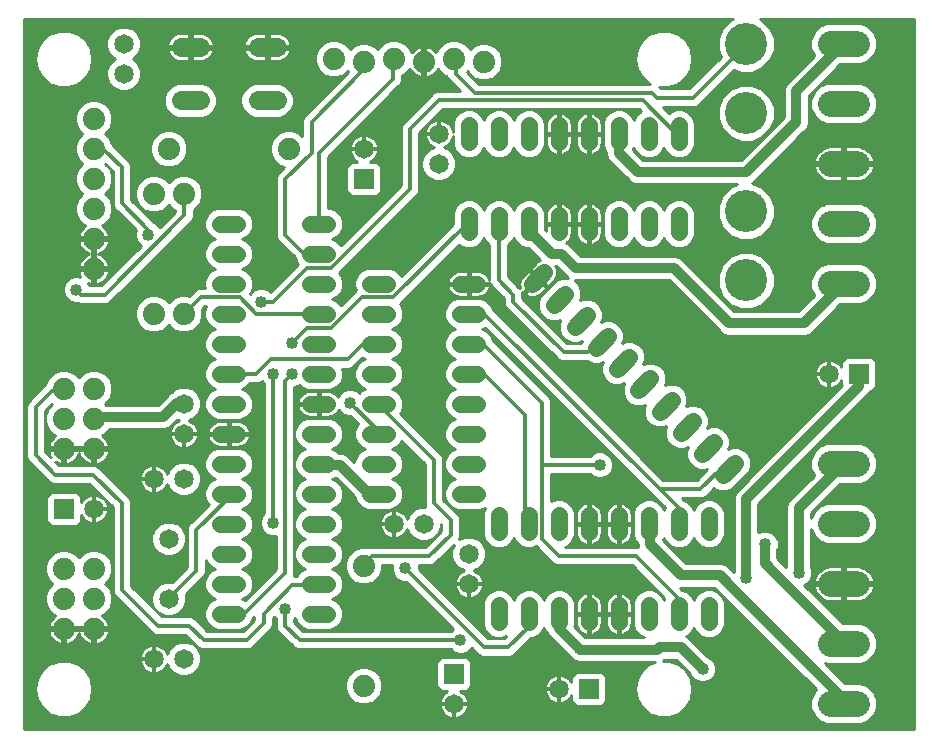
<source format=gbl>
G75*
G70*
%OFA0B0*%
%FSLAX24Y24*%
%IPPOS*%
%LPD*%
%AMOC8*
5,1,8,0,0,1.08239X$1,22.5*
%
%ADD10C,0.0560*%
%ADD11C,0.0650*%
%ADD12R,0.0650X0.0650*%
%ADD13C,0.0860*%
%ADD14C,0.0740*%
%ADD15C,0.0640*%
%ADD16C,0.1400*%
%ADD17C,0.0100*%
%ADD18C,0.0400*%
%ADD19C,0.0320*%
%ADD20C,0.0120*%
D10*
X007879Y004655D02*
X008439Y004655D01*
X008439Y005655D02*
X007879Y005655D01*
X007879Y006655D02*
X008439Y006655D01*
X008439Y007655D02*
X007879Y007655D01*
X007879Y008655D02*
X008439Y008655D01*
X008439Y009655D02*
X007879Y009655D01*
X007879Y010655D02*
X008439Y010655D01*
X008439Y011655D02*
X007879Y011655D01*
X007879Y012655D02*
X008439Y012655D01*
X008439Y013655D02*
X007879Y013655D01*
X007879Y014655D02*
X008439Y014655D01*
X008439Y015655D02*
X007879Y015655D01*
X007879Y016655D02*
X008439Y016655D01*
X008439Y017655D02*
X007879Y017655D01*
X010879Y017655D02*
X011439Y017655D01*
X011439Y016655D02*
X010879Y016655D01*
X010879Y015655D02*
X011439Y015655D01*
X011439Y014655D02*
X010879Y014655D01*
X010879Y013655D02*
X011439Y013655D01*
X011439Y012655D02*
X010879Y012655D01*
X010879Y011655D02*
X011439Y011655D01*
X011439Y010655D02*
X010879Y010655D01*
X010879Y009655D02*
X011439Y009655D01*
X011439Y008655D02*
X010879Y008655D01*
X010879Y007655D02*
X011439Y007655D01*
X011439Y006655D02*
X010879Y006655D01*
X010879Y005655D02*
X011439Y005655D01*
X011439Y004655D02*
X010879Y004655D01*
X012879Y008655D02*
X013439Y008655D01*
X013439Y009655D02*
X012879Y009655D01*
X012879Y010655D02*
X013439Y010655D01*
X013439Y011655D02*
X012879Y011655D01*
X012879Y012655D02*
X013439Y012655D01*
X013439Y013655D02*
X012879Y013655D01*
X012879Y014655D02*
X013439Y014655D01*
X013439Y015655D02*
X012879Y015655D01*
X015879Y015655D02*
X016439Y015655D01*
X016439Y014655D02*
X015879Y014655D01*
X015879Y013655D02*
X016439Y013655D01*
X016439Y012655D02*
X015879Y012655D01*
X015879Y011655D02*
X016439Y011655D01*
X016439Y010655D02*
X015879Y010655D01*
X015879Y009655D02*
X016439Y009655D01*
X016439Y008655D02*
X015879Y008655D01*
X017159Y007935D02*
X017159Y007375D01*
X018159Y007375D02*
X018159Y007935D01*
X019159Y007935D02*
X019159Y007375D01*
X020159Y007375D02*
X020159Y007935D01*
X021159Y007935D02*
X021159Y007375D01*
X022159Y007375D02*
X022159Y007935D01*
X023159Y007935D02*
X023159Y007375D01*
X024159Y007375D02*
X024159Y007935D01*
X024643Y009275D02*
X025039Y009671D01*
X024332Y010378D02*
X023936Y009982D01*
X023229Y010689D02*
X023625Y011085D01*
X022918Y011792D02*
X022522Y011396D01*
X021815Y012104D02*
X022211Y012499D01*
X021503Y013207D02*
X021108Y012811D01*
X020400Y013518D02*
X020796Y013914D01*
X020089Y014621D02*
X019693Y014225D01*
X018986Y014932D02*
X019382Y015328D01*
X018675Y016035D02*
X018279Y015639D01*
X018159Y017375D02*
X018159Y017935D01*
X019159Y017935D02*
X019159Y017375D01*
X020159Y017375D02*
X020159Y017935D01*
X021159Y017935D02*
X021159Y017375D01*
X022159Y017375D02*
X022159Y017935D01*
X023159Y017935D02*
X023159Y017375D01*
X023159Y020375D02*
X023159Y020935D01*
X022159Y020935D02*
X022159Y020375D01*
X021159Y020375D02*
X021159Y020935D01*
X020159Y020935D02*
X020159Y020375D01*
X019159Y020375D02*
X019159Y020935D01*
X018159Y020935D02*
X018159Y020375D01*
X017159Y020375D02*
X017159Y020935D01*
X016159Y020935D02*
X016159Y020375D01*
X016159Y017935D02*
X016159Y017375D01*
X017159Y017375D02*
X017159Y017935D01*
X017159Y004935D02*
X017159Y004375D01*
X018159Y004375D02*
X018159Y004935D01*
X019159Y004935D02*
X019159Y004375D01*
X020159Y004375D02*
X020159Y004935D01*
X021159Y004935D02*
X021159Y004375D01*
X022159Y004375D02*
X022159Y004935D01*
X023159Y004935D02*
X023159Y004375D01*
X024159Y004375D02*
X024159Y004935D01*
D11*
X019159Y002155D03*
X015659Y001655D03*
X016159Y005655D03*
X016159Y006655D03*
X014659Y007655D03*
X013659Y007655D03*
X006659Y009155D03*
X005659Y009155D03*
X006659Y010655D03*
X006659Y011655D03*
X003659Y008155D03*
X006159Y007155D03*
X006159Y005155D03*
X005659Y003155D03*
X006659Y003155D03*
X015159Y019655D03*
X015159Y020655D03*
X012659Y020155D03*
X004659Y022655D03*
X004659Y023655D03*
X028159Y012655D03*
D12*
X029159Y012655D03*
X020159Y002155D03*
X015659Y002655D03*
X002659Y008155D03*
X012659Y019155D03*
D13*
X028229Y019655D02*
X029089Y019655D01*
X029089Y017655D02*
X028229Y017655D01*
X028229Y015655D02*
X029089Y015655D01*
X029089Y009655D02*
X028229Y009655D01*
X028229Y007655D02*
X029089Y007655D01*
X029089Y005655D02*
X028229Y005655D01*
X028229Y003655D02*
X029089Y003655D01*
X029089Y001655D02*
X028229Y001655D01*
X028229Y021655D02*
X029089Y021655D01*
X029089Y023655D02*
X028229Y023655D01*
D14*
X016659Y023055D03*
X015659Y023155D03*
X014659Y023055D03*
X013659Y023155D03*
X012659Y023055D03*
X011659Y023155D03*
X010159Y020155D03*
X006659Y018655D03*
X005659Y018655D03*
X006159Y020155D03*
X003659Y020155D03*
X003659Y019155D03*
X003659Y018155D03*
X003659Y017155D03*
X003659Y016155D03*
X005659Y014655D03*
X006659Y014655D03*
X003659Y012155D03*
X002659Y012155D03*
X002659Y011155D03*
X003659Y011155D03*
X003659Y010155D03*
X002659Y010155D03*
X002659Y006155D03*
X003659Y006155D03*
X003659Y005155D03*
X002659Y005155D03*
X002659Y004155D03*
X003659Y004155D03*
X012659Y002255D03*
X012659Y006255D03*
X003659Y021155D03*
D15*
X006559Y021765D02*
X007199Y021765D01*
X009119Y021765D02*
X009759Y021765D01*
X009759Y023545D02*
X009119Y023545D01*
X007199Y023545D02*
X006559Y023545D01*
D16*
X025409Y023642D03*
X025409Y021342D03*
X025409Y018068D03*
X025409Y015768D03*
D17*
X001329Y024481D02*
X001329Y000825D01*
X031009Y000825D01*
X031009Y024481D01*
X025866Y024481D01*
X025947Y024447D01*
X026214Y024180D01*
X026359Y023831D01*
X026359Y023453D01*
X026214Y023104D01*
X025947Y022837D01*
X025598Y022692D01*
X025220Y022692D01*
X025004Y022782D01*
X023815Y021592D01*
X023701Y021545D01*
X023577Y021545D01*
X022627Y021545D01*
X022823Y021349D01*
X022824Y021349D01*
X022823Y021349D02*
X022859Y021384D01*
X023054Y021465D01*
X023264Y021465D01*
X023459Y021384D01*
X023608Y021235D01*
X023689Y021041D01*
X023689Y020270D01*
X023608Y020075D01*
X023459Y019926D01*
X023264Y019845D01*
X023054Y019845D01*
X022859Y019926D01*
X022710Y020075D01*
X022659Y020197D01*
X022608Y020075D01*
X022459Y019926D01*
X022264Y019845D01*
X022054Y019845D01*
X021859Y019926D01*
X021710Y020075D01*
X021659Y020197D01*
X021629Y020125D01*
X021969Y019785D01*
X025229Y019785D01*
X026669Y021225D01*
X026669Y022014D01*
X026669Y022177D01*
X026731Y022327D01*
X027663Y023259D01*
X027653Y023270D01*
X027549Y023520D01*
X027549Y023790D01*
X027653Y024040D01*
X027844Y024232D01*
X028094Y024335D01*
X029224Y024335D01*
X029474Y024232D01*
X029666Y024040D01*
X029769Y023790D01*
X029769Y023520D01*
X029666Y023270D01*
X029474Y023079D01*
X029224Y022975D01*
X028539Y022975D01*
X027489Y021925D01*
X027489Y020974D01*
X027427Y020823D01*
X027311Y020708D01*
X025631Y019028D01*
X025603Y019016D01*
X025947Y018873D01*
X026214Y018606D01*
X026359Y018257D01*
X026359Y017879D01*
X026214Y017530D01*
X025947Y017263D01*
X025598Y017118D01*
X025220Y017118D01*
X024871Y017263D01*
X024604Y017530D01*
X024459Y017879D01*
X024459Y018257D01*
X024604Y018606D01*
X024871Y018873D01*
X025092Y018965D01*
X021717Y018965D01*
X021567Y019028D01*
X021451Y019143D01*
X020811Y019783D01*
X020749Y019934D01*
X020749Y020036D01*
X020710Y020075D01*
X020629Y020270D01*
X020629Y021041D01*
X020710Y021235D01*
X020859Y021384D01*
X021054Y021465D01*
X021264Y021465D01*
X021459Y021384D01*
X021608Y021235D01*
X021659Y021113D01*
X021710Y021235D01*
X021859Y021384D01*
X021896Y021400D01*
X021831Y021465D01*
X015287Y021465D01*
X014509Y020687D01*
X014509Y018753D01*
X014462Y018639D01*
X014375Y018552D01*
X011833Y016011D01*
X011888Y015955D01*
X011969Y015761D01*
X011969Y015550D01*
X011888Y015355D01*
X011739Y015206D01*
X011617Y015155D01*
X011739Y015104D01*
X011888Y014955D01*
X011892Y014946D01*
X012336Y015391D01*
X012392Y015446D01*
X012349Y015550D01*
X012349Y015761D01*
X012430Y015955D01*
X012579Y016104D01*
X012774Y016185D01*
X013544Y016185D01*
X013739Y016104D01*
X013888Y015955D01*
X013904Y015918D01*
X015629Y017644D01*
X015629Y018041D01*
X015710Y018235D01*
X015859Y018384D01*
X016054Y018465D01*
X016264Y018465D01*
X016459Y018384D01*
X016608Y018235D01*
X016659Y018113D01*
X016710Y018235D01*
X016859Y018384D01*
X017054Y018465D01*
X017264Y018465D01*
X017459Y018384D01*
X017608Y018235D01*
X017659Y018113D01*
X017710Y018235D01*
X017859Y018384D01*
X018054Y018465D01*
X018264Y018465D01*
X018459Y018384D01*
X018608Y018235D01*
X018689Y018041D01*
X018689Y017465D01*
X018729Y017425D01*
X018729Y017625D01*
X019129Y017625D01*
X019129Y017685D01*
X018729Y017685D01*
X018729Y017969D01*
X018740Y018036D01*
X018761Y018100D01*
X018791Y018160D01*
X018831Y018215D01*
X018879Y018263D01*
X018934Y018303D01*
X018994Y018334D01*
X019058Y018354D01*
X019125Y018365D01*
X019129Y018365D01*
X019129Y017685D01*
X019189Y017685D01*
X019589Y017685D01*
X019589Y017969D01*
X019578Y018036D01*
X019558Y018100D01*
X019527Y018160D01*
X019487Y018215D01*
X019439Y018263D01*
X019384Y018303D01*
X019324Y018334D01*
X019260Y018354D01*
X019193Y018365D01*
X019189Y018365D01*
X019189Y017685D01*
X019189Y017625D01*
X019589Y017625D01*
X019589Y017341D01*
X019578Y017274D01*
X019558Y017210D01*
X019527Y017150D01*
X019487Y017095D01*
X019439Y017047D01*
X019412Y017027D01*
X019471Y017003D01*
X019889Y016585D01*
X022917Y016585D01*
X023081Y016585D01*
X023231Y016523D01*
X025009Y014745D01*
X027149Y014745D01*
X027663Y015259D01*
X027653Y015270D01*
X027549Y015520D01*
X027549Y015790D01*
X027653Y016040D01*
X027844Y016232D01*
X028094Y016335D01*
X029224Y016335D01*
X029474Y016232D01*
X029666Y016040D01*
X029769Y015790D01*
X029769Y015520D01*
X029666Y015270D01*
X029474Y015079D01*
X029224Y014975D01*
X028539Y014975D01*
X027551Y013988D01*
X027401Y013925D01*
X027237Y013925D01*
X024757Y013925D01*
X024607Y013988D01*
X024491Y014103D01*
X024491Y014103D01*
X022829Y015765D01*
X019801Y015765D01*
X019694Y015765D01*
X019831Y015628D01*
X019912Y015433D01*
X019912Y015222D01*
X019861Y015100D01*
X019984Y015151D01*
X020195Y015151D01*
X020389Y015070D01*
X020539Y014921D01*
X020619Y014726D01*
X020619Y014515D01*
X020568Y014393D01*
X020691Y014444D01*
X020902Y014444D01*
X021097Y014363D01*
X021246Y014214D01*
X021326Y014019D01*
X021326Y013808D01*
X021276Y013686D01*
X021398Y013737D01*
X021609Y013737D01*
X021804Y013656D01*
X021953Y013507D01*
X022033Y013312D01*
X022033Y013101D01*
X021983Y012979D01*
X022105Y013029D01*
X022316Y013029D01*
X022511Y012949D01*
X022660Y012800D01*
X022741Y012605D01*
X022741Y012394D01*
X022690Y012272D01*
X022812Y012322D01*
X023023Y012322D01*
X023218Y012242D01*
X023367Y012093D01*
X023448Y011898D01*
X023448Y011687D01*
X023397Y011565D01*
X023519Y011615D01*
X023730Y011615D01*
X023925Y011535D01*
X024074Y011385D01*
X024155Y011191D01*
X024155Y010980D01*
X024104Y010857D01*
X024226Y010908D01*
X024437Y010908D01*
X024632Y010827D01*
X024781Y010678D01*
X024862Y010484D01*
X024862Y010273D01*
X024811Y010150D01*
X024934Y010201D01*
X025144Y010201D01*
X025339Y010120D01*
X025488Y009971D01*
X025569Y009776D01*
X025569Y009566D01*
X025488Y009371D01*
X024943Y008826D01*
X024749Y008745D01*
X024538Y008745D01*
X024343Y008826D01*
X024336Y008833D01*
X024055Y008552D01*
X023941Y008505D01*
X023817Y008505D01*
X023267Y008505D01*
X023335Y008438D01*
X023338Y008435D01*
X023459Y008384D01*
X023608Y008235D01*
X023659Y008113D01*
X023710Y008235D01*
X023859Y008384D01*
X024054Y008465D01*
X024264Y008465D01*
X024459Y008384D01*
X024608Y008235D01*
X024689Y008041D01*
X024689Y007270D01*
X024608Y007075D01*
X024459Y006926D01*
X024264Y006845D01*
X024054Y006845D01*
X023859Y006926D01*
X023710Y007075D01*
X023659Y007197D01*
X023608Y007075D01*
X023459Y006926D01*
X023264Y006845D01*
X023054Y006845D01*
X022859Y006926D01*
X022710Y007075D01*
X022659Y007197D01*
X022629Y007125D01*
X023409Y006345D01*
X024437Y006345D01*
X024601Y006345D01*
X024751Y006283D01*
X024989Y006045D01*
X024989Y008414D01*
X024989Y008577D01*
X025051Y008727D01*
X028590Y012266D01*
X028584Y012280D01*
X028584Y012443D01*
X028565Y012406D01*
X028521Y012346D01*
X028468Y012293D01*
X028408Y012249D01*
X028341Y012215D01*
X028270Y012192D01*
X028196Y012180D01*
X028178Y012180D01*
X028178Y012636D01*
X028140Y012636D01*
X028140Y012180D01*
X028122Y012180D01*
X028048Y012192D01*
X027977Y012215D01*
X027910Y012249D01*
X027850Y012293D01*
X027797Y012346D01*
X027753Y012406D01*
X027719Y012473D01*
X027696Y012544D01*
X027684Y012618D01*
X027684Y012636D01*
X028140Y012636D01*
X028140Y012674D01*
X027684Y012674D01*
X027684Y012692D01*
X027696Y012766D01*
X027719Y012837D01*
X027753Y012904D01*
X027797Y012965D01*
X027850Y013017D01*
X027910Y013061D01*
X027977Y013095D01*
X028048Y013118D01*
X028122Y013130D01*
X028140Y013130D01*
X028140Y012674D01*
X028178Y012674D01*
X028178Y013130D01*
X028196Y013130D01*
X028270Y013118D01*
X028341Y013095D01*
X028408Y013061D01*
X028468Y013017D01*
X028521Y012965D01*
X028565Y012904D01*
X028584Y012867D01*
X028584Y013030D01*
X028622Y013122D01*
X028692Y013192D01*
X028784Y013230D01*
X029534Y013230D01*
X029626Y013192D01*
X029696Y013122D01*
X029734Y013030D01*
X029734Y012280D01*
X029696Y012189D01*
X029626Y012118D01*
X029534Y012080D01*
X029530Y012080D01*
X029507Y012023D01*
X029391Y011908D01*
X025809Y008325D01*
X025809Y007367D01*
X025950Y007425D01*
X026129Y007425D01*
X026294Y007357D01*
X026421Y007230D01*
X026489Y007065D01*
X026489Y006886D01*
X026449Y006789D01*
X026449Y006505D01*
X026749Y006205D01*
X026749Y008094D01*
X026749Y008257D01*
X026811Y008407D01*
X027663Y009259D01*
X027653Y009270D01*
X027549Y009520D01*
X027549Y009790D01*
X027653Y010040D01*
X027844Y010232D01*
X028094Y010335D01*
X029224Y010335D01*
X029474Y010232D01*
X029666Y010040D01*
X029769Y009790D01*
X029769Y009520D01*
X029666Y009270D01*
X029474Y009079D01*
X029224Y008975D01*
X028539Y008975D01*
X027569Y008005D01*
X027569Y007839D01*
X027653Y008040D01*
X027844Y008232D01*
X028094Y008335D01*
X029224Y008335D01*
X029474Y008232D01*
X029666Y008040D01*
X029769Y007790D01*
X029769Y007520D01*
X029666Y007270D01*
X029474Y007079D01*
X029224Y006975D01*
X028094Y006975D01*
X027844Y007079D01*
X027653Y007270D01*
X027569Y007472D01*
X027569Y006201D01*
X027609Y006105D01*
X027609Y005926D01*
X027541Y005760D01*
X027414Y005634D01*
X027348Y005606D01*
X028619Y004335D01*
X029224Y004335D01*
X029474Y004232D01*
X029666Y004040D01*
X029769Y003790D01*
X029769Y003520D01*
X029666Y003270D01*
X029474Y003079D01*
X029224Y002975D01*
X028094Y002975D01*
X028034Y003000D01*
X028699Y002335D01*
X029224Y002335D01*
X029474Y002232D01*
X031009Y002232D01*
X031009Y002330D02*
X029236Y002330D01*
X029474Y002232D02*
X029666Y002040D01*
X029769Y001790D01*
X029769Y001520D01*
X029666Y001270D01*
X029474Y001079D01*
X029224Y000975D01*
X028094Y000975D01*
X027844Y001079D01*
X027653Y001270D01*
X027549Y001520D01*
X027549Y001790D01*
X027653Y002040D01*
X027743Y002131D01*
X024349Y005525D01*
X023207Y005525D01*
X023270Y005463D01*
X023459Y005384D01*
X023608Y005235D01*
X023659Y005113D01*
X023710Y005235D01*
X023859Y005384D01*
X024054Y005465D01*
X024264Y005465D01*
X024459Y005384D01*
X024608Y005235D01*
X024689Y005041D01*
X024689Y004270D01*
X024608Y004075D01*
X024459Y003926D01*
X024264Y003845D01*
X024054Y003845D01*
X023859Y003926D01*
X023710Y004075D01*
X023659Y004197D01*
X023608Y004075D01*
X023459Y003926D01*
X023413Y003907D01*
X023471Y003883D01*
X024117Y003237D01*
X024214Y003197D01*
X024341Y003070D01*
X024409Y002905D01*
X024409Y002726D01*
X024341Y002560D01*
X024214Y002434D01*
X024049Y002365D01*
X023870Y002365D01*
X023704Y002434D01*
X023578Y002560D01*
X023538Y002657D01*
X023069Y003125D01*
X022689Y003125D01*
X022671Y003108D01*
X022641Y003095D01*
X022659Y003095D01*
X022746Y003095D01*
X022825Y003095D01*
X022825Y003095D01*
X023136Y002982D01*
X023136Y002982D01*
X023390Y002769D01*
X023390Y002769D01*
X023556Y002482D01*
X023556Y002482D01*
X023614Y002155D01*
X023614Y002155D01*
X023556Y001829D01*
X023556Y001829D01*
X023390Y001542D01*
X027549Y001542D01*
X027549Y001641D02*
X023447Y001641D01*
X023504Y001739D02*
X027549Y001739D01*
X027569Y001838D02*
X023558Y001838D01*
X023575Y001936D02*
X027609Y001936D01*
X027650Y002035D02*
X023592Y002035D01*
X023610Y002133D02*
X027741Y002133D01*
X027643Y002232D02*
X023600Y002232D01*
X023583Y002330D02*
X027544Y002330D01*
X027445Y002429D02*
X024203Y002429D01*
X024308Y002527D02*
X027347Y002527D01*
X027248Y002626D02*
X024368Y002626D01*
X024409Y002725D02*
X027150Y002725D01*
X027051Y002823D02*
X024409Y002823D01*
X024402Y002922D02*
X026953Y002922D01*
X026854Y003020D02*
X024361Y003020D01*
X024292Y003119D02*
X026756Y003119D01*
X026657Y003217D02*
X024164Y003217D01*
X024038Y003316D02*
X026559Y003316D01*
X026460Y003414D02*
X023940Y003414D01*
X023841Y003513D02*
X026361Y003513D01*
X026263Y003611D02*
X023743Y003611D01*
X023644Y003710D02*
X026164Y003710D01*
X026066Y003809D02*
X023545Y003809D01*
X023414Y003907D02*
X023904Y003907D01*
X023779Y004006D02*
X023539Y004006D01*
X023620Y004104D02*
X023698Y004104D01*
X024414Y003907D02*
X025967Y003907D01*
X025869Y004006D02*
X024539Y004006D01*
X024620Y004104D02*
X025770Y004104D01*
X025672Y004203D02*
X024661Y004203D01*
X024689Y004301D02*
X025573Y004301D01*
X025475Y004400D02*
X024689Y004400D01*
X024689Y004498D02*
X025376Y004498D01*
X025277Y004597D02*
X024689Y004597D01*
X024689Y004695D02*
X025179Y004695D01*
X025080Y004794D02*
X024689Y004794D01*
X024689Y004892D02*
X024982Y004892D01*
X024883Y004991D02*
X024689Y004991D01*
X024669Y005090D02*
X024785Y005090D01*
X024686Y005188D02*
X024628Y005188D01*
X024588Y005287D02*
X024557Y005287D01*
X024489Y005385D02*
X024457Y005385D01*
X024391Y005484D02*
X023249Y005484D01*
X023457Y005385D02*
X023861Y005385D01*
X023761Y005287D02*
X023557Y005287D01*
X023628Y005188D02*
X023690Y005188D01*
X022684Y005172D02*
X022659Y005113D01*
X022608Y005235D01*
X022459Y005384D01*
X022264Y005465D01*
X022054Y005465D01*
X021859Y005384D01*
X021710Y005235D01*
X021629Y005041D01*
X021629Y004270D01*
X021710Y004075D01*
X021859Y003926D01*
X022005Y003865D01*
X020049Y003865D01*
X019676Y004238D01*
X019689Y004270D01*
X019689Y005041D01*
X019608Y005235D01*
X019459Y005384D01*
X019264Y005465D01*
X019054Y005465D01*
X018859Y005384D01*
X018710Y005235D01*
X018659Y005113D01*
X018608Y005235D01*
X018459Y005384D01*
X018264Y005465D01*
X018054Y005465D01*
X017859Y005384D01*
X017710Y005235D01*
X017659Y005113D01*
X017608Y005235D01*
X017459Y005384D01*
X017264Y005465D01*
X017054Y005465D01*
X016859Y005384D01*
X016710Y005235D01*
X016629Y005041D01*
X016629Y004270D01*
X016710Y004075D01*
X016859Y003926D01*
X017054Y003845D01*
X017264Y003845D01*
X017412Y003906D01*
X017351Y003845D01*
X016807Y003845D01*
X014489Y006164D01*
X014489Y006265D01*
X014901Y006265D01*
X015015Y006312D01*
X015102Y006399D01*
X015663Y006961D01*
X015584Y006769D01*
X015584Y006541D01*
X015672Y006329D01*
X015833Y006168D01*
X015994Y006101D01*
X015977Y006095D01*
X015910Y006061D01*
X015850Y006017D01*
X015797Y005965D01*
X015753Y005904D01*
X015719Y005837D01*
X015696Y005766D01*
X015684Y005692D01*
X015684Y005674D01*
X016140Y005674D01*
X016140Y005636D01*
X016178Y005636D01*
X016178Y005180D01*
X016196Y005180D01*
X016270Y005192D01*
X016341Y005215D01*
X016408Y005249D01*
X016468Y005293D01*
X016521Y005346D01*
X016565Y005406D01*
X016599Y005473D01*
X016622Y005544D01*
X016634Y005618D01*
X016634Y005636D01*
X016178Y005636D01*
X016178Y005674D01*
X016634Y005674D01*
X016634Y005692D01*
X016622Y005766D01*
X016599Y005837D01*
X016565Y005904D01*
X016521Y005965D01*
X016468Y006017D01*
X016408Y006061D01*
X016341Y006095D01*
X016324Y006101D01*
X016485Y006168D01*
X016646Y006329D01*
X016734Y006541D01*
X016734Y006769D01*
X016646Y006981D01*
X016485Y007143D01*
X016273Y007230D01*
X016045Y007230D01*
X015833Y007143D01*
X015830Y007139D01*
X015869Y007233D01*
X015869Y007357D01*
X015869Y007837D01*
X015822Y007951D01*
X015735Y008038D01*
X015309Y008464D01*
X015309Y009837D01*
X015262Y009951D01*
X015175Y010038D01*
X013873Y011340D01*
X013888Y011355D01*
X013969Y011550D01*
X013969Y011761D01*
X013888Y011955D01*
X013739Y012104D01*
X013617Y012155D01*
X013739Y012206D01*
X013888Y012355D01*
X013969Y012550D01*
X013969Y012761D01*
X013888Y012955D01*
X013739Y013104D01*
X013617Y013155D01*
X013739Y013206D01*
X013888Y013355D01*
X013969Y013550D01*
X013969Y013761D01*
X013888Y013955D01*
X013739Y014104D01*
X013617Y014155D01*
X013739Y014206D01*
X013888Y014355D01*
X013969Y014550D01*
X015349Y014550D01*
X015430Y014355D01*
X015579Y014206D01*
X015701Y014155D01*
X015579Y014104D01*
X015430Y013955D01*
X015349Y013761D01*
X015349Y013550D01*
X015430Y013355D01*
X015579Y013206D01*
X015701Y013155D01*
X015579Y013104D01*
X015430Y012955D01*
X015349Y012761D01*
X015349Y012550D01*
X015430Y012355D01*
X015579Y012206D01*
X015701Y012155D01*
X015579Y012104D01*
X015430Y011955D01*
X015349Y011761D01*
X015349Y011550D01*
X015430Y011355D01*
X015579Y011206D01*
X015701Y011155D01*
X015579Y011104D01*
X015430Y010955D01*
X015349Y010761D01*
X015349Y010550D01*
X015430Y010355D01*
X015579Y010206D01*
X015701Y010155D01*
X015579Y010104D01*
X015430Y009955D01*
X015349Y009761D01*
X015349Y009550D01*
X015430Y009355D01*
X015579Y009206D01*
X015701Y009155D01*
X015579Y009104D01*
X015430Y008955D01*
X015349Y008761D01*
X015349Y008550D01*
X015430Y008355D01*
X015579Y008206D01*
X015774Y008125D01*
X016544Y008125D01*
X016689Y008185D01*
X016629Y008041D01*
X016629Y007270D01*
X016710Y007075D01*
X016859Y006926D01*
X017054Y006845D01*
X017264Y006845D01*
X017459Y006926D01*
X017608Y007075D01*
X017659Y007197D01*
X017710Y007075D01*
X017859Y006926D01*
X018054Y006845D01*
X018264Y006845D01*
X018396Y006900D01*
X018423Y006872D01*
X018983Y006312D01*
X019097Y006265D01*
X019221Y006265D01*
X021591Y006265D01*
X022684Y005172D01*
X022668Y005188D02*
X022628Y005188D01*
X022569Y005287D02*
X022557Y005287D01*
X022471Y005385D02*
X022457Y005385D01*
X022372Y005484D02*
X016603Y005484D01*
X016628Y005582D02*
X022273Y005582D01*
X022175Y005681D02*
X016634Y005681D01*
X016618Y005779D02*
X022076Y005779D01*
X021978Y005878D02*
X016579Y005878D01*
X016509Y005976D02*
X021879Y005976D01*
X021781Y006075D02*
X016381Y006075D01*
X016491Y006174D02*
X021682Y006174D01*
X021795Y006879D02*
X021781Y006885D01*
X019361Y006885D01*
X019459Y006926D01*
X019608Y007075D01*
X019689Y007270D01*
X019689Y008041D01*
X019608Y008235D01*
X019459Y008384D01*
X019264Y008465D01*
X019054Y008465D01*
X018909Y008405D01*
X018909Y009305D01*
X020193Y009305D01*
X020264Y009234D01*
X020430Y009165D01*
X020609Y009165D01*
X020774Y009234D01*
X020901Y009360D01*
X020969Y009526D01*
X020969Y009705D01*
X020901Y009870D01*
X020774Y009997D01*
X020609Y010065D01*
X020430Y010065D01*
X020264Y009997D01*
X020193Y009925D01*
X018909Y009925D01*
X018909Y011633D01*
X018909Y011757D01*
X018862Y011871D01*
X016967Y013766D01*
X016888Y013955D01*
X016739Y014104D01*
X016617Y014155D01*
X016704Y014191D01*
X022383Y008512D01*
X022695Y008200D01*
X022659Y008113D01*
X022608Y008235D01*
X022459Y008384D01*
X022264Y008465D01*
X022054Y008465D01*
X021859Y008384D01*
X021710Y008235D01*
X021629Y008041D01*
X021629Y007270D01*
X021710Y007075D01*
X021789Y006996D01*
X021789Y006894D01*
X021795Y006879D01*
X021789Y006962D02*
X021279Y006962D01*
X021260Y006956D02*
X021324Y006977D01*
X021384Y007007D01*
X021439Y007047D01*
X021487Y007095D01*
X021527Y007150D01*
X021558Y007210D01*
X021578Y007274D01*
X021589Y007341D01*
X021589Y007625D01*
X021189Y007625D01*
X021189Y006945D01*
X021193Y006945D01*
X021260Y006956D01*
X021189Y006962D02*
X021129Y006962D01*
X021129Y006945D02*
X021129Y007625D01*
X021189Y007625D01*
X021189Y007685D01*
X021589Y007685D01*
X021589Y007969D01*
X021578Y008036D01*
X021558Y008100D01*
X021527Y008160D01*
X021487Y008215D01*
X021439Y008263D01*
X021384Y008303D01*
X021324Y008334D01*
X021260Y008354D01*
X021193Y008365D01*
X021189Y008365D01*
X021189Y007685D01*
X021129Y007685D01*
X021129Y007625D01*
X020729Y007625D01*
X020729Y007341D01*
X020740Y007274D01*
X020761Y007210D01*
X020791Y007150D01*
X020831Y007095D01*
X020879Y007047D01*
X020934Y007007D01*
X020994Y006977D01*
X021058Y006956D01*
X021125Y006945D01*
X021129Y006945D01*
X021039Y006962D02*
X020279Y006962D01*
X020260Y006956D02*
X020324Y006977D01*
X020384Y007007D01*
X020439Y007047D01*
X020487Y007095D01*
X020527Y007150D01*
X020558Y007210D01*
X020578Y007274D01*
X020589Y007341D01*
X020589Y007625D01*
X020189Y007625D01*
X020189Y006945D01*
X020193Y006945D01*
X020260Y006956D01*
X020189Y006962D02*
X020129Y006962D01*
X020129Y006945D02*
X020129Y007625D01*
X020189Y007625D01*
X020189Y007685D01*
X020589Y007685D01*
X020589Y007969D01*
X020578Y008036D01*
X020558Y008100D01*
X020527Y008160D01*
X020487Y008215D01*
X020439Y008263D01*
X020384Y008303D01*
X020324Y008334D01*
X020260Y008354D01*
X020193Y008365D01*
X020189Y008365D01*
X020189Y007685D01*
X020129Y007685D01*
X020129Y007625D01*
X019729Y007625D01*
X019729Y007341D01*
X019740Y007274D01*
X019761Y007210D01*
X019791Y007150D01*
X019831Y007095D01*
X019879Y007047D01*
X019934Y007007D01*
X019994Y006977D01*
X020058Y006956D01*
X020125Y006945D01*
X020129Y006945D01*
X020039Y006962D02*
X019495Y006962D01*
X019594Y007060D02*
X019866Y007060D01*
X019787Y007159D02*
X019643Y007159D01*
X019684Y007258D02*
X019745Y007258D01*
X019729Y007356D02*
X019689Y007356D01*
X019689Y007455D02*
X019729Y007455D01*
X019729Y007553D02*
X019689Y007553D01*
X019689Y007652D02*
X020129Y007652D01*
X020129Y007685D02*
X019729Y007685D01*
X019729Y007969D01*
X019740Y008036D01*
X019761Y008100D01*
X019791Y008160D01*
X019831Y008215D01*
X019879Y008263D01*
X019934Y008303D01*
X019994Y008334D01*
X020058Y008354D01*
X020125Y008365D01*
X020129Y008365D01*
X020129Y007685D01*
X020129Y007750D02*
X020189Y007750D01*
X020189Y007652D02*
X021129Y007652D01*
X021129Y007685D02*
X020729Y007685D01*
X020729Y007969D01*
X020740Y008036D01*
X020761Y008100D01*
X020791Y008160D01*
X020831Y008215D01*
X020879Y008263D01*
X020934Y008303D01*
X020994Y008334D01*
X021058Y008354D01*
X021125Y008365D01*
X021129Y008365D01*
X021129Y007685D01*
X021129Y007750D02*
X021189Y007750D01*
X021189Y007652D02*
X021629Y007652D01*
X021629Y007750D02*
X021589Y007750D01*
X021589Y007849D02*
X021629Y007849D01*
X021629Y007947D02*
X021589Y007947D01*
X021575Y008046D02*
X021631Y008046D01*
X021672Y008144D02*
X021535Y008144D01*
X021459Y008243D02*
X021717Y008243D01*
X021816Y008341D02*
X021300Y008341D01*
X021189Y008341D02*
X021129Y008341D01*
X021129Y008243D02*
X021189Y008243D01*
X021189Y008144D02*
X021129Y008144D01*
X021129Y008046D02*
X021189Y008046D01*
X021189Y007947D02*
X021129Y007947D01*
X021129Y007849D02*
X021189Y007849D01*
X020729Y007849D02*
X020589Y007849D01*
X020589Y007947D02*
X020729Y007947D01*
X020743Y008046D02*
X020575Y008046D01*
X020535Y008144D02*
X020783Y008144D01*
X020859Y008243D02*
X020459Y008243D01*
X020300Y008341D02*
X021018Y008341D01*
X020729Y007750D02*
X020589Y007750D01*
X020589Y007553D02*
X020729Y007553D01*
X020729Y007455D02*
X020589Y007455D01*
X020589Y007356D02*
X020729Y007356D01*
X020745Y007258D02*
X020573Y007258D01*
X020531Y007159D02*
X020787Y007159D01*
X020866Y007060D02*
X020452Y007060D01*
X020189Y007060D02*
X020129Y007060D01*
X020129Y007159D02*
X020189Y007159D01*
X020189Y007258D02*
X020129Y007258D01*
X020129Y007356D02*
X020189Y007356D01*
X020189Y007455D02*
X020129Y007455D01*
X020129Y007553D02*
X020189Y007553D01*
X019729Y007750D02*
X019689Y007750D01*
X019689Y007849D02*
X019729Y007849D01*
X019729Y007947D02*
X019689Y007947D01*
X019687Y008046D02*
X019743Y008046D01*
X019783Y008144D02*
X019646Y008144D01*
X019601Y008243D02*
X019859Y008243D01*
X020018Y008341D02*
X019502Y008341D01*
X019325Y008440D02*
X021993Y008440D01*
X022259Y008637D02*
X018909Y008637D01*
X018909Y008539D02*
X022357Y008539D01*
X022325Y008440D02*
X022456Y008440D01*
X022502Y008341D02*
X022554Y008341D01*
X022601Y008243D02*
X022653Y008243D01*
X022646Y008144D02*
X022672Y008144D01*
X023332Y008440D02*
X023993Y008440D01*
X024021Y008539D02*
X024989Y008539D01*
X024989Y008440D02*
X024325Y008440D01*
X024502Y008341D02*
X024989Y008341D01*
X024989Y008243D02*
X024601Y008243D01*
X024646Y008144D02*
X024989Y008144D01*
X024989Y008046D02*
X024687Y008046D01*
X024689Y007947D02*
X024989Y007947D01*
X024989Y007849D02*
X024689Y007849D01*
X024689Y007750D02*
X024989Y007750D01*
X024989Y007652D02*
X024689Y007652D01*
X024689Y007553D02*
X024989Y007553D01*
X024989Y007455D02*
X024689Y007455D01*
X024689Y007356D02*
X024989Y007356D01*
X024989Y007258D02*
X024684Y007258D01*
X024643Y007159D02*
X024989Y007159D01*
X024989Y007060D02*
X024594Y007060D01*
X024495Y006962D02*
X024989Y006962D01*
X024989Y006863D02*
X024308Y006863D01*
X024010Y006863D02*
X023308Y006863D01*
X023495Y006962D02*
X023823Y006962D01*
X023724Y007060D02*
X023594Y007060D01*
X023643Y007159D02*
X023675Y007159D01*
X023010Y006863D02*
X022891Y006863D01*
X022823Y006962D02*
X022792Y006962D01*
X022724Y007060D02*
X022693Y007060D01*
X022675Y007159D02*
X022643Y007159D01*
X022989Y006765D02*
X024989Y006765D01*
X024989Y006666D02*
X023088Y006666D01*
X023186Y006568D02*
X024989Y006568D01*
X024989Y006469D02*
X023285Y006469D01*
X023383Y006371D02*
X024989Y006371D01*
X024989Y006272D02*
X024762Y006272D01*
X024860Y006174D02*
X024989Y006174D01*
X024989Y006075D02*
X024959Y006075D01*
X026393Y007258D02*
X026749Y007258D01*
X026749Y007356D02*
X026294Y007356D01*
X026450Y007159D02*
X026749Y007159D01*
X026749Y007060D02*
X026489Y007060D01*
X026489Y006962D02*
X026749Y006962D01*
X026749Y006863D02*
X026480Y006863D01*
X026449Y006765D02*
X026749Y006765D01*
X026749Y006666D02*
X026449Y006666D01*
X026449Y006568D02*
X026749Y006568D01*
X026749Y006469D02*
X026485Y006469D01*
X026583Y006371D02*
X026749Y006371D01*
X026749Y006272D02*
X026682Y006272D01*
X027569Y006272D02*
X031009Y006272D01*
X031009Y006174D02*
X029349Y006174D01*
X029312Y006193D02*
X029225Y006221D01*
X029135Y006235D01*
X028709Y006235D01*
X028709Y005705D01*
X029668Y005705D01*
X029655Y005791D01*
X029627Y005878D01*
X029585Y005959D01*
X029531Y006033D01*
X029467Y006097D01*
X029393Y006151D01*
X029312Y006193D01*
X029489Y006075D02*
X031009Y006075D01*
X031009Y005976D02*
X029572Y005976D01*
X029626Y005878D02*
X031009Y005878D01*
X031009Y005779D02*
X029657Y005779D01*
X029668Y005605D02*
X028709Y005605D01*
X028709Y005075D01*
X029135Y005075D01*
X029225Y005089D01*
X029312Y005118D01*
X029393Y005159D01*
X029467Y005213D01*
X029531Y005277D01*
X029585Y005351D01*
X029627Y005432D01*
X029655Y005519D01*
X029668Y005605D01*
X029665Y005582D02*
X031009Y005582D01*
X031009Y005484D02*
X029643Y005484D01*
X029602Y005385D02*
X031009Y005385D01*
X031009Y005287D02*
X029538Y005287D01*
X029433Y005188D02*
X031009Y005188D01*
X031009Y005090D02*
X029225Y005090D01*
X028709Y005090D02*
X028609Y005090D01*
X028609Y005075D02*
X028609Y005605D01*
X028709Y005605D01*
X028709Y005705D01*
X028609Y005705D01*
X028609Y005605D01*
X027650Y005605D01*
X027663Y005519D01*
X027692Y005432D01*
X027733Y005351D01*
X027787Y005277D01*
X027851Y005213D01*
X027925Y005159D01*
X028006Y005118D01*
X028093Y005089D01*
X028183Y005075D01*
X028609Y005075D01*
X028609Y005188D02*
X028709Y005188D01*
X028709Y005287D02*
X028609Y005287D01*
X028609Y005385D02*
X028709Y005385D01*
X028709Y005484D02*
X028609Y005484D01*
X028609Y005582D02*
X028709Y005582D01*
X028709Y005681D02*
X031009Y005681D01*
X031009Y006371D02*
X027569Y006371D01*
X027569Y006469D02*
X031009Y006469D01*
X031009Y006568D02*
X027569Y006568D01*
X027569Y006666D02*
X031009Y006666D01*
X031009Y006765D02*
X027569Y006765D01*
X027569Y006863D02*
X031009Y006863D01*
X031009Y006962D02*
X027569Y006962D01*
X027569Y007060D02*
X027888Y007060D01*
X027764Y007159D02*
X027569Y007159D01*
X027569Y007258D02*
X027665Y007258D01*
X027617Y007356D02*
X027569Y007356D01*
X027569Y007455D02*
X027576Y007455D01*
X027569Y007849D02*
X027573Y007849D01*
X027569Y007947D02*
X027614Y007947D01*
X027610Y008046D02*
X027658Y008046D01*
X027708Y008144D02*
X027757Y008144D01*
X027807Y008243D02*
X027871Y008243D01*
X027905Y008341D02*
X031009Y008341D01*
X031009Y008243D02*
X029447Y008243D01*
X029561Y008144D02*
X031009Y008144D01*
X031009Y008046D02*
X029660Y008046D01*
X029704Y007947D02*
X031009Y007947D01*
X031009Y007849D02*
X029745Y007849D01*
X029769Y007750D02*
X031009Y007750D01*
X031009Y007652D02*
X029769Y007652D01*
X029769Y007553D02*
X031009Y007553D01*
X031009Y007455D02*
X029742Y007455D01*
X029701Y007356D02*
X031009Y007356D01*
X031009Y007258D02*
X029653Y007258D01*
X029555Y007159D02*
X031009Y007159D01*
X031009Y007060D02*
X029430Y007060D01*
X028709Y006174D02*
X028609Y006174D01*
X028609Y006235D02*
X028183Y006235D01*
X028093Y006221D01*
X028006Y006193D01*
X027925Y006151D01*
X027851Y006097D01*
X027787Y006033D01*
X027733Y005959D01*
X027692Y005878D01*
X027589Y005878D01*
X027609Y005976D02*
X027746Y005976D01*
X027692Y005878D02*
X027663Y005791D01*
X027650Y005705D01*
X028609Y005705D01*
X028609Y006235D01*
X028609Y006075D02*
X028709Y006075D01*
X028709Y005976D02*
X028609Y005976D01*
X028609Y005878D02*
X028709Y005878D01*
X028709Y005779D02*
X028609Y005779D01*
X028609Y005681D02*
X027461Y005681D01*
X027548Y005779D02*
X027662Y005779D01*
X027653Y005582D02*
X027372Y005582D01*
X027470Y005484D02*
X027675Y005484D01*
X027716Y005385D02*
X027569Y005385D01*
X027667Y005287D02*
X027780Y005287D01*
X027766Y005188D02*
X027885Y005188D01*
X027864Y005090D02*
X028093Y005090D01*
X027963Y004991D02*
X031009Y004991D01*
X031009Y004892D02*
X028061Y004892D01*
X028160Y004794D02*
X031009Y004794D01*
X031009Y004695D02*
X028259Y004695D01*
X028357Y004597D02*
X031009Y004597D01*
X031009Y004498D02*
X028456Y004498D01*
X028554Y004400D02*
X031009Y004400D01*
X031009Y004301D02*
X029306Y004301D01*
X029503Y004203D02*
X031009Y004203D01*
X031009Y004104D02*
X029602Y004104D01*
X029680Y004006D02*
X031009Y004006D01*
X031009Y003907D02*
X029721Y003907D01*
X029762Y003809D02*
X031009Y003809D01*
X031009Y003710D02*
X029769Y003710D01*
X029769Y003611D02*
X031009Y003611D01*
X031009Y003513D02*
X029766Y003513D01*
X029725Y003414D02*
X031009Y003414D01*
X031009Y003316D02*
X029684Y003316D01*
X029613Y003217D02*
X031009Y003217D01*
X031009Y003119D02*
X029514Y003119D01*
X029333Y003020D02*
X031009Y003020D01*
X031009Y002922D02*
X028112Y002922D01*
X028211Y002823D02*
X031009Y002823D01*
X031009Y002725D02*
X028309Y002725D01*
X028408Y002626D02*
X031009Y002626D01*
X031009Y002527D02*
X028506Y002527D01*
X028605Y002429D02*
X031009Y002429D01*
X031009Y002133D02*
X029573Y002133D01*
X029668Y002035D02*
X031009Y002035D01*
X031009Y001936D02*
X029709Y001936D01*
X029749Y001838D02*
X031009Y001838D01*
X031009Y001739D02*
X029769Y001739D01*
X029769Y001641D02*
X031009Y001641D01*
X031009Y001542D02*
X029769Y001542D01*
X029737Y001443D02*
X031009Y001443D01*
X031009Y001345D02*
X029697Y001345D01*
X029642Y001246D02*
X031009Y001246D01*
X031009Y001148D02*
X029543Y001148D01*
X029403Y001049D02*
X031009Y001049D01*
X031009Y000951D02*
X001329Y000951D01*
X001329Y001049D02*
X027915Y001049D01*
X027775Y001148D02*
X001329Y001148D01*
X001329Y001246D02*
X002407Y001246D01*
X002493Y001215D02*
X002659Y001215D01*
X002746Y001215D01*
X002825Y001215D01*
X003136Y001329D01*
X003136Y001329D01*
X003390Y001542D01*
X015196Y001542D01*
X015196Y001544D02*
X015219Y001473D01*
X015253Y001406D01*
X015297Y001346D01*
X015350Y001293D01*
X015410Y001249D01*
X015477Y001215D01*
X015548Y001192D01*
X015622Y001180D01*
X015640Y001180D01*
X015640Y001636D01*
X015678Y001636D01*
X015678Y001180D01*
X015696Y001180D01*
X015770Y001192D01*
X015841Y001215D01*
X015908Y001249D01*
X015968Y001293D01*
X016021Y001346D01*
X016065Y001406D01*
X016099Y001473D01*
X016122Y001544D01*
X016134Y001618D01*
X016134Y001636D01*
X015678Y001636D01*
X015678Y001674D01*
X016134Y001674D01*
X016134Y001692D01*
X016122Y001766D01*
X016099Y001837D01*
X016065Y001904D01*
X016021Y001965D01*
X015968Y002017D01*
X015908Y002061D01*
X015871Y002080D01*
X016034Y002080D01*
X016126Y002118D01*
X016196Y002189D01*
X016234Y002280D01*
X016234Y003030D01*
X016196Y003122D01*
X016126Y003192D01*
X016034Y003230D01*
X015284Y003230D01*
X015192Y003192D01*
X015122Y003122D01*
X015084Y003030D01*
X015084Y002280D01*
X015122Y002189D01*
X015192Y002118D01*
X015284Y002080D01*
X015447Y002080D01*
X015410Y002061D01*
X015350Y002017D01*
X015297Y001965D01*
X015253Y001904D01*
X015219Y001837D01*
X015196Y001766D01*
X015184Y001692D01*
X015184Y001674D01*
X015640Y001674D01*
X015640Y001636D01*
X015184Y001636D01*
X015184Y001618D01*
X015196Y001544D01*
X015234Y001443D02*
X003273Y001443D01*
X003156Y001345D02*
X015297Y001345D01*
X015415Y001246D02*
X002911Y001246D01*
X002825Y001215D02*
X002825Y001215D01*
X002493Y001215D02*
X002493Y001215D01*
X002182Y001329D01*
X002182Y001329D01*
X001928Y001542D01*
X001329Y001542D01*
X001329Y001641D02*
X001871Y001641D01*
X001814Y001739D02*
X001329Y001739D01*
X001329Y001838D02*
X001761Y001838D01*
X001762Y001829D02*
X001762Y001829D01*
X001705Y002155D01*
X001705Y002155D01*
X001762Y002482D01*
X001762Y002482D01*
X001928Y002769D01*
X001928Y002769D01*
X001928Y002769D01*
X002182Y002982D01*
X002182Y002982D01*
X002493Y003095D01*
X002493Y003095D01*
X002572Y003095D01*
X002645Y003095D01*
X002659Y003095D01*
X002746Y003095D01*
X002825Y003095D01*
X002825Y003095D01*
X003136Y002982D01*
X003136Y002982D01*
X003390Y002769D01*
X003390Y002769D01*
X003556Y002482D01*
X003556Y002482D01*
X003614Y002155D01*
X003614Y002155D01*
X003556Y001829D01*
X003556Y001829D01*
X003390Y001542D01*
X003390Y001542D01*
X003390Y001542D01*
X003447Y001641D02*
X012523Y001641D01*
X012536Y001635D02*
X012782Y001635D01*
X013010Y001729D01*
X013185Y001904D01*
X013279Y002132D01*
X013279Y002378D01*
X013185Y002606D01*
X013010Y002781D01*
X012782Y002875D01*
X012536Y002875D01*
X012308Y002781D01*
X012133Y002606D01*
X012039Y002378D01*
X012039Y002132D01*
X012133Y001904D01*
X012308Y001729D01*
X012536Y001635D01*
X012298Y001739D02*
X003504Y001739D01*
X003558Y001838D02*
X012200Y001838D01*
X012120Y001936D02*
X003575Y001936D01*
X003592Y002035D02*
X012079Y002035D01*
X012039Y002133D02*
X003610Y002133D01*
X003600Y002232D02*
X012039Y002232D01*
X012039Y002330D02*
X003583Y002330D01*
X003565Y002429D02*
X012060Y002429D01*
X012101Y002527D02*
X003529Y002527D01*
X003473Y002626D02*
X006434Y002626D01*
X006333Y002668D02*
X006545Y002580D01*
X006773Y002580D01*
X006985Y002668D01*
X007146Y002829D01*
X007234Y003041D01*
X007234Y003269D01*
X007146Y003481D01*
X006985Y003643D01*
X006773Y003730D01*
X006545Y003730D01*
X006333Y003643D01*
X006172Y003481D01*
X006105Y003320D01*
X006099Y003337D01*
X006065Y003404D01*
X006021Y003465D01*
X005968Y003517D01*
X005908Y003561D01*
X005841Y003595D01*
X005770Y003618D01*
X005696Y003630D01*
X005678Y003630D01*
X005678Y003174D01*
X005640Y003174D01*
X005640Y003136D01*
X005678Y003136D01*
X005678Y002680D01*
X005696Y002680D01*
X005770Y002692D01*
X005841Y002715D01*
X005908Y002749D01*
X005968Y002793D01*
X006021Y002846D01*
X006065Y002906D01*
X006099Y002973D01*
X006105Y002990D01*
X006172Y002829D01*
X006333Y002668D01*
X006276Y002725D02*
X005860Y002725D01*
X005999Y002823D02*
X006178Y002823D01*
X006133Y002922D02*
X006073Y002922D01*
X005678Y002922D02*
X005640Y002922D01*
X005640Y003020D02*
X005678Y003020D01*
X005678Y003119D02*
X005640Y003119D01*
X005640Y003136D02*
X005640Y002680D01*
X005622Y002680D01*
X005548Y002692D01*
X005477Y002715D01*
X005410Y002749D01*
X005350Y002793D01*
X005297Y002846D01*
X005253Y002906D01*
X005219Y002973D01*
X005196Y003044D01*
X005184Y003118D01*
X005184Y003136D01*
X005640Y003136D01*
X005640Y003174D02*
X005184Y003174D01*
X005184Y003192D01*
X005196Y003266D01*
X005219Y003337D01*
X005253Y003404D01*
X005297Y003465D01*
X005350Y003517D01*
X005410Y003561D01*
X005477Y003595D01*
X005548Y003618D01*
X005622Y003630D01*
X005640Y003630D01*
X005640Y003174D01*
X005640Y003217D02*
X005678Y003217D01*
X005678Y003316D02*
X005640Y003316D01*
X005640Y003414D02*
X005678Y003414D01*
X005678Y003513D02*
X005640Y003513D01*
X005640Y003611D02*
X005678Y003611D01*
X005792Y003611D02*
X006302Y003611D01*
X006204Y003513D02*
X005973Y003513D01*
X006058Y003414D02*
X006144Y003414D01*
X006496Y003710D02*
X003931Y003710D01*
X003932Y003710D02*
X003998Y003758D01*
X004056Y003816D01*
X004104Y003883D01*
X004141Y003955D01*
X004166Y004033D01*
X004178Y004105D01*
X003709Y004105D01*
X003709Y003637D01*
X003781Y003648D01*
X003859Y003673D01*
X003932Y003710D01*
X004048Y003809D02*
X006847Y003809D01*
X006822Y003710D02*
X006946Y003710D01*
X007016Y003611D02*
X007044Y003611D01*
X007114Y003513D02*
X007143Y003513D01*
X007143Y003512D02*
X007257Y003465D01*
X007381Y003465D01*
X008821Y003465D01*
X008935Y003512D01*
X009022Y003599D01*
X009022Y003600D02*
X009582Y004159D01*
X009629Y004273D01*
X009629Y004397D01*
X009629Y004527D01*
X009660Y004558D01*
X009729Y004489D01*
X009729Y004317D01*
X009729Y004193D01*
X009776Y004079D01*
X010256Y003599D01*
X010343Y003512D01*
X010457Y003465D01*
X015553Y003465D01*
X015624Y003394D01*
X015790Y003325D01*
X015969Y003325D01*
X016134Y003394D01*
X016258Y003518D01*
X016416Y003359D01*
X016503Y003272D01*
X016617Y003225D01*
X017417Y003225D01*
X017541Y003225D01*
X017655Y003272D01*
X018227Y003845D01*
X018264Y003845D01*
X018459Y003926D01*
X018608Y004075D01*
X018659Y004197D01*
X018710Y004075D01*
X018790Y003995D01*
X018811Y003943D01*
X019531Y003223D01*
X019647Y003108D01*
X019797Y003045D01*
X022356Y003045D01*
X022182Y002982D01*
X022182Y002982D01*
X021928Y002769D01*
X021928Y002769D01*
X021928Y002769D01*
X021762Y002482D01*
X021762Y002482D01*
X021705Y002155D01*
X021762Y001829D01*
X021762Y001829D01*
X021928Y001542D01*
X016122Y001542D01*
X016084Y001443D02*
X022045Y001443D01*
X022162Y001345D02*
X016021Y001345D01*
X015903Y001246D02*
X022407Y001246D01*
X022493Y001215D02*
X022659Y001215D01*
X022746Y001215D01*
X022825Y001215D01*
X023136Y001329D01*
X023136Y001329D01*
X023390Y001542D01*
X023390Y001542D01*
X023390Y001542D01*
X023273Y001443D02*
X027581Y001443D01*
X027621Y001345D02*
X023156Y001345D01*
X022911Y001246D02*
X027676Y001246D01*
X031009Y000852D02*
X001329Y000852D01*
X001329Y001345D02*
X002162Y001345D01*
X002045Y001443D02*
X001329Y001443D01*
X001329Y001936D02*
X001743Y001936D01*
X001726Y002035D02*
X001329Y002035D01*
X001329Y002133D02*
X001708Y002133D01*
X001718Y002232D02*
X001329Y002232D01*
X001329Y002330D02*
X001735Y002330D01*
X001753Y002429D02*
X001329Y002429D01*
X001329Y002527D02*
X001789Y002527D01*
X001846Y002626D02*
X001329Y002626D01*
X001329Y002725D02*
X001902Y002725D01*
X001993Y002823D02*
X001329Y002823D01*
X001329Y002922D02*
X002110Y002922D01*
X002287Y003020D02*
X001329Y003020D01*
X001329Y003119D02*
X005184Y003119D01*
X005188Y003217D02*
X001329Y003217D01*
X001329Y003316D02*
X005212Y003316D01*
X005260Y003414D02*
X001329Y003414D01*
X001329Y003513D02*
X005345Y003513D01*
X005526Y003611D02*
X001329Y003611D01*
X001329Y003710D02*
X002387Y003710D01*
X002386Y003710D02*
X002459Y003673D01*
X002537Y003648D01*
X002609Y003637D01*
X002609Y004105D01*
X002709Y004105D01*
X002709Y003637D01*
X002781Y003648D01*
X002859Y003673D01*
X002932Y003710D01*
X002998Y003758D01*
X003056Y003816D01*
X003104Y003883D01*
X003141Y003955D01*
X003159Y004011D01*
X003177Y003955D01*
X003214Y003883D01*
X003262Y003816D01*
X003320Y003758D01*
X003386Y003710D01*
X003459Y003673D01*
X003537Y003648D01*
X003609Y003637D01*
X003609Y004105D01*
X003709Y004105D01*
X003709Y004205D01*
X004178Y004205D01*
X004166Y004277D01*
X004141Y004355D01*
X004104Y004428D01*
X004056Y004494D01*
X003998Y004552D01*
X003934Y004598D01*
X004010Y004629D01*
X004185Y004804D01*
X004279Y005032D01*
X004279Y005278D01*
X004185Y005506D01*
X004036Y005655D01*
X004185Y005804D01*
X004279Y006032D01*
X004279Y006278D01*
X004185Y006506D01*
X004010Y006681D01*
X003782Y006775D01*
X003536Y006775D01*
X003308Y006681D01*
X003159Y006532D01*
X003010Y006681D01*
X002782Y006775D01*
X002536Y006775D01*
X002308Y006681D01*
X002133Y006506D01*
X002039Y006278D01*
X002039Y006032D01*
X002133Y005804D01*
X002282Y005655D01*
X002133Y005506D01*
X002039Y005278D01*
X002039Y005032D01*
X002133Y004804D01*
X002308Y004629D01*
X002384Y004598D01*
X002320Y004552D01*
X002262Y004494D01*
X002214Y004428D01*
X002177Y004355D01*
X002152Y004277D01*
X002140Y004205D01*
X002609Y004205D01*
X002609Y004105D01*
X002140Y004105D01*
X002152Y004033D01*
X002177Y003955D01*
X002214Y003883D01*
X002262Y003816D01*
X002320Y003758D01*
X002386Y003710D01*
X002270Y003809D02*
X001329Y003809D01*
X001329Y003907D02*
X002202Y003907D01*
X002161Y004006D02*
X001329Y004006D01*
X001329Y004104D02*
X002141Y004104D01*
X002160Y004301D02*
X001329Y004301D01*
X001329Y004203D02*
X002609Y004203D01*
X002609Y004104D02*
X002709Y004104D01*
X002709Y004105D02*
X002709Y004205D01*
X003140Y004205D01*
X003609Y004205D01*
X003609Y004105D01*
X003140Y004105D01*
X002709Y004105D01*
X002709Y004203D02*
X003609Y004203D01*
X003609Y004104D02*
X003709Y004104D01*
X003709Y004006D02*
X003609Y004006D01*
X003609Y003907D02*
X003709Y003907D01*
X003709Y003809D02*
X003609Y003809D01*
X003609Y003710D02*
X003709Y003710D01*
X003387Y003710D02*
X002931Y003710D01*
X003048Y003809D02*
X003270Y003809D01*
X003202Y003907D02*
X003116Y003907D01*
X003157Y004006D02*
X003161Y004006D01*
X002709Y004006D02*
X002609Y004006D01*
X002609Y003907D02*
X002709Y003907D01*
X002709Y003809D02*
X002609Y003809D01*
X002609Y003710D02*
X002709Y003710D01*
X003031Y003020D02*
X005203Y003020D01*
X005245Y002922D02*
X003208Y002922D01*
X003325Y002823D02*
X005319Y002823D01*
X005458Y002725D02*
X003416Y002725D01*
X001762Y001829D02*
X001928Y001542D01*
X001928Y001542D01*
X004116Y003907D02*
X006749Y003907D01*
X006711Y003945D02*
X007143Y003512D01*
X007174Y003414D02*
X015603Y003414D01*
X016065Y003217D02*
X019537Y003217D01*
X019636Y003119D02*
X016197Y003119D01*
X016234Y003020D02*
X022288Y003020D01*
X022110Y002922D02*
X016234Y002922D01*
X016234Y002823D02*
X021993Y002823D01*
X021902Y002725D02*
X020547Y002725D01*
X020534Y002730D02*
X019784Y002730D01*
X019692Y002692D01*
X019622Y002622D01*
X019584Y002530D01*
X019584Y002367D01*
X019565Y002404D01*
X019521Y002465D01*
X019468Y002517D01*
X019408Y002561D01*
X019341Y002595D01*
X019270Y002618D01*
X019196Y002630D01*
X019178Y002630D01*
X019178Y002174D01*
X019140Y002174D01*
X019140Y002136D01*
X019178Y002136D01*
X019178Y001680D01*
X019196Y001680D01*
X019270Y001692D01*
X019341Y001715D01*
X019408Y001749D01*
X019468Y001793D01*
X019521Y001846D01*
X019565Y001906D01*
X019584Y001943D01*
X019584Y001780D01*
X019622Y001689D01*
X019692Y001618D01*
X019784Y001580D01*
X020534Y001580D01*
X020626Y001618D01*
X020696Y001689D01*
X020734Y001780D01*
X020734Y002530D01*
X020696Y002622D01*
X020626Y002692D01*
X020534Y002730D01*
X020692Y002626D02*
X021846Y002626D01*
X021789Y002527D02*
X020734Y002527D01*
X020734Y002429D02*
X021753Y002429D01*
X021735Y002330D02*
X020734Y002330D01*
X020734Y002232D02*
X021718Y002232D01*
X021705Y002155D02*
X021705Y002155D01*
X021708Y002133D02*
X020734Y002133D01*
X020734Y002035D02*
X021726Y002035D01*
X021743Y001936D02*
X020734Y001936D01*
X020734Y001838D02*
X021761Y001838D01*
X021814Y001739D02*
X020717Y001739D01*
X020648Y001641D02*
X021871Y001641D01*
X021928Y001542D02*
X021928Y001542D01*
X022182Y001329D01*
X022493Y001215D01*
X022493Y001215D01*
X022182Y001329D02*
X022182Y001329D01*
X022825Y001215D02*
X022825Y001215D01*
X023565Y002429D02*
X023716Y002429D01*
X023610Y002527D02*
X023529Y002527D01*
X023550Y002626D02*
X023473Y002626D01*
X023470Y002725D02*
X023416Y002725D01*
X023371Y002823D02*
X023325Y002823D01*
X023273Y002922D02*
X023208Y002922D01*
X023174Y003020D02*
X023031Y003020D01*
X023076Y003119D02*
X022682Y003119D01*
X021904Y003907D02*
X020007Y003907D01*
X020058Y003956D02*
X019994Y003977D01*
X019934Y004007D01*
X019879Y004047D01*
X019831Y004095D01*
X019791Y004150D01*
X019761Y004210D01*
X019740Y004274D01*
X019729Y004341D01*
X019729Y004625D01*
X020129Y004625D01*
X020189Y004625D01*
X020189Y003945D01*
X020193Y003945D01*
X020260Y003956D01*
X020324Y003977D01*
X020384Y004007D01*
X020439Y004047D01*
X020487Y004095D01*
X020527Y004150D01*
X020558Y004210D01*
X020578Y004274D01*
X020589Y004341D01*
X020589Y004625D01*
X020189Y004625D01*
X020189Y004685D01*
X020589Y004685D01*
X020589Y004969D01*
X020578Y005036D01*
X020558Y005100D01*
X020527Y005160D01*
X020487Y005215D01*
X020439Y005263D01*
X020384Y005303D01*
X020324Y005334D01*
X020260Y005354D01*
X020193Y005365D01*
X020189Y005365D01*
X020189Y004685D01*
X020129Y004685D01*
X020129Y004625D01*
X020129Y003945D01*
X020125Y003945D01*
X020058Y003956D01*
X020129Y004006D02*
X020189Y004006D01*
X020189Y004104D02*
X020129Y004104D01*
X020129Y004203D02*
X020189Y004203D01*
X020189Y004301D02*
X020129Y004301D01*
X020129Y004400D02*
X020189Y004400D01*
X020189Y004498D02*
X020129Y004498D01*
X020129Y004597D02*
X020189Y004597D01*
X020189Y004695D02*
X020129Y004695D01*
X020129Y004685D02*
X020129Y005365D01*
X020125Y005365D01*
X020058Y005354D01*
X019994Y005334D01*
X019934Y005303D01*
X019879Y005263D01*
X019831Y005215D01*
X019791Y005160D01*
X019761Y005100D01*
X019740Y005036D01*
X019729Y004969D01*
X019729Y004685D01*
X020129Y004685D01*
X020129Y004794D02*
X020189Y004794D01*
X020189Y004892D02*
X020129Y004892D01*
X020129Y004991D02*
X020189Y004991D01*
X020189Y005090D02*
X020129Y005090D01*
X020129Y005188D02*
X020189Y005188D01*
X020189Y005287D02*
X020129Y005287D01*
X019911Y005287D02*
X019557Y005287D01*
X019628Y005188D02*
X019811Y005188D01*
X019757Y005090D02*
X019669Y005090D01*
X019689Y004991D02*
X019733Y004991D01*
X019729Y004892D02*
X019689Y004892D01*
X019689Y004794D02*
X019729Y004794D01*
X019729Y004695D02*
X019689Y004695D01*
X019689Y004597D02*
X019729Y004597D01*
X019729Y004498D02*
X019689Y004498D01*
X019689Y004400D02*
X019729Y004400D01*
X019735Y004301D02*
X019689Y004301D01*
X019711Y004203D02*
X019764Y004203D01*
X019810Y004104D02*
X019824Y004104D01*
X019908Y004006D02*
X019937Y004006D01*
X020381Y004006D02*
X020937Y004006D01*
X020934Y004007D02*
X020994Y003977D01*
X021058Y003956D01*
X021125Y003945D01*
X021129Y003945D01*
X021129Y004625D01*
X021189Y004625D01*
X021189Y003945D01*
X021193Y003945D01*
X021260Y003956D01*
X021324Y003977D01*
X021384Y004007D01*
X021439Y004047D01*
X021487Y004095D01*
X021527Y004150D01*
X021558Y004210D01*
X021578Y004274D01*
X021589Y004341D01*
X021589Y004625D01*
X021189Y004625D01*
X021189Y004685D01*
X021589Y004685D01*
X021589Y004969D01*
X021578Y005036D01*
X021558Y005100D01*
X021527Y005160D01*
X021487Y005215D01*
X021439Y005263D01*
X021384Y005303D01*
X021324Y005334D01*
X021260Y005354D01*
X021193Y005365D01*
X021189Y005365D01*
X021189Y004685D01*
X021129Y004685D01*
X021129Y004625D01*
X020729Y004625D01*
X020729Y004341D01*
X020740Y004274D01*
X020761Y004210D01*
X020791Y004150D01*
X020831Y004095D01*
X020879Y004047D01*
X020934Y004007D01*
X020824Y004104D02*
X020494Y004104D01*
X020554Y004203D02*
X020764Y004203D01*
X020735Y004301D02*
X020583Y004301D01*
X020589Y004400D02*
X020729Y004400D01*
X020729Y004498D02*
X020589Y004498D01*
X020589Y004597D02*
X020729Y004597D01*
X020729Y004685D02*
X021129Y004685D01*
X021129Y005365D01*
X021125Y005365D01*
X021058Y005354D01*
X020994Y005334D01*
X020934Y005303D01*
X020879Y005263D01*
X020831Y005215D01*
X020791Y005160D01*
X020761Y005100D01*
X020740Y005036D01*
X020729Y004969D01*
X020729Y004685D01*
X020729Y004695D02*
X020589Y004695D01*
X020589Y004794D02*
X020729Y004794D01*
X020729Y004892D02*
X020589Y004892D01*
X020586Y004991D02*
X020733Y004991D01*
X020757Y005090D02*
X020561Y005090D01*
X020507Y005188D02*
X020811Y005188D01*
X020911Y005287D02*
X020407Y005287D01*
X021129Y005287D02*
X021189Y005287D01*
X021189Y005188D02*
X021129Y005188D01*
X021129Y005090D02*
X021189Y005090D01*
X021189Y004991D02*
X021129Y004991D01*
X021129Y004892D02*
X021189Y004892D01*
X021189Y004794D02*
X021129Y004794D01*
X021129Y004695D02*
X021189Y004695D01*
X021189Y004597D02*
X021129Y004597D01*
X021129Y004498D02*
X021189Y004498D01*
X021189Y004400D02*
X021129Y004400D01*
X021129Y004301D02*
X021189Y004301D01*
X021189Y004203D02*
X021129Y004203D01*
X021129Y004104D02*
X021189Y004104D01*
X021189Y004006D02*
X021129Y004006D01*
X021381Y004006D02*
X021779Y004006D01*
X021698Y004104D02*
X021494Y004104D01*
X021554Y004203D02*
X021657Y004203D01*
X021629Y004301D02*
X021583Y004301D01*
X021589Y004400D02*
X021629Y004400D01*
X021629Y004498D02*
X021589Y004498D01*
X021589Y004597D02*
X021629Y004597D01*
X021629Y004695D02*
X021589Y004695D01*
X021589Y004794D02*
X021629Y004794D01*
X021629Y004892D02*
X021589Y004892D01*
X021586Y004991D02*
X021629Y004991D01*
X021649Y005090D02*
X021561Y005090D01*
X021507Y005188D02*
X021690Y005188D01*
X021761Y005287D02*
X021407Y005287D01*
X021861Y005385D02*
X019457Y005385D01*
X018861Y005385D02*
X018457Y005385D01*
X018557Y005287D02*
X018761Y005287D01*
X018690Y005188D02*
X018628Y005188D01*
X017861Y005385D02*
X017457Y005385D01*
X017557Y005287D02*
X017761Y005287D01*
X017690Y005188D02*
X017628Y005188D01*
X016861Y005385D02*
X016550Y005385D01*
X016460Y005287D02*
X016761Y005287D01*
X016690Y005188D02*
X016247Y005188D01*
X016178Y005188D02*
X016140Y005188D01*
X016140Y005180D02*
X016140Y005636D01*
X015684Y005636D01*
X015684Y005618D01*
X015696Y005544D01*
X015719Y005473D01*
X015753Y005406D01*
X015797Y005346D01*
X015850Y005293D01*
X015910Y005249D01*
X015977Y005215D01*
X016048Y005192D01*
X016122Y005180D01*
X016140Y005180D01*
X016071Y005188D02*
X015464Y005188D01*
X015366Y005287D02*
X015858Y005287D01*
X015768Y005385D02*
X015267Y005385D01*
X015169Y005484D02*
X015715Y005484D01*
X015690Y005582D02*
X015070Y005582D01*
X014972Y005681D02*
X015684Y005681D01*
X015700Y005779D02*
X014873Y005779D01*
X014775Y005878D02*
X015739Y005878D01*
X015809Y005976D02*
X014676Y005976D01*
X014578Y006075D02*
X015937Y006075D01*
X015827Y006174D02*
X014489Y006174D01*
X014489Y006265D02*
X014489Y006265D01*
X014918Y006272D02*
X015729Y006272D01*
X015654Y006371D02*
X015073Y006371D01*
X015171Y006469D02*
X015614Y006469D01*
X015584Y006568D02*
X015270Y006568D01*
X015369Y006666D02*
X015584Y006666D01*
X015584Y006765D02*
X015467Y006765D01*
X015566Y006863D02*
X015623Y006863D01*
X015838Y007159D02*
X015873Y007159D01*
X015869Y007258D02*
X016634Y007258D01*
X016629Y007356D02*
X015869Y007356D01*
X015869Y007455D02*
X016629Y007455D01*
X016629Y007553D02*
X015869Y007553D01*
X015869Y007652D02*
X016629Y007652D01*
X016629Y007750D02*
X015869Y007750D01*
X015864Y007849D02*
X016629Y007849D01*
X016629Y007947D02*
X015823Y007947D01*
X015727Y008046D02*
X016631Y008046D01*
X016591Y008144D02*
X016672Y008144D01*
X015727Y008144D02*
X015628Y008144D01*
X015542Y008243D02*
X015530Y008243D01*
X015443Y008341D02*
X015431Y008341D01*
X015394Y008440D02*
X015332Y008440D01*
X015309Y008539D02*
X015354Y008539D01*
X015349Y008637D02*
X015309Y008637D01*
X015309Y008736D02*
X015349Y008736D01*
X015380Y008834D02*
X015309Y008834D01*
X015309Y008933D02*
X015420Y008933D01*
X015506Y009031D02*
X015309Y009031D01*
X015309Y009130D02*
X015640Y009130D01*
X015556Y009228D02*
X015309Y009228D01*
X015309Y009327D02*
X015458Y009327D01*
X015400Y009425D02*
X015309Y009425D01*
X015309Y009524D02*
X015360Y009524D01*
X015349Y009623D02*
X015309Y009623D01*
X015309Y009721D02*
X015349Y009721D01*
X015374Y009820D02*
X015309Y009820D01*
X015275Y009918D02*
X015414Y009918D01*
X015491Y010017D02*
X015196Y010017D01*
X015097Y010115D02*
X015605Y010115D01*
X015571Y010214D02*
X014999Y010214D01*
X014900Y010312D02*
X015472Y010312D01*
X015406Y010411D02*
X014802Y010411D01*
X014703Y010509D02*
X015366Y010509D01*
X015349Y010608D02*
X014605Y010608D01*
X014506Y010707D02*
X015349Y010707D01*
X015368Y010805D02*
X014407Y010805D01*
X014309Y010904D02*
X015408Y010904D01*
X015477Y011002D02*
X014210Y011002D01*
X014112Y011101D02*
X015575Y011101D01*
X015595Y011199D02*
X014013Y011199D01*
X013915Y011298D02*
X015487Y011298D01*
X015413Y011396D02*
X013906Y011396D01*
X013946Y011495D02*
X015372Y011495D01*
X015349Y011593D02*
X013969Y011593D01*
X013969Y011692D02*
X015349Y011692D01*
X015361Y011791D02*
X013957Y011791D01*
X013916Y011889D02*
X015402Y011889D01*
X015462Y011988D02*
X013856Y011988D01*
X013758Y012086D02*
X015561Y012086D01*
X015630Y012185D02*
X013688Y012185D01*
X013817Y012283D02*
X015501Y012283D01*
X015419Y012382D02*
X013899Y012382D01*
X013940Y012480D02*
X015378Y012480D01*
X015349Y012579D02*
X013969Y012579D01*
X013969Y012677D02*
X015349Y012677D01*
X015355Y012776D02*
X013963Y012776D01*
X013922Y012874D02*
X015396Y012874D01*
X015447Y012973D02*
X013871Y012973D01*
X013772Y013072D02*
X015546Y013072D01*
X015665Y013170D02*
X013653Y013170D01*
X013802Y013269D02*
X015516Y013269D01*
X015425Y013367D02*
X013893Y013367D01*
X013934Y013466D02*
X015384Y013466D01*
X015349Y013564D02*
X013969Y013564D01*
X013969Y013663D02*
X015349Y013663D01*
X015349Y013761D02*
X013969Y013761D01*
X013928Y013860D02*
X015390Y013860D01*
X015433Y013958D02*
X013885Y013958D01*
X013787Y014057D02*
X015531Y014057D01*
X015700Y014156D02*
X013618Y014156D01*
X013788Y014254D02*
X015531Y014254D01*
X015432Y014353D02*
X013886Y014353D01*
X013928Y014451D02*
X015390Y014451D01*
X015349Y014550D02*
X015349Y014761D01*
X015430Y014955D01*
X015579Y015104D01*
X015774Y015185D01*
X016544Y015185D01*
X016739Y015104D01*
X016888Y014955D01*
X016939Y014834D01*
X016942Y014831D01*
X022647Y009125D01*
X022661Y009125D01*
X023751Y009125D01*
X024104Y009478D01*
X024041Y009452D01*
X023830Y009452D01*
X023636Y009533D01*
X023487Y009682D01*
X023406Y009877D01*
X023406Y010088D01*
X023457Y010210D01*
X023334Y010159D01*
X023123Y010159D01*
X022929Y010240D01*
X022780Y010389D01*
X022699Y010584D01*
X022699Y010795D01*
X022750Y010917D01*
X022627Y010866D01*
X022416Y010866D01*
X022221Y010947D01*
X022072Y011096D01*
X021992Y011291D01*
X021992Y011502D01*
X022042Y011624D01*
X021920Y011574D01*
X021709Y011574D01*
X021514Y011654D01*
X021365Y011803D01*
X021285Y011998D01*
X021285Y012209D01*
X021335Y012331D01*
X021213Y012281D01*
X021002Y012281D01*
X020807Y012361D01*
X020658Y012510D01*
X020578Y012705D01*
X020578Y012916D01*
X020628Y013038D01*
X020506Y012988D01*
X020295Y012988D01*
X020108Y013065D01*
X020057Y013065D01*
X019257Y013065D01*
X019143Y013112D01*
X019056Y013199D01*
X017376Y014879D01*
X017329Y014993D01*
X017329Y015117D01*
X017329Y015167D01*
X016983Y015512D01*
X016983Y015512D01*
X016896Y015599D01*
X016861Y015685D01*
X016189Y015685D01*
X016189Y015625D01*
X016189Y015225D01*
X016473Y015225D01*
X016540Y015236D01*
X016604Y015257D01*
X016664Y015287D01*
X016719Y015327D01*
X016767Y015375D01*
X016807Y015430D01*
X016838Y015490D01*
X016858Y015554D01*
X016869Y015621D01*
X016869Y015625D01*
X016189Y015625D01*
X016129Y015625D01*
X016129Y015225D01*
X015845Y015225D01*
X015778Y015236D01*
X015714Y015257D01*
X015654Y015287D01*
X015599Y015327D01*
X015551Y015375D01*
X015511Y015430D01*
X015481Y015490D01*
X015460Y015554D01*
X015449Y015621D01*
X015449Y015625D01*
X016129Y015625D01*
X016129Y015685D01*
X015449Y015685D01*
X015449Y015689D01*
X015460Y015756D01*
X015481Y015820D01*
X015511Y015880D01*
X015551Y015935D01*
X015599Y015983D01*
X015654Y016023D01*
X015714Y016054D01*
X015778Y016074D01*
X015845Y016085D01*
X016129Y016085D01*
X016129Y015685D01*
X016189Y015685D01*
X016189Y016085D01*
X016473Y016085D01*
X016540Y016074D01*
X016604Y016054D01*
X016664Y016023D01*
X016719Y015983D01*
X016767Y015935D01*
X016807Y015880D01*
X016838Y015820D01*
X016849Y015785D01*
X016849Y016936D01*
X016710Y017075D01*
X016659Y017197D01*
X016608Y017075D01*
X016459Y016926D01*
X016264Y016845D01*
X016054Y016845D01*
X015859Y016926D01*
X015823Y016961D01*
X013853Y014991D01*
X013888Y014955D01*
X013969Y014761D01*
X013969Y014550D01*
X013969Y014648D02*
X015349Y014648D01*
X015349Y014747D02*
X013969Y014747D01*
X013934Y014845D02*
X015384Y014845D01*
X015425Y014944D02*
X013893Y014944D01*
X013905Y015042D02*
X015517Y015042D01*
X015667Y015141D02*
X014003Y015141D01*
X014102Y015240D02*
X015767Y015240D01*
X015588Y015338D02*
X014200Y015338D01*
X014299Y015437D02*
X015508Y015437D01*
X015466Y015535D02*
X014397Y015535D01*
X014496Y015634D02*
X016129Y015634D01*
X016189Y015634D02*
X016882Y015634D01*
X016852Y015535D02*
X016961Y015535D01*
X017059Y015437D02*
X016810Y015437D01*
X016730Y015338D02*
X017158Y015338D01*
X017256Y015240D02*
X016551Y015240D01*
X016651Y015141D02*
X017329Y015141D01*
X017329Y015042D02*
X016801Y015042D01*
X016893Y014944D02*
X017350Y014944D01*
X017410Y014845D02*
X016934Y014845D01*
X017026Y014747D02*
X017509Y014747D01*
X017607Y014648D02*
X017124Y014648D01*
X017223Y014550D02*
X017706Y014550D01*
X017805Y014451D02*
X017321Y014451D01*
X017420Y014353D02*
X017903Y014353D01*
X018002Y014254D02*
X017518Y014254D01*
X017617Y014156D02*
X018100Y014156D01*
X018199Y014057D02*
X017716Y014057D01*
X017814Y013958D02*
X018297Y013958D01*
X018396Y013860D02*
X017913Y013860D01*
X018011Y013761D02*
X018494Y013761D01*
X018593Y013663D02*
X018110Y013663D01*
X018208Y013564D02*
X018691Y013564D01*
X018790Y013466D02*
X018307Y013466D01*
X018405Y013367D02*
X018889Y013367D01*
X018987Y013269D02*
X018504Y013269D01*
X018602Y013170D02*
X019086Y013170D01*
X019242Y013072D02*
X018701Y013072D01*
X018799Y012973D02*
X020601Y012973D01*
X020578Y012874D02*
X018898Y012874D01*
X018997Y012776D02*
X020578Y012776D01*
X020589Y012677D02*
X019095Y012677D01*
X019194Y012579D02*
X020630Y012579D01*
X020688Y012480D02*
X019292Y012480D01*
X019391Y012382D02*
X020787Y012382D01*
X020996Y012283D02*
X019489Y012283D01*
X019588Y012185D02*
X021285Y012185D01*
X021285Y012086D02*
X019686Y012086D01*
X019785Y011988D02*
X021289Y011988D01*
X021330Y011889D02*
X019883Y011889D01*
X019982Y011791D02*
X021378Y011791D01*
X021477Y011692D02*
X020081Y011692D01*
X020179Y011593D02*
X021661Y011593D01*
X021968Y011593D02*
X022030Y011593D01*
X021992Y011495D02*
X020278Y011495D01*
X020376Y011396D02*
X021992Y011396D01*
X021992Y011298D02*
X020475Y011298D01*
X020573Y011199D02*
X022030Y011199D01*
X022071Y011101D02*
X020672Y011101D01*
X020770Y011002D02*
X022166Y011002D01*
X022327Y010904D02*
X020869Y010904D01*
X020967Y010805D02*
X022703Y010805D01*
X022699Y010707D02*
X021066Y010707D01*
X021165Y010608D02*
X022699Y010608D01*
X022730Y010509D02*
X021263Y010509D01*
X021362Y010411D02*
X022770Y010411D01*
X022856Y010312D02*
X021460Y010312D01*
X021559Y010214D02*
X022992Y010214D01*
X023417Y010115D02*
X021657Y010115D01*
X021756Y010017D02*
X023406Y010017D01*
X023406Y009918D02*
X021854Y009918D01*
X021953Y009820D02*
X023430Y009820D01*
X023470Y009721D02*
X022051Y009721D01*
X022150Y009623D02*
X023546Y009623D01*
X023657Y009524D02*
X022249Y009524D01*
X022347Y009425D02*
X024051Y009425D01*
X023952Y009327D02*
X022446Y009327D01*
X022544Y009228D02*
X023854Y009228D01*
X023755Y009130D02*
X022643Y009130D01*
X022160Y008736D02*
X018909Y008736D01*
X018909Y008834D02*
X022062Y008834D01*
X021963Y008933D02*
X018909Y008933D01*
X018909Y009031D02*
X021864Y009031D01*
X021766Y009130D02*
X018909Y009130D01*
X018909Y009228D02*
X020277Y009228D01*
X020761Y009228D02*
X021667Y009228D01*
X021569Y009327D02*
X020867Y009327D01*
X020928Y009425D02*
X021470Y009425D01*
X021372Y009524D02*
X020968Y009524D01*
X020969Y009623D02*
X021273Y009623D01*
X021175Y009721D02*
X020962Y009721D01*
X020921Y009820D02*
X021076Y009820D01*
X020978Y009918D02*
X020852Y009918D01*
X020879Y010017D02*
X020725Y010017D01*
X020780Y010115D02*
X018909Y010115D01*
X018909Y010017D02*
X020313Y010017D01*
X020583Y010312D02*
X018909Y010312D01*
X018909Y010214D02*
X020682Y010214D01*
X020485Y010411D02*
X018909Y010411D01*
X018909Y010509D02*
X020386Y010509D01*
X020288Y010608D02*
X018909Y010608D01*
X018909Y010707D02*
X020189Y010707D01*
X020091Y010805D02*
X018909Y010805D01*
X018909Y010904D02*
X019992Y010904D01*
X019894Y011002D02*
X018909Y011002D01*
X018909Y011101D02*
X019795Y011101D01*
X019696Y011199D02*
X018909Y011199D01*
X018909Y011298D02*
X019598Y011298D01*
X019499Y011396D02*
X018909Y011396D01*
X018909Y011495D02*
X019401Y011495D01*
X019302Y011593D02*
X018909Y011593D01*
X018909Y011692D02*
X019204Y011692D01*
X019105Y011791D02*
X018895Y011791D01*
X018843Y011889D02*
X019007Y011889D01*
X018908Y011988D02*
X018745Y011988D01*
X018810Y012086D02*
X018646Y012086D01*
X018711Y012185D02*
X018548Y012185D01*
X018613Y012283D02*
X018449Y012283D01*
X018514Y012382D02*
X018351Y012382D01*
X018415Y012480D02*
X018252Y012480D01*
X018317Y012579D02*
X018154Y012579D01*
X018218Y012677D02*
X018055Y012677D01*
X018120Y012776D02*
X017957Y012776D01*
X018021Y012874D02*
X017858Y012874D01*
X017923Y012973D02*
X017759Y012973D01*
X017824Y013072D02*
X017661Y013072D01*
X017726Y013170D02*
X017562Y013170D01*
X017627Y013269D02*
X017464Y013269D01*
X017529Y013367D02*
X017365Y013367D01*
X017430Y013466D02*
X017267Y013466D01*
X017331Y013564D02*
X017168Y013564D01*
X017233Y013663D02*
X017070Y013663D01*
X017134Y013761D02*
X016971Y013761D01*
X016928Y013860D02*
X017036Y013860D01*
X016937Y013958D02*
X016885Y013958D01*
X016839Y014057D02*
X016787Y014057D01*
X016740Y014156D02*
X016618Y014156D01*
X017949Y015184D02*
X019447Y013685D01*
X019896Y013685D01*
X019921Y013746D01*
X019799Y013695D01*
X019588Y013695D01*
X019393Y013776D01*
X019244Y013925D01*
X019163Y014119D01*
X019163Y014330D01*
X019214Y014453D01*
X019092Y014402D01*
X018881Y014402D01*
X018686Y014483D01*
X018537Y014632D01*
X018456Y014827D01*
X018456Y015037D01*
X018537Y015232D01*
X019082Y015777D01*
X019277Y015858D01*
X019456Y015858D01*
X019069Y016245D01*
X019050Y016245D01*
X019073Y016200D01*
X019094Y016136D01*
X019105Y016069D01*
X019105Y016001D01*
X019094Y015934D01*
X019073Y015870D01*
X019043Y015810D01*
X019003Y015755D01*
X018802Y015554D01*
X018520Y015837D01*
X018477Y015794D01*
X018760Y015512D01*
X018559Y015311D01*
X018504Y015271D01*
X018444Y015241D01*
X018380Y015220D01*
X018313Y015209D01*
X018245Y015209D01*
X018178Y015220D01*
X018114Y015241D01*
X018054Y015271D01*
X017999Y015311D01*
X017996Y015314D01*
X018477Y015794D01*
X018434Y015837D01*
X017954Y015356D01*
X017951Y015359D01*
X017944Y015369D01*
X017949Y015357D01*
X017949Y015184D01*
X017949Y015240D02*
X018117Y015240D01*
X018021Y015338D02*
X017949Y015338D01*
X018034Y015437D02*
X018119Y015437D01*
X018133Y015535D02*
X018218Y015535D01*
X018231Y015634D02*
X018316Y015634D01*
X018330Y015732D02*
X018415Y015732D01*
X018428Y015831D02*
X018441Y015831D01*
X018434Y015837D02*
X018152Y016120D01*
X017951Y015919D01*
X017911Y015864D01*
X017881Y015804D01*
X017860Y015740D01*
X017849Y015673D01*
X017849Y015605D01*
X017860Y015538D01*
X017872Y015500D01*
X017815Y015558D01*
X017469Y015903D01*
X017469Y016936D01*
X017608Y017075D01*
X017659Y017197D01*
X017710Y017075D01*
X017859Y016926D01*
X018054Y016845D01*
X018149Y016845D01*
X018548Y016446D01*
X018510Y016434D01*
X018450Y016403D01*
X018395Y016363D01*
X018194Y016162D01*
X018477Y015880D01*
X018434Y015837D01*
X018514Y015831D02*
X018526Y015831D01*
X018539Y015732D02*
X018624Y015732D01*
X018638Y015634D02*
X018723Y015634D01*
X018736Y015535D02*
X018840Y015535D01*
X018882Y015634D02*
X018938Y015634D01*
X018980Y015732D02*
X019037Y015732D01*
X019053Y015831D02*
X019211Y015831D01*
X019093Y015929D02*
X019385Y015929D01*
X019286Y016028D02*
X019105Y016028D01*
X019096Y016126D02*
X019188Y016126D01*
X019089Y016225D02*
X019061Y016225D01*
X018487Y016422D02*
X017469Y016422D01*
X017469Y016324D02*
X018355Y016324D01*
X018257Y016225D02*
X017469Y016225D01*
X017469Y016126D02*
X018230Y016126D01*
X018244Y016028D02*
X018329Y016028D01*
X018342Y015929D02*
X018427Y015929D01*
X018060Y016028D02*
X017469Y016028D01*
X017469Y015929D02*
X017961Y015929D01*
X017894Y015831D02*
X017542Y015831D01*
X017640Y015732D02*
X017859Y015732D01*
X017849Y015634D02*
X017739Y015634D01*
X017837Y015535D02*
X017861Y015535D01*
X018441Y015240D02*
X018544Y015240D01*
X018586Y015338D02*
X018643Y015338D01*
X018685Y015437D02*
X018741Y015437D01*
X018499Y015141D02*
X017992Y015141D01*
X018090Y015042D02*
X018458Y015042D01*
X018456Y014944D02*
X018189Y014944D01*
X018287Y014845D02*
X018456Y014845D01*
X018489Y014747D02*
X018386Y014747D01*
X018484Y014648D02*
X018530Y014648D01*
X018583Y014550D02*
X018619Y014550D01*
X018681Y014451D02*
X018762Y014451D01*
X018780Y014353D02*
X019173Y014353D01*
X019163Y014254D02*
X018878Y014254D01*
X018977Y014156D02*
X019163Y014156D01*
X019189Y014057D02*
X019076Y014057D01*
X019174Y013958D02*
X019230Y013958D01*
X019273Y013860D02*
X019309Y013860D01*
X019371Y013761D02*
X019427Y013761D01*
X019213Y014451D02*
X019210Y014451D01*
X019878Y015141D02*
X019960Y015141D01*
X019912Y015240D02*
X023355Y015240D01*
X023256Y015338D02*
X019912Y015338D01*
X019911Y015437D02*
X023158Y015437D01*
X023059Y015535D02*
X019870Y015535D01*
X019826Y015634D02*
X022961Y015634D01*
X022862Y015732D02*
X019727Y015732D01*
X020218Y015141D02*
X023453Y015141D01*
X023552Y015042D02*
X020417Y015042D01*
X020516Y014944D02*
X023650Y014944D01*
X023749Y014845D02*
X020570Y014845D01*
X020611Y014747D02*
X023848Y014747D01*
X023946Y014648D02*
X020619Y014648D01*
X020619Y014550D02*
X024045Y014550D01*
X024143Y014451D02*
X020593Y014451D01*
X021107Y014353D02*
X024242Y014353D01*
X024340Y014254D02*
X021205Y014254D01*
X021270Y014156D02*
X024439Y014156D01*
X024537Y014057D02*
X021311Y014057D01*
X021326Y013958D02*
X024677Y013958D01*
X025007Y014747D02*
X027151Y014747D01*
X027250Y014845D02*
X025664Y014845D01*
X025598Y014818D02*
X025947Y014963D01*
X026214Y015230D01*
X026359Y015579D01*
X026359Y015957D01*
X026214Y016306D01*
X025947Y016573D01*
X025598Y016718D01*
X025220Y016718D01*
X024871Y016573D01*
X024604Y016306D01*
X024459Y015957D01*
X024459Y015579D01*
X024604Y015230D01*
X024871Y014963D01*
X025220Y014818D01*
X025598Y014818D01*
X025902Y014944D02*
X027348Y014944D01*
X027447Y015042D02*
X026027Y015042D01*
X026125Y015141D02*
X027545Y015141D01*
X027644Y015240D02*
X026218Y015240D01*
X026259Y015338D02*
X027624Y015338D01*
X027584Y015437D02*
X026300Y015437D01*
X026341Y015535D02*
X027549Y015535D01*
X027549Y015634D02*
X026359Y015634D01*
X026359Y015732D02*
X027549Y015732D01*
X027566Y015831D02*
X026359Y015831D01*
X026359Y015929D02*
X027607Y015929D01*
X027647Y016028D02*
X026330Y016028D01*
X026289Y016126D02*
X027739Y016126D01*
X027837Y016225D02*
X026248Y016225D01*
X026197Y016324D02*
X028066Y016324D01*
X028094Y016975D02*
X027844Y017079D01*
X027653Y017270D01*
X027549Y017520D01*
X027549Y017790D01*
X027653Y018040D01*
X027844Y018232D01*
X028094Y018335D01*
X029224Y018335D01*
X029474Y018232D01*
X029666Y018040D01*
X029769Y017790D01*
X029769Y017520D01*
X029666Y017270D01*
X029474Y017079D01*
X029224Y016975D01*
X028094Y016975D01*
X028002Y017013D02*
X023547Y017013D01*
X023608Y017075D02*
X023689Y017270D01*
X023689Y018041D01*
X023608Y018235D01*
X023459Y018384D01*
X023264Y018465D01*
X023054Y018465D01*
X022859Y018384D01*
X022710Y018235D01*
X022659Y018113D01*
X022608Y018235D01*
X022459Y018384D01*
X022264Y018465D01*
X022054Y018465D01*
X021859Y018384D01*
X021710Y018235D01*
X021659Y018113D01*
X021608Y018235D01*
X021459Y018384D01*
X021264Y018465D01*
X021054Y018465D01*
X020859Y018384D01*
X020710Y018235D01*
X020629Y018041D01*
X020629Y017270D01*
X020710Y017075D01*
X020859Y016926D01*
X021054Y016845D01*
X021264Y016845D01*
X021459Y016926D01*
X021608Y017075D01*
X021659Y017197D01*
X021710Y017075D01*
X021859Y016926D01*
X022054Y016845D01*
X022264Y016845D01*
X022459Y016926D01*
X022608Y017075D01*
X022659Y017197D01*
X022710Y017075D01*
X022859Y016926D01*
X023054Y016845D01*
X023264Y016845D01*
X023459Y016926D01*
X023608Y017075D01*
X023624Y017112D02*
X027811Y017112D01*
X027712Y017210D02*
X025821Y017210D01*
X025993Y017309D02*
X027636Y017309D01*
X027596Y017407D02*
X026092Y017407D01*
X026190Y017506D02*
X027555Y017506D01*
X027549Y017605D02*
X026245Y017605D01*
X026286Y017703D02*
X027549Y017703D01*
X027554Y017802D02*
X026327Y017802D01*
X026359Y017900D02*
X027595Y017900D01*
X027635Y017999D02*
X026359Y017999D01*
X026359Y018097D02*
X027710Y018097D01*
X027808Y018196D02*
X026359Y018196D01*
X026344Y018294D02*
X027996Y018294D01*
X028135Y019083D02*
X025686Y019083D01*
X025680Y018984D02*
X031009Y018984D01*
X031009Y018886D02*
X025918Y018886D01*
X026034Y018787D02*
X031009Y018787D01*
X031009Y018689D02*
X026132Y018689D01*
X026221Y018590D02*
X031009Y018590D01*
X031009Y018491D02*
X026262Y018491D01*
X026303Y018393D02*
X031009Y018393D01*
X031009Y018294D02*
X029323Y018294D01*
X029510Y018196D02*
X031009Y018196D01*
X031009Y018097D02*
X029609Y018097D01*
X029683Y017999D02*
X031009Y017999D01*
X031009Y017900D02*
X029724Y017900D01*
X029764Y017802D02*
X031009Y017802D01*
X031009Y017703D02*
X029769Y017703D01*
X029769Y017605D02*
X031009Y017605D01*
X031009Y017506D02*
X029763Y017506D01*
X029722Y017407D02*
X031009Y017407D01*
X031009Y017309D02*
X029682Y017309D01*
X029606Y017210D02*
X031009Y017210D01*
X031009Y017112D02*
X029507Y017112D01*
X029316Y017013D02*
X031009Y017013D01*
X031009Y016915D02*
X023433Y016915D01*
X023233Y016521D02*
X024818Y016521D01*
X024719Y016422D02*
X023332Y016422D01*
X023430Y016324D02*
X024621Y016324D01*
X024570Y016225D02*
X023529Y016225D01*
X023628Y016126D02*
X024529Y016126D01*
X024488Y016028D02*
X023726Y016028D01*
X023825Y015929D02*
X024459Y015929D01*
X024459Y015831D02*
X023923Y015831D01*
X024022Y015732D02*
X024459Y015732D01*
X024459Y015634D02*
X024120Y015634D01*
X024219Y015535D02*
X024477Y015535D01*
X024518Y015437D02*
X024317Y015437D01*
X024416Y015338D02*
X024559Y015338D01*
X024600Y015240D02*
X024514Y015240D01*
X024613Y015141D02*
X024693Y015141D01*
X024711Y015042D02*
X024791Y015042D01*
X024810Y014944D02*
X024916Y014944D01*
X024909Y014845D02*
X025154Y014845D01*
X026099Y016422D02*
X031009Y016422D01*
X031009Y016324D02*
X029252Y016324D01*
X029481Y016225D02*
X031009Y016225D01*
X031009Y016126D02*
X029579Y016126D01*
X029671Y016028D02*
X031009Y016028D01*
X031009Y015929D02*
X029711Y015929D01*
X029752Y015831D02*
X031009Y015831D01*
X031009Y015732D02*
X029769Y015732D01*
X029769Y015634D02*
X031009Y015634D01*
X031009Y015535D02*
X029769Y015535D01*
X029735Y015437D02*
X031009Y015437D01*
X031009Y015338D02*
X029694Y015338D01*
X029635Y015240D02*
X031009Y015240D01*
X031009Y015141D02*
X029537Y015141D01*
X029387Y015042D02*
X031009Y015042D01*
X031009Y014944D02*
X028508Y014944D01*
X028409Y014845D02*
X031009Y014845D01*
X031009Y014747D02*
X028311Y014747D01*
X028212Y014648D02*
X031009Y014648D01*
X031009Y014550D02*
X028113Y014550D01*
X028015Y014451D02*
X031009Y014451D01*
X031009Y014353D02*
X027916Y014353D01*
X027818Y014254D02*
X031009Y014254D01*
X031009Y014156D02*
X027719Y014156D01*
X027621Y014057D02*
X031009Y014057D01*
X031009Y013958D02*
X027481Y013958D01*
X027930Y013072D02*
X022021Y013072D01*
X022033Y013170D02*
X028671Y013170D01*
X028601Y013072D02*
X028388Y013072D01*
X028513Y012973D02*
X028584Y012973D01*
X028580Y012874D02*
X028584Y012874D01*
X028178Y012874D02*
X028140Y012874D01*
X028140Y012776D02*
X028178Y012776D01*
X028178Y012677D02*
X028140Y012677D01*
X028140Y012579D02*
X028178Y012579D01*
X028178Y012480D02*
X028140Y012480D01*
X028140Y012382D02*
X028178Y012382D01*
X028178Y012283D02*
X028140Y012283D01*
X028140Y012185D02*
X028178Y012185D01*
X028225Y012185D02*
X028509Y012185D01*
X028455Y012283D02*
X028584Y012283D01*
X028584Y012382D02*
X028548Y012382D01*
X028410Y012086D02*
X023370Y012086D01*
X023410Y011988D02*
X028312Y011988D01*
X028213Y011889D02*
X023448Y011889D01*
X023448Y011791D02*
X028115Y011791D01*
X028016Y011692D02*
X023448Y011692D01*
X023467Y011593D02*
X023409Y011593D01*
X023783Y011593D02*
X027918Y011593D01*
X027819Y011495D02*
X023965Y011495D01*
X024063Y011396D02*
X027721Y011396D01*
X027622Y011298D02*
X024110Y011298D01*
X024151Y011199D02*
X027523Y011199D01*
X027425Y011101D02*
X024155Y011101D01*
X024155Y011002D02*
X027326Y011002D01*
X027228Y010904D02*
X024448Y010904D01*
X024654Y010805D02*
X027129Y010805D01*
X027031Y010707D02*
X024753Y010707D01*
X024810Y010608D02*
X026932Y010608D01*
X026834Y010509D02*
X024851Y010509D01*
X024862Y010411D02*
X026735Y010411D01*
X026637Y010312D02*
X024862Y010312D01*
X024837Y010214D02*
X026538Y010214D01*
X026439Y010115D02*
X025344Y010115D01*
X025443Y010017D02*
X026341Y010017D01*
X026242Y009918D02*
X025510Y009918D01*
X025551Y009820D02*
X026144Y009820D01*
X026045Y009721D02*
X025569Y009721D01*
X025569Y009623D02*
X025947Y009623D01*
X025848Y009524D02*
X025552Y009524D01*
X025511Y009425D02*
X025750Y009425D01*
X025651Y009327D02*
X025444Y009327D01*
X025346Y009228D02*
X025553Y009228D01*
X025454Y009130D02*
X025247Y009130D01*
X025149Y009031D02*
X025355Y009031D01*
X025257Y008933D02*
X025050Y008933D01*
X024952Y008834D02*
X025158Y008834D01*
X025060Y008736D02*
X024238Y008736D01*
X024139Y008637D02*
X025014Y008637D01*
X025825Y008341D02*
X026784Y008341D01*
X026749Y008243D02*
X025809Y008243D01*
X025809Y008144D02*
X026749Y008144D01*
X026749Y008046D02*
X025809Y008046D01*
X025809Y007947D02*
X026749Y007947D01*
X026749Y007849D02*
X025809Y007849D01*
X025809Y007750D02*
X026749Y007750D01*
X026749Y007652D02*
X025809Y007652D01*
X025809Y007553D02*
X026749Y007553D01*
X026749Y007455D02*
X025809Y007455D01*
X025924Y008440D02*
X026844Y008440D01*
X026943Y008539D02*
X026022Y008539D01*
X026121Y008637D02*
X027041Y008637D01*
X027140Y008736D02*
X026219Y008736D01*
X026318Y008834D02*
X027238Y008834D01*
X027337Y008933D02*
X026416Y008933D01*
X026515Y009031D02*
X027435Y009031D01*
X027534Y009130D02*
X026614Y009130D01*
X026712Y009228D02*
X027633Y009228D01*
X027629Y009327D02*
X026811Y009327D01*
X026909Y009425D02*
X027588Y009425D01*
X027549Y009524D02*
X027008Y009524D01*
X027106Y009623D02*
X027549Y009623D01*
X027549Y009721D02*
X027205Y009721D01*
X027303Y009820D02*
X027561Y009820D01*
X027602Y009918D02*
X027402Y009918D01*
X027500Y010017D02*
X027643Y010017D01*
X027599Y010115D02*
X027728Y010115D01*
X027698Y010214D02*
X027826Y010214D01*
X027796Y010312D02*
X028039Y010312D01*
X027895Y010411D02*
X031009Y010411D01*
X031009Y010509D02*
X027993Y010509D01*
X028092Y010608D02*
X031009Y010608D01*
X031009Y010707D02*
X028190Y010707D01*
X028289Y010805D02*
X031009Y010805D01*
X031009Y010904D02*
X028387Y010904D01*
X028486Y011002D02*
X031009Y011002D01*
X031009Y011101D02*
X028584Y011101D01*
X028683Y011199D02*
X031009Y011199D01*
X031009Y011298D02*
X028782Y011298D01*
X028880Y011396D02*
X031009Y011396D01*
X031009Y011495D02*
X028979Y011495D01*
X029077Y011593D02*
X031009Y011593D01*
X031009Y011692D02*
X029176Y011692D01*
X029274Y011791D02*
X031009Y011791D01*
X031009Y011889D02*
X029373Y011889D01*
X029471Y011988D02*
X031009Y011988D01*
X031009Y012086D02*
X029548Y012086D01*
X029692Y012185D02*
X031009Y012185D01*
X031009Y012283D02*
X029734Y012283D01*
X029734Y012382D02*
X031009Y012382D01*
X031009Y012480D02*
X029734Y012480D01*
X029734Y012579D02*
X031009Y012579D01*
X031009Y012677D02*
X029734Y012677D01*
X029734Y012776D02*
X031009Y012776D01*
X031009Y012874D02*
X029734Y012874D01*
X029734Y012973D02*
X031009Y012973D01*
X031009Y013072D02*
X029717Y013072D01*
X029648Y013170D02*
X031009Y013170D01*
X031009Y013269D02*
X022033Y013269D01*
X022011Y013367D02*
X031009Y013367D01*
X031009Y013466D02*
X021970Y013466D01*
X021895Y013564D02*
X031009Y013564D01*
X031009Y013663D02*
X021787Y013663D01*
X021326Y013860D02*
X031009Y013860D01*
X031009Y013761D02*
X021307Y013761D01*
X022452Y012973D02*
X027805Y012973D01*
X027738Y012874D02*
X022585Y012874D01*
X022670Y012776D02*
X027699Y012776D01*
X027684Y012677D02*
X022711Y012677D01*
X022741Y012579D02*
X027690Y012579D01*
X027716Y012480D02*
X022741Y012480D01*
X022735Y012382D02*
X027770Y012382D01*
X027863Y012283D02*
X023118Y012283D01*
X023275Y012185D02*
X028093Y012185D01*
X028140Y012973D02*
X028178Y012973D01*
X028178Y013072D02*
X028140Y013072D01*
X029279Y010312D02*
X031009Y010312D01*
X031009Y010214D02*
X029492Y010214D01*
X029591Y010115D02*
X031009Y010115D01*
X031009Y010017D02*
X029675Y010017D01*
X029716Y009918D02*
X031009Y009918D01*
X031009Y009820D02*
X029757Y009820D01*
X029769Y009721D02*
X031009Y009721D01*
X031009Y009623D02*
X029769Y009623D01*
X029769Y009524D02*
X031009Y009524D01*
X031009Y009425D02*
X029730Y009425D01*
X029689Y009327D02*
X031009Y009327D01*
X031009Y009228D02*
X029624Y009228D01*
X029525Y009130D02*
X031009Y009130D01*
X031009Y009031D02*
X029360Y009031D01*
X028496Y008933D02*
X031009Y008933D01*
X031009Y008834D02*
X028398Y008834D01*
X028299Y008736D02*
X031009Y008736D01*
X031009Y008637D02*
X028201Y008637D01*
X028102Y008539D02*
X031009Y008539D01*
X031009Y008440D02*
X028004Y008440D01*
X027969Y006174D02*
X027580Y006174D01*
X027609Y006075D02*
X027829Y006075D01*
X023816Y008341D02*
X023502Y008341D01*
X023601Y008243D02*
X023717Y008243D01*
X023672Y008144D02*
X023646Y008144D01*
X021675Y007159D02*
X021531Y007159D01*
X021573Y007258D02*
X021634Y007258D01*
X021629Y007356D02*
X021589Y007356D01*
X021589Y007455D02*
X021629Y007455D01*
X021629Y007553D02*
X021589Y007553D01*
X021189Y007553D02*
X021129Y007553D01*
X021129Y007455D02*
X021189Y007455D01*
X021189Y007356D02*
X021129Y007356D01*
X021129Y007258D02*
X021189Y007258D01*
X021189Y007159D02*
X021129Y007159D01*
X021129Y007060D02*
X021189Y007060D01*
X021452Y007060D02*
X021724Y007060D01*
X020189Y007849D02*
X020129Y007849D01*
X020129Y007947D02*
X020189Y007947D01*
X020189Y008046D02*
X020129Y008046D01*
X020129Y008144D02*
X020189Y008144D01*
X020189Y008243D02*
X020129Y008243D01*
X020129Y008341D02*
X020189Y008341D01*
X018993Y008440D02*
X018909Y008440D01*
X017675Y007159D02*
X017643Y007159D01*
X017594Y007060D02*
X017724Y007060D01*
X017823Y006962D02*
X017495Y006962D01*
X017308Y006863D02*
X018010Y006863D01*
X018308Y006863D02*
X018432Y006863D01*
X018531Y006765D02*
X016734Y006765D01*
X016734Y006666D02*
X018629Y006666D01*
X018728Y006568D02*
X016734Y006568D01*
X016704Y006469D02*
X018827Y006469D01*
X018925Y006371D02*
X016664Y006371D01*
X016589Y006272D02*
X019081Y006272D01*
X017010Y006863D02*
X016695Y006863D01*
X016654Y006962D02*
X016823Y006962D01*
X016724Y007060D02*
X016567Y007060D01*
X016675Y007159D02*
X016445Y007159D01*
X015249Y007424D02*
X014711Y006885D01*
X012981Y006885D01*
X012857Y006885D01*
X012808Y006865D01*
X012782Y006875D01*
X012536Y006875D01*
X012308Y006781D01*
X012133Y006606D01*
X012039Y006378D01*
X012039Y006132D01*
X012133Y005904D01*
X012308Y005729D01*
X012536Y005635D01*
X012782Y005635D01*
X013010Y005729D01*
X013185Y005904D01*
X013279Y006132D01*
X013279Y006265D01*
X013589Y006265D01*
X013589Y006265D01*
X013589Y006086D01*
X013658Y005920D01*
X013784Y005794D01*
X013950Y005725D01*
X014051Y005725D01*
X015622Y004154D01*
X015553Y004085D01*
X010647Y004085D01*
X010349Y004384D01*
X010349Y004489D01*
X010367Y004507D01*
X010430Y004355D01*
X010579Y004206D01*
X010774Y004125D01*
X011544Y004125D01*
X011739Y004206D01*
X011888Y004355D01*
X011969Y004550D01*
X011969Y004761D01*
X011888Y004955D01*
X011739Y005104D01*
X011617Y005155D01*
X011739Y005206D01*
X011888Y005355D01*
X011969Y005550D01*
X011969Y005761D01*
X011888Y005955D01*
X011739Y006104D01*
X011617Y006155D01*
X011739Y006206D01*
X011888Y006355D01*
X011969Y006550D01*
X011969Y006761D01*
X011888Y006955D01*
X011739Y007104D01*
X011617Y007155D01*
X011739Y007206D01*
X011888Y007355D01*
X011969Y007550D01*
X011969Y007761D01*
X011888Y007955D01*
X011739Y008104D01*
X011617Y008155D01*
X011739Y008206D01*
X011888Y008355D01*
X011969Y008550D01*
X011969Y008761D01*
X011888Y008955D01*
X011739Y009104D01*
X011617Y009155D01*
X011718Y009197D01*
X012349Y008565D01*
X012349Y008550D01*
X012430Y008355D01*
X012579Y008206D01*
X012774Y008125D01*
X013544Y008125D01*
X013739Y008206D01*
X013888Y008355D01*
X013969Y008550D01*
X013969Y008761D01*
X013888Y008955D01*
X013739Y009104D01*
X013617Y009155D01*
X013739Y009206D01*
X013888Y009355D01*
X013969Y009550D01*
X013969Y009761D01*
X013888Y009955D01*
X013739Y010104D01*
X013617Y010155D01*
X013739Y010206D01*
X013888Y010355D01*
X013915Y010420D01*
X014689Y009647D01*
X014689Y008397D01*
X014689Y008273D01*
X014707Y008230D01*
X014545Y008230D01*
X014333Y008143D01*
X014172Y007981D01*
X014105Y007820D01*
X014099Y007837D01*
X014065Y007904D01*
X014021Y007965D01*
X013968Y008017D01*
X013908Y008061D01*
X013841Y008095D01*
X013770Y008118D01*
X013696Y008130D01*
X013678Y008130D01*
X013678Y007674D01*
X013640Y007674D01*
X013640Y007636D01*
X013678Y007636D01*
X013678Y007180D01*
X013696Y007180D01*
X013770Y007192D01*
X013841Y007215D01*
X013908Y007249D01*
X013968Y007293D01*
X014021Y007346D01*
X014065Y007406D01*
X014099Y007473D01*
X014105Y007490D01*
X014172Y007329D01*
X014333Y007168D01*
X014545Y007080D01*
X014773Y007080D01*
X014985Y007168D01*
X015146Y007329D01*
X015234Y007541D01*
X015234Y007662D01*
X015249Y007647D01*
X015249Y007424D01*
X015249Y007455D02*
X015198Y007455D01*
X015182Y007356D02*
X015158Y007356D01*
X015083Y007258D02*
X015075Y007258D01*
X014985Y007159D02*
X014964Y007159D01*
X014886Y007060D02*
X011783Y007060D01*
X011882Y006962D02*
X014787Y006962D01*
X014354Y007159D02*
X011626Y007159D01*
X011791Y007258D02*
X013398Y007258D01*
X013410Y007249D02*
X013477Y007215D01*
X013548Y007192D01*
X013622Y007180D01*
X013640Y007180D01*
X013640Y007636D01*
X013184Y007636D01*
X013184Y007618D01*
X013196Y007544D01*
X013219Y007473D01*
X013253Y007406D01*
X013297Y007346D01*
X013350Y007293D01*
X013410Y007249D01*
X013289Y007356D02*
X011889Y007356D01*
X011930Y007455D02*
X013228Y007455D01*
X013194Y007553D02*
X011969Y007553D01*
X011969Y007652D02*
X013640Y007652D01*
X013640Y007674D02*
X013184Y007674D01*
X013184Y007692D01*
X013196Y007766D01*
X013219Y007837D01*
X013253Y007904D01*
X013297Y007965D01*
X013350Y008017D01*
X013410Y008061D01*
X013477Y008095D01*
X013548Y008118D01*
X013622Y008130D01*
X013640Y008130D01*
X013640Y007674D01*
X013640Y007750D02*
X013678Y007750D01*
X013678Y007849D02*
X013640Y007849D01*
X013640Y007947D02*
X013678Y007947D01*
X013678Y008046D02*
X013640Y008046D01*
X013591Y008144D02*
X014338Y008144D01*
X014237Y008046D02*
X013929Y008046D01*
X014034Y007947D02*
X014158Y007947D01*
X014117Y007849D02*
X014093Y007849D01*
X013776Y008243D02*
X014702Y008243D01*
X014689Y008341D02*
X013875Y008341D01*
X013924Y008440D02*
X014689Y008440D01*
X014689Y008539D02*
X013964Y008539D01*
X013969Y008637D02*
X014689Y008637D01*
X014689Y008736D02*
X013969Y008736D01*
X013939Y008834D02*
X014689Y008834D01*
X014689Y008933D02*
X013898Y008933D01*
X013812Y009031D02*
X014689Y009031D01*
X014689Y009130D02*
X013678Y009130D01*
X013762Y009228D02*
X014689Y009228D01*
X014689Y009327D02*
X013860Y009327D01*
X013918Y009425D02*
X014689Y009425D01*
X014689Y009524D02*
X013958Y009524D01*
X013969Y009623D02*
X014689Y009623D01*
X014615Y009721D02*
X013969Y009721D01*
X013945Y009820D02*
X014516Y009820D01*
X014418Y009918D02*
X013904Y009918D01*
X013827Y010017D02*
X014319Y010017D01*
X014220Y010115D02*
X013713Y010115D01*
X013747Y010214D02*
X014122Y010214D01*
X014023Y010312D02*
X013846Y010312D01*
X013911Y010411D02*
X013925Y010411D01*
X012701Y010155D02*
X012579Y010104D01*
X012430Y009955D01*
X012349Y009761D01*
X012349Y009725D01*
X012111Y009963D01*
X011961Y010025D01*
X011819Y010025D01*
X011739Y010104D01*
X011617Y010155D01*
X011739Y010206D01*
X011888Y010355D01*
X011969Y010550D01*
X011969Y010761D01*
X011888Y010955D01*
X011739Y011104D01*
X011544Y011185D01*
X010774Y011185D01*
X010579Y011104D01*
X010430Y010955D01*
X010349Y010761D01*
X010349Y010550D01*
X010430Y010355D01*
X010579Y010206D01*
X010701Y010155D01*
X010579Y010104D01*
X010430Y009955D01*
X010349Y009761D01*
X010349Y009550D01*
X010430Y009355D01*
X010579Y009206D01*
X010701Y009155D01*
X010579Y009104D01*
X010430Y008955D01*
X010349Y008761D01*
X010349Y008550D01*
X010430Y008355D01*
X010579Y008206D01*
X010701Y008155D01*
X010579Y008104D01*
X010430Y007955D01*
X010349Y007761D01*
X010349Y007550D01*
X010430Y007355D01*
X010579Y007206D01*
X010701Y007155D01*
X010579Y007104D01*
X010430Y006955D01*
X010349Y006761D01*
X010349Y006550D01*
X010430Y006355D01*
X010579Y006206D01*
X010701Y006155D01*
X010579Y006104D01*
X010430Y005955D01*
X010417Y005925D01*
X010341Y005925D01*
X010337Y005925D01*
X010349Y005953D01*
X010349Y012205D01*
X010369Y012205D01*
X010518Y012267D01*
X010579Y012206D01*
X010774Y012125D01*
X011544Y012125D01*
X011739Y012206D01*
X011888Y012355D01*
X011969Y012550D01*
X011969Y012761D01*
X011942Y012825D01*
X012057Y012825D01*
X012181Y012825D01*
X012295Y012872D01*
X012614Y013191D01*
X012701Y013155D01*
X012579Y013104D01*
X012430Y012955D01*
X012349Y012761D01*
X012349Y012550D01*
X012430Y012355D01*
X012579Y012206D01*
X012701Y012155D01*
X012579Y012104D01*
X012502Y012028D01*
X012454Y012077D01*
X012289Y012145D01*
X012110Y012145D01*
X011944Y012077D01*
X011818Y011950D01*
X011795Y011896D01*
X011767Y011935D01*
X011719Y011983D01*
X011664Y012023D01*
X011604Y012054D01*
X011540Y012074D01*
X011473Y012085D01*
X011189Y012085D01*
X011189Y011685D01*
X011129Y011685D01*
X011129Y011625D01*
X011189Y011625D01*
X011189Y011225D01*
X011473Y011225D01*
X011540Y011236D01*
X011604Y011257D01*
X011664Y011287D01*
X011719Y011327D01*
X011767Y011375D01*
X011807Y011430D01*
X011815Y011446D01*
X011818Y011440D01*
X011944Y011314D01*
X012110Y011245D01*
X012211Y011245D01*
X012465Y010991D01*
X012430Y010955D01*
X012349Y010761D01*
X012349Y010550D01*
X012430Y010355D01*
X012579Y010206D01*
X012701Y010155D01*
X012605Y010115D02*
X011713Y010115D01*
X011747Y010214D02*
X012571Y010214D01*
X012472Y010312D02*
X011846Y010312D01*
X011912Y010411D02*
X012406Y010411D01*
X012366Y010509D02*
X011952Y010509D01*
X011969Y010608D02*
X012349Y010608D01*
X012349Y010707D02*
X011969Y010707D01*
X011951Y010805D02*
X012368Y010805D01*
X012408Y010904D02*
X011910Y010904D01*
X011841Y011002D02*
X012454Y011002D01*
X012355Y011101D02*
X011743Y011101D01*
X011679Y011298D02*
X011982Y011298D01*
X011861Y011396D02*
X011783Y011396D01*
X012256Y011199D02*
X010349Y011199D01*
X010349Y011101D02*
X010575Y011101D01*
X010477Y011002D02*
X010349Y011002D01*
X010349Y010904D02*
X010408Y010904D01*
X010368Y010805D02*
X010349Y010805D01*
X010349Y010707D02*
X010349Y010707D01*
X010349Y010608D02*
X010349Y010608D01*
X010349Y010509D02*
X010366Y010509D01*
X010349Y010411D02*
X010406Y010411D01*
X010349Y010312D02*
X010472Y010312D01*
X010571Y010214D02*
X010349Y010214D01*
X010349Y010115D02*
X010605Y010115D01*
X010491Y010017D02*
X010349Y010017D01*
X010349Y009918D02*
X010414Y009918D01*
X010374Y009820D02*
X010349Y009820D01*
X010349Y009721D02*
X010349Y009721D01*
X010349Y009623D02*
X010349Y009623D01*
X010349Y009524D02*
X010360Y009524D01*
X010349Y009425D02*
X010400Y009425D01*
X010349Y009327D02*
X010458Y009327D01*
X010556Y009228D02*
X010349Y009228D01*
X010349Y009130D02*
X010640Y009130D01*
X010506Y009031D02*
X010349Y009031D01*
X010349Y008933D02*
X010420Y008933D01*
X010380Y008834D02*
X010349Y008834D01*
X010349Y008736D02*
X010349Y008736D01*
X010349Y008637D02*
X010349Y008637D01*
X010349Y008539D02*
X010354Y008539D01*
X010349Y008440D02*
X010394Y008440D01*
X010349Y008341D02*
X010443Y008341D01*
X010349Y008243D02*
X010542Y008243D01*
X010676Y008144D02*
X010349Y008144D01*
X010349Y008046D02*
X010520Y008046D01*
X010426Y007947D02*
X010349Y007947D01*
X010349Y007849D02*
X010386Y007849D01*
X010349Y007750D02*
X010349Y007750D01*
X010349Y007652D02*
X010349Y007652D01*
X010349Y007553D02*
X010349Y007553D01*
X010349Y007455D02*
X010388Y007455D01*
X010349Y007356D02*
X010429Y007356D01*
X010349Y007258D02*
X010527Y007258D01*
X010692Y007159D02*
X010349Y007159D01*
X010349Y007060D02*
X010535Y007060D01*
X010436Y006962D02*
X010349Y006962D01*
X010349Y006863D02*
X010392Y006863D01*
X010351Y006765D02*
X010349Y006765D01*
X010349Y006666D02*
X010349Y006666D01*
X010349Y006568D02*
X010349Y006568D01*
X010349Y006469D02*
X010382Y006469D01*
X010349Y006371D02*
X010423Y006371D01*
X010349Y006272D02*
X010513Y006272D01*
X010657Y006174D02*
X010349Y006174D01*
X010349Y006075D02*
X010549Y006075D01*
X010451Y005976D02*
X010349Y005976D01*
X009729Y006144D02*
X008704Y005119D01*
X008617Y005155D01*
X008739Y005206D01*
X008888Y005355D01*
X008969Y005550D01*
X008969Y005761D01*
X008888Y005955D01*
X008739Y006104D01*
X008617Y006155D01*
X008739Y006206D01*
X008888Y006355D01*
X008969Y006550D01*
X008969Y006761D01*
X008888Y006955D01*
X008739Y007104D01*
X008617Y007155D01*
X008739Y007206D01*
X008888Y007355D01*
X008969Y007550D01*
X008969Y007761D01*
X008888Y007955D01*
X008739Y008104D01*
X008617Y008155D01*
X008739Y008206D01*
X008888Y008355D01*
X008969Y008550D01*
X008969Y008761D01*
X008888Y008955D01*
X008739Y009104D01*
X008617Y009155D01*
X008739Y009206D01*
X008888Y009355D01*
X008969Y009550D01*
X008969Y009761D01*
X008888Y009955D01*
X008739Y010104D01*
X008544Y010185D01*
X007774Y010185D01*
X007579Y010104D01*
X007430Y009955D01*
X007349Y009761D01*
X007349Y009550D01*
X007430Y009355D01*
X007579Y009206D01*
X007701Y009155D01*
X007579Y009104D01*
X007430Y008955D01*
X007349Y008761D01*
X007349Y008550D01*
X007430Y008355D01*
X007485Y008300D01*
X006903Y007718D01*
X006816Y007631D01*
X006769Y007517D01*
X006769Y006224D01*
X006275Y005729D01*
X006273Y005730D01*
X006045Y005730D01*
X005833Y005643D01*
X005672Y005481D01*
X005584Y005269D01*
X005584Y005041D01*
X005672Y004829D01*
X005833Y004668D01*
X006045Y004580D01*
X006273Y004580D01*
X006485Y004668D01*
X006646Y004829D01*
X006734Y005041D01*
X006734Y005269D01*
X006722Y005299D01*
X007342Y005919D01*
X007389Y006033D01*
X007389Y006157D01*
X007389Y006453D01*
X007430Y006355D01*
X007579Y006206D01*
X007701Y006155D01*
X007579Y006104D01*
X007430Y005955D01*
X007349Y005761D01*
X007349Y005550D01*
X007430Y005355D01*
X007579Y005206D01*
X007701Y005155D01*
X007579Y005104D01*
X007430Y004955D01*
X007349Y004761D01*
X007349Y004550D01*
X007430Y004355D01*
X007579Y004206D01*
X007774Y004125D01*
X008544Y004125D01*
X008739Y004206D01*
X008888Y004355D01*
X008939Y004476D01*
X008942Y004479D01*
X008942Y004480D02*
X009009Y004547D01*
X009009Y004464D01*
X008631Y004085D01*
X007447Y004085D01*
X007102Y004431D01*
X007015Y004518D01*
X006901Y004565D01*
X005927Y004565D01*
X004909Y005584D01*
X004909Y008273D01*
X004909Y008397D01*
X004862Y008511D01*
X003902Y009471D01*
X003815Y009558D01*
X003701Y009605D01*
X002487Y009605D01*
X002370Y009722D01*
X002386Y009710D01*
X002459Y009673D01*
X002537Y009648D01*
X002609Y009637D01*
X002609Y010105D01*
X002709Y010105D01*
X002709Y009637D01*
X002781Y009648D01*
X002859Y009673D01*
X002932Y009710D01*
X002998Y009758D01*
X003056Y009816D01*
X003104Y009883D01*
X003141Y009955D01*
X003159Y010011D01*
X003177Y009955D01*
X003214Y009883D01*
X003262Y009816D01*
X003320Y009758D01*
X003386Y009710D01*
X003459Y009673D01*
X003537Y009648D01*
X003609Y009637D01*
X003609Y010105D01*
X003709Y010105D01*
X003709Y009637D01*
X003781Y009648D01*
X003859Y009673D01*
X003932Y009710D01*
X003998Y009758D01*
X004056Y009816D01*
X004104Y009883D01*
X004141Y009955D01*
X004166Y010033D01*
X004178Y010105D01*
X003709Y010105D01*
X003709Y010205D01*
X004178Y010205D01*
X004166Y010277D01*
X004141Y010355D01*
X004104Y010428D01*
X004056Y010494D01*
X003998Y010552D01*
X003934Y010598D01*
X004010Y010629D01*
X004185Y010804D01*
X004185Y010805D01*
X006208Y010805D01*
X006219Y010837D02*
X006196Y010766D01*
X006184Y010692D01*
X006184Y010674D01*
X006640Y010674D01*
X006640Y010636D01*
X006678Y010636D01*
X006678Y010180D01*
X006696Y010180D01*
X006770Y010192D01*
X006841Y010215D01*
X006908Y010249D01*
X006968Y010293D01*
X007021Y010346D01*
X007065Y010406D01*
X007099Y010473D01*
X007122Y010544D01*
X007134Y010618D01*
X007134Y010636D01*
X006678Y010636D01*
X006678Y010674D01*
X007134Y010674D01*
X007134Y010692D01*
X007122Y010766D01*
X007099Y010837D01*
X007065Y010904D01*
X007021Y010965D01*
X006968Y011017D01*
X006908Y011061D01*
X006841Y011095D01*
X006824Y011101D01*
X006985Y011168D01*
X007146Y011329D01*
X007234Y011541D01*
X007234Y011769D01*
X007146Y011981D01*
X006985Y012143D01*
X006773Y012230D01*
X006545Y012230D01*
X006333Y012143D01*
X006252Y012061D01*
X006207Y012043D01*
X006091Y011927D01*
X005789Y011625D01*
X004066Y011625D01*
X004036Y011655D01*
X004185Y011804D01*
X004279Y012032D01*
X004279Y012278D01*
X004185Y012506D01*
X004010Y012681D01*
X003782Y012775D01*
X003536Y012775D01*
X003308Y012681D01*
X003159Y012532D01*
X003010Y012681D01*
X002782Y012775D01*
X002536Y012775D01*
X002308Y012681D01*
X002133Y012506D01*
X002050Y012304D01*
X002016Y012271D01*
X001456Y011711D01*
X001409Y011597D01*
X001409Y011473D01*
X001409Y009873D01*
X001456Y009759D01*
X001543Y009672D01*
X002183Y009032D01*
X002297Y008985D01*
X002421Y008985D01*
X003511Y008985D01*
X004289Y008207D01*
X004289Y005393D01*
X004336Y005279D01*
X004423Y005192D01*
X005623Y003992D01*
X005737Y003945D01*
X005861Y003945D01*
X006711Y003945D01*
X007231Y004301D02*
X007483Y004301D01*
X007411Y004400D02*
X007133Y004400D01*
X007034Y004498D02*
X007370Y004498D01*
X007349Y004597D02*
X006314Y004597D01*
X006513Y004695D02*
X007349Y004695D01*
X007363Y004794D02*
X006611Y004794D01*
X006673Y004892D02*
X007404Y004892D01*
X007465Y004991D02*
X006713Y004991D01*
X006734Y005090D02*
X007564Y005090D01*
X007621Y005188D02*
X006734Y005188D01*
X006727Y005287D02*
X007498Y005287D01*
X007417Y005385D02*
X006808Y005385D01*
X006906Y005484D02*
X007376Y005484D01*
X007349Y005582D02*
X007005Y005582D01*
X007103Y005681D02*
X007349Y005681D01*
X007357Y005779D02*
X007202Y005779D01*
X007300Y005878D02*
X007398Y005878D01*
X007365Y005976D02*
X007451Y005976D01*
X007389Y006075D02*
X007549Y006075D01*
X007657Y006174D02*
X007389Y006174D01*
X007389Y006272D02*
X007513Y006272D01*
X007423Y006371D02*
X007389Y006371D01*
X006769Y006371D02*
X004909Y006371D01*
X004909Y006469D02*
X006769Y006469D01*
X006769Y006568D02*
X004909Y006568D01*
X004909Y006666D02*
X005837Y006666D01*
X005833Y006668D02*
X006045Y006580D01*
X006273Y006580D01*
X006485Y006668D01*
X006646Y006829D01*
X006734Y007041D01*
X006734Y007269D01*
X006646Y007481D01*
X006485Y007643D01*
X006273Y007730D01*
X006045Y007730D01*
X005833Y007643D01*
X005672Y007481D01*
X005584Y007269D01*
X005584Y007041D01*
X005672Y006829D01*
X005833Y006668D01*
X005736Y006765D02*
X004909Y006765D01*
X004909Y006863D02*
X005657Y006863D01*
X005617Y006962D02*
X004909Y006962D01*
X004909Y007060D02*
X005584Y007060D01*
X005584Y007159D02*
X004909Y007159D01*
X004909Y007258D02*
X005584Y007258D01*
X005620Y007356D02*
X004909Y007356D01*
X004909Y007455D02*
X005661Y007455D01*
X005744Y007553D02*
X004909Y007553D01*
X004909Y007652D02*
X005855Y007652D01*
X006463Y007652D02*
X006837Y007652D01*
X006784Y007553D02*
X006574Y007553D01*
X006657Y007455D02*
X006769Y007455D01*
X006769Y007356D02*
X006698Y007356D01*
X006734Y007258D02*
X006769Y007258D01*
X006769Y007159D02*
X006734Y007159D01*
X006734Y007060D02*
X006769Y007060D01*
X006769Y006962D02*
X006701Y006962D01*
X006661Y006863D02*
X006769Y006863D01*
X006769Y006765D02*
X006582Y006765D01*
X006481Y006666D02*
X006769Y006666D01*
X006769Y006272D02*
X004909Y006272D01*
X004909Y006174D02*
X006719Y006174D01*
X006621Y006075D02*
X004909Y006075D01*
X004909Y005976D02*
X006522Y005976D01*
X006424Y005878D02*
X004909Y005878D01*
X004909Y005779D02*
X006325Y005779D01*
X005926Y005681D02*
X004909Y005681D01*
X004910Y005582D02*
X005773Y005582D01*
X005674Y005484D02*
X005009Y005484D01*
X005107Y005385D02*
X005632Y005385D01*
X005591Y005287D02*
X005206Y005287D01*
X005304Y005188D02*
X005584Y005188D01*
X005584Y005090D02*
X005403Y005090D01*
X005501Y004991D02*
X005605Y004991D01*
X005600Y004892D02*
X005645Y004892D01*
X005699Y004794D02*
X005707Y004794D01*
X005797Y004695D02*
X005806Y004695D01*
X005896Y004597D02*
X006004Y004597D01*
X005512Y004104D02*
X004177Y004104D01*
X004157Y004006D02*
X005610Y004006D01*
X005413Y004203D02*
X003709Y004203D01*
X004051Y004498D02*
X005117Y004498D01*
X005019Y004597D02*
X003936Y004597D01*
X004076Y004695D02*
X004920Y004695D01*
X004822Y004794D02*
X004175Y004794D01*
X004221Y004892D02*
X004723Y004892D01*
X004625Y004991D02*
X004262Y004991D01*
X004279Y005090D02*
X004526Y005090D01*
X004428Y005188D02*
X004279Y005188D01*
X004276Y005287D02*
X004333Y005287D01*
X004292Y005385D02*
X004235Y005385D01*
X004194Y005484D02*
X004289Y005484D01*
X004289Y005582D02*
X004109Y005582D01*
X004062Y005681D02*
X004289Y005681D01*
X004289Y005779D02*
X004160Y005779D01*
X004215Y005878D02*
X004289Y005878D01*
X004289Y005976D02*
X004256Y005976D01*
X004279Y006075D02*
X004289Y006075D01*
X004279Y006174D02*
X004289Y006174D01*
X004279Y006272D02*
X004289Y006272D01*
X004289Y006371D02*
X004241Y006371D01*
X004200Y006469D02*
X004289Y006469D01*
X004289Y006568D02*
X004123Y006568D01*
X004025Y006666D02*
X004289Y006666D01*
X004289Y006765D02*
X003807Y006765D01*
X003511Y006765D02*
X002807Y006765D01*
X003025Y006666D02*
X003293Y006666D01*
X003195Y006568D02*
X003123Y006568D01*
X002511Y006765D02*
X001329Y006765D01*
X001329Y006863D02*
X004289Y006863D01*
X004289Y006962D02*
X001329Y006962D01*
X001329Y007060D02*
X004289Y007060D01*
X004289Y007159D02*
X001329Y007159D01*
X001329Y007258D02*
X004289Y007258D01*
X004289Y007356D02*
X001329Y007356D01*
X001329Y007455D02*
X004289Y007455D01*
X004289Y007553D02*
X001329Y007553D01*
X001329Y007652D02*
X002159Y007652D01*
X002192Y007618D02*
X002284Y007580D01*
X003034Y007580D01*
X003126Y007618D01*
X003196Y007689D01*
X003234Y007780D01*
X003234Y007943D01*
X003253Y007906D01*
X003297Y007846D01*
X003350Y007793D01*
X003410Y007749D01*
X003477Y007715D01*
X003548Y007692D01*
X003622Y007680D01*
X003640Y007680D01*
X003640Y008136D01*
X003678Y008136D01*
X003678Y007680D01*
X003696Y007680D01*
X003770Y007692D01*
X003841Y007715D01*
X003908Y007749D01*
X003968Y007793D01*
X004021Y007846D01*
X004065Y007906D01*
X004099Y007973D01*
X004122Y008044D01*
X004134Y008118D01*
X004134Y008136D01*
X003678Y008136D01*
X003678Y008174D01*
X004134Y008174D01*
X004134Y008192D01*
X004122Y008266D01*
X004099Y008337D01*
X004065Y008404D01*
X004021Y008465D01*
X003968Y008517D01*
X003908Y008561D01*
X003841Y008595D01*
X003770Y008618D01*
X003696Y008630D01*
X003678Y008630D01*
X003678Y008174D01*
X003640Y008174D01*
X003640Y008630D01*
X003622Y008630D01*
X003548Y008618D01*
X003477Y008595D01*
X003410Y008561D01*
X003350Y008517D01*
X003297Y008465D01*
X003253Y008404D01*
X003234Y008367D01*
X003234Y008530D01*
X003196Y008622D01*
X003126Y008692D01*
X003034Y008730D01*
X002284Y008730D01*
X002192Y008692D01*
X002122Y008622D01*
X002084Y008530D01*
X002084Y007780D01*
X002122Y007689D01*
X002192Y007618D01*
X002097Y007750D02*
X001329Y007750D01*
X001329Y007849D02*
X002084Y007849D01*
X002084Y007947D02*
X001329Y007947D01*
X001329Y008046D02*
X002084Y008046D01*
X002084Y008144D02*
X001329Y008144D01*
X001329Y008243D02*
X002084Y008243D01*
X002084Y008341D02*
X001329Y008341D01*
X001329Y008440D02*
X002084Y008440D01*
X002088Y008539D02*
X001329Y008539D01*
X001329Y008637D02*
X002138Y008637D01*
X002186Y009031D02*
X001329Y009031D01*
X001329Y008933D02*
X003563Y008933D01*
X003662Y008834D02*
X001329Y008834D01*
X001329Y008736D02*
X003760Y008736D01*
X003859Y008637D02*
X003181Y008637D01*
X003230Y008539D02*
X003379Y008539D01*
X003279Y008440D02*
X003234Y008440D01*
X003640Y008440D02*
X003678Y008440D01*
X003678Y008341D02*
X003640Y008341D01*
X003640Y008243D02*
X003678Y008243D01*
X003678Y008144D02*
X004289Y008144D01*
X004289Y008046D02*
X004123Y008046D01*
X004086Y007947D02*
X004289Y007947D01*
X004289Y007849D02*
X004024Y007849D01*
X003910Y007750D02*
X004289Y007750D01*
X004289Y007652D02*
X003159Y007652D01*
X003221Y007750D02*
X003408Y007750D01*
X003294Y007849D02*
X003234Y007849D01*
X003640Y007849D02*
X003678Y007849D01*
X003678Y007947D02*
X003640Y007947D01*
X003640Y008046D02*
X003678Y008046D01*
X003678Y007750D02*
X003640Y007750D01*
X004126Y008243D02*
X004253Y008243D01*
X004154Y008341D02*
X004097Y008341D01*
X004056Y008440D02*
X004039Y008440D01*
X003957Y008539D02*
X003939Y008539D01*
X003678Y008539D02*
X003640Y008539D01*
X004341Y009031D02*
X005200Y009031D01*
X005196Y009044D02*
X005219Y008973D01*
X005253Y008906D01*
X005297Y008846D01*
X005350Y008793D01*
X005410Y008749D01*
X005477Y008715D01*
X005548Y008692D01*
X005622Y008680D01*
X005640Y008680D01*
X005640Y009136D01*
X005678Y009136D01*
X005678Y008680D01*
X005696Y008680D01*
X005770Y008692D01*
X005841Y008715D01*
X005908Y008749D01*
X005968Y008793D01*
X006021Y008846D01*
X006065Y008906D01*
X006099Y008973D01*
X006105Y008990D01*
X006172Y008829D01*
X006333Y008668D01*
X006545Y008580D01*
X006773Y008580D01*
X006985Y008668D01*
X007146Y008829D01*
X007234Y009041D01*
X007234Y009269D01*
X007146Y009481D01*
X006985Y009643D01*
X006773Y009730D01*
X006545Y009730D01*
X006333Y009643D01*
X006172Y009481D01*
X006105Y009320D01*
X006099Y009337D01*
X006065Y009404D01*
X006021Y009465D01*
X005968Y009517D01*
X005908Y009561D01*
X005841Y009595D01*
X005770Y009618D01*
X005696Y009630D01*
X005678Y009630D01*
X005678Y009174D01*
X005640Y009174D01*
X005640Y009136D01*
X005184Y009136D01*
X005184Y009118D01*
X005196Y009044D01*
X005184Y009130D02*
X004243Y009130D01*
X004144Y009228D02*
X005190Y009228D01*
X005184Y009192D02*
X005184Y009174D01*
X005640Y009174D01*
X005640Y009630D01*
X005622Y009630D01*
X005548Y009618D01*
X005477Y009595D01*
X005410Y009561D01*
X005350Y009517D01*
X005297Y009465D01*
X005253Y009404D01*
X005219Y009337D01*
X005196Y009266D01*
X005184Y009192D01*
X005215Y009327D02*
X004046Y009327D01*
X003947Y009425D02*
X005268Y009425D01*
X005359Y009524D02*
X003849Y009524D01*
X003946Y009721D02*
X006523Y009721D01*
X006313Y009623D02*
X005744Y009623D01*
X005678Y009623D02*
X005640Y009623D01*
X005574Y009623D02*
X002470Y009623D01*
X002372Y009721D02*
X002371Y009721D01*
X002226Y009866D02*
X002029Y010064D01*
X002029Y011407D01*
X002280Y011658D01*
X002282Y011655D01*
X002133Y011506D01*
X002039Y011278D01*
X002039Y011032D01*
X002133Y010804D01*
X002308Y010629D01*
X002384Y010598D01*
X002320Y010552D01*
X002262Y010494D01*
X002214Y010428D01*
X002177Y010355D01*
X002152Y010277D01*
X002140Y010205D01*
X002609Y010205D01*
X002609Y010105D01*
X002140Y010105D01*
X002152Y010033D01*
X002177Y009955D01*
X002214Y009883D01*
X002226Y009866D01*
X002196Y009918D02*
X002174Y009918D01*
X002157Y010017D02*
X002076Y010017D01*
X002029Y010115D02*
X002609Y010115D01*
X002609Y010017D02*
X002709Y010017D01*
X002709Y010105D02*
X002709Y010205D01*
X003140Y010205D01*
X003609Y010205D01*
X003609Y010105D01*
X003140Y010105D01*
X002709Y010105D01*
X002709Y010115D02*
X003609Y010115D01*
X003609Y010017D02*
X003709Y010017D01*
X003709Y010115D02*
X007605Y010115D01*
X007491Y010017D02*
X004161Y010017D01*
X004122Y009918D02*
X007414Y009918D01*
X007374Y009820D02*
X004058Y009820D01*
X003709Y009820D02*
X003609Y009820D01*
X003609Y009918D02*
X003709Y009918D01*
X003709Y009721D02*
X003609Y009721D01*
X003372Y009721D02*
X002946Y009721D01*
X003058Y009820D02*
X003260Y009820D01*
X003196Y009918D02*
X003122Y009918D01*
X002709Y009918D02*
X002609Y009918D01*
X002609Y009820D02*
X002709Y009820D01*
X002709Y009721D02*
X002609Y009721D01*
X002142Y010214D02*
X002029Y010214D01*
X002029Y010312D02*
X002163Y010312D01*
X002206Y010411D02*
X002029Y010411D01*
X002029Y010509D02*
X002278Y010509D01*
X002360Y010608D02*
X002029Y010608D01*
X002029Y010707D02*
X002231Y010707D01*
X002133Y010805D02*
X002029Y010805D01*
X002029Y010904D02*
X002092Y010904D01*
X002051Y011002D02*
X002029Y011002D01*
X002029Y011101D02*
X002039Y011101D01*
X002029Y011199D02*
X002039Y011199D01*
X002029Y011298D02*
X002047Y011298D01*
X002029Y011396D02*
X002088Y011396D01*
X002117Y011495D02*
X002129Y011495D01*
X002216Y011593D02*
X002221Y011593D01*
X001635Y011889D02*
X001329Y011889D01*
X001329Y011791D02*
X001536Y011791D01*
X001449Y011692D02*
X001329Y011692D01*
X001329Y011593D02*
X001409Y011593D01*
X001409Y011495D02*
X001329Y011495D01*
X001329Y011396D02*
X001409Y011396D01*
X001409Y011298D02*
X001329Y011298D01*
X001329Y011199D02*
X001409Y011199D01*
X001409Y011101D02*
X001329Y011101D01*
X001329Y011002D02*
X001409Y011002D01*
X001409Y010904D02*
X001329Y010904D01*
X001329Y010805D02*
X001409Y010805D01*
X001409Y010707D02*
X001329Y010707D01*
X001329Y010608D02*
X001409Y010608D01*
X001409Y010509D02*
X001329Y010509D01*
X001329Y010411D02*
X001409Y010411D01*
X001409Y010312D02*
X001329Y010312D01*
X001329Y010214D02*
X001409Y010214D01*
X001409Y010115D02*
X001329Y010115D01*
X001329Y010017D02*
X001409Y010017D01*
X001409Y009918D02*
X001329Y009918D01*
X001329Y009820D02*
X001431Y009820D01*
X001495Y009721D02*
X001329Y009721D01*
X001329Y009623D02*
X001593Y009623D01*
X001692Y009524D02*
X001329Y009524D01*
X001329Y009425D02*
X001790Y009425D01*
X001889Y009327D02*
X001329Y009327D01*
X001329Y009228D02*
X001987Y009228D01*
X002086Y009130D02*
X001329Y009130D01*
X003958Y010608D02*
X006186Y010608D01*
X006184Y010618D02*
X006196Y010544D01*
X006219Y010473D01*
X006253Y010406D01*
X006297Y010346D01*
X006350Y010293D01*
X006410Y010249D01*
X006477Y010215D01*
X006548Y010192D01*
X006622Y010180D01*
X006640Y010180D01*
X006640Y010636D01*
X006184Y010636D01*
X006184Y010618D01*
X006186Y010707D02*
X004087Y010707D01*
X004185Y010805D02*
X005877Y010805D01*
X006041Y010805D01*
X006191Y010868D01*
X006445Y011121D01*
X006494Y011101D01*
X006477Y011095D01*
X006410Y011061D01*
X006350Y011017D01*
X006297Y010965D01*
X006253Y010904D01*
X006219Y010837D01*
X006227Y010904D02*
X006253Y010904D01*
X006326Y011002D02*
X006334Y011002D01*
X006424Y011101D02*
X006493Y011101D01*
X006825Y011101D02*
X009329Y011101D01*
X009329Y011199D02*
X008723Y011199D01*
X008739Y011206D02*
X008888Y011355D01*
X008969Y011550D01*
X008969Y011761D01*
X008888Y011955D01*
X008739Y012104D01*
X008617Y012155D01*
X008739Y012206D01*
X008879Y012345D01*
X009141Y012345D01*
X009255Y012392D01*
X009260Y012398D01*
X009329Y012329D01*
X009329Y008021D01*
X009258Y007950D01*
X009189Y007785D01*
X009189Y007606D01*
X009258Y007440D01*
X009384Y007314D01*
X009550Y007245D01*
X009729Y007245D01*
X009729Y006144D01*
X009729Y006174D02*
X008661Y006174D01*
X008769Y006075D02*
X009661Y006075D01*
X009562Y005976D02*
X008867Y005976D01*
X008920Y005878D02*
X009464Y005878D01*
X009365Y005779D02*
X008961Y005779D01*
X008969Y005681D02*
X009266Y005681D01*
X009168Y005582D02*
X008969Y005582D01*
X008942Y005484D02*
X009069Y005484D01*
X008971Y005385D02*
X008901Y005385D01*
X008872Y005287D02*
X008820Y005287D01*
X008774Y005188D02*
X008697Y005188D01*
X008961Y004498D02*
X009009Y004498D01*
X008942Y004479D02*
X008942Y004480D01*
X008945Y004400D02*
X008907Y004400D01*
X008847Y004301D02*
X008835Y004301D01*
X008748Y004203D02*
X008732Y004203D01*
X008650Y004104D02*
X007428Y004104D01*
X007330Y004203D02*
X007586Y004203D01*
X007215Y003316D02*
X016460Y003316D01*
X016361Y003414D02*
X016155Y003414D01*
X016253Y003513D02*
X016263Y003513D01*
X016745Y003907D02*
X016904Y003907D01*
X016779Y004006D02*
X016647Y004006D01*
X016698Y004104D02*
X016548Y004104D01*
X016450Y004203D02*
X016657Y004203D01*
X016629Y004301D02*
X016351Y004301D01*
X016253Y004400D02*
X016629Y004400D01*
X016629Y004498D02*
X016154Y004498D01*
X016056Y004597D02*
X016629Y004597D01*
X016629Y004695D02*
X015957Y004695D01*
X015859Y004794D02*
X016629Y004794D01*
X016629Y004892D02*
X015760Y004892D01*
X015661Y004991D02*
X016629Y004991D01*
X016649Y005090D02*
X015563Y005090D01*
X016140Y005287D02*
X016178Y005287D01*
X016178Y005385D02*
X016140Y005385D01*
X016140Y005484D02*
X016178Y005484D01*
X016178Y005582D02*
X016140Y005582D01*
X015179Y004597D02*
X011969Y004597D01*
X011969Y004695D02*
X015080Y004695D01*
X014982Y004794D02*
X011955Y004794D01*
X011914Y004892D02*
X014883Y004892D01*
X014785Y004991D02*
X011853Y004991D01*
X011754Y005090D02*
X014686Y005090D01*
X014588Y005188D02*
X011697Y005188D01*
X011820Y005287D02*
X014489Y005287D01*
X014391Y005385D02*
X011901Y005385D01*
X011942Y005484D02*
X014292Y005484D01*
X014193Y005582D02*
X011969Y005582D01*
X011969Y005681D02*
X012425Y005681D01*
X012258Y005779D02*
X011961Y005779D01*
X011920Y005878D02*
X012159Y005878D01*
X012103Y005976D02*
X011867Y005976D01*
X011769Y006075D02*
X012063Y006075D01*
X012039Y006174D02*
X011661Y006174D01*
X011806Y006272D02*
X012039Y006272D01*
X012039Y006371D02*
X011895Y006371D01*
X011936Y006469D02*
X012077Y006469D01*
X012117Y006568D02*
X011969Y006568D01*
X011969Y006666D02*
X012193Y006666D01*
X012292Y006765D02*
X011967Y006765D01*
X011926Y006863D02*
X012507Y006863D01*
X013279Y006174D02*
X013589Y006174D01*
X013593Y006075D02*
X013255Y006075D01*
X013215Y005976D02*
X013634Y005976D01*
X013700Y005878D02*
X013159Y005878D01*
X013060Y005779D02*
X013819Y005779D01*
X014095Y005681D02*
X012893Y005681D01*
X011948Y004498D02*
X015277Y004498D01*
X015376Y004400D02*
X011907Y004400D01*
X011835Y004301D02*
X015475Y004301D01*
X015573Y004203D02*
X011732Y004203D01*
X010628Y004104D02*
X015572Y004104D01*
X015253Y003217D02*
X007234Y003217D01*
X007234Y003119D02*
X015121Y003119D01*
X015084Y003020D02*
X007225Y003020D01*
X007185Y002922D02*
X015084Y002922D01*
X015084Y002823D02*
X012908Y002823D01*
X013066Y002725D02*
X015084Y002725D01*
X015084Y002626D02*
X013165Y002626D01*
X013217Y002527D02*
X015084Y002527D01*
X015084Y002429D02*
X013258Y002429D01*
X013279Y002330D02*
X015084Y002330D01*
X015104Y002232D02*
X013279Y002232D01*
X013279Y002133D02*
X015177Y002133D01*
X015373Y002035D02*
X013239Y002035D01*
X013198Y001936D02*
X015276Y001936D01*
X015219Y001838D02*
X013118Y001838D01*
X013020Y001739D02*
X015191Y001739D01*
X015640Y001641D02*
X012795Y001641D01*
X012153Y002626D02*
X006884Y002626D01*
X007042Y002725D02*
X012252Y002725D01*
X012410Y002823D02*
X007140Y002823D01*
X005678Y002823D02*
X005640Y002823D01*
X005640Y002725D02*
X005678Y002725D01*
X005315Y004301D02*
X004158Y004301D01*
X004118Y004400D02*
X005216Y004400D01*
X002382Y004597D02*
X001329Y004597D01*
X001329Y004695D02*
X002242Y004695D01*
X002143Y004794D02*
X001329Y004794D01*
X001329Y004892D02*
X002097Y004892D01*
X002056Y004991D02*
X001329Y004991D01*
X001329Y005090D02*
X002039Y005090D01*
X002039Y005188D02*
X001329Y005188D01*
X001329Y005287D02*
X002042Y005287D01*
X002083Y005385D02*
X001329Y005385D01*
X001329Y005484D02*
X002124Y005484D01*
X002209Y005582D02*
X001329Y005582D01*
X001329Y005681D02*
X002256Y005681D01*
X002158Y005779D02*
X001329Y005779D01*
X001329Y005878D02*
X002103Y005878D01*
X002062Y005976D02*
X001329Y005976D01*
X001329Y006075D02*
X002039Y006075D01*
X002039Y006174D02*
X001329Y006174D01*
X001329Y006272D02*
X002039Y006272D01*
X002077Y006371D02*
X001329Y006371D01*
X001329Y006469D02*
X002118Y006469D01*
X002195Y006568D02*
X001329Y006568D01*
X001329Y006666D02*
X002293Y006666D01*
X004909Y007750D02*
X006936Y007750D01*
X007034Y007849D02*
X004909Y007849D01*
X004909Y007947D02*
X007133Y007947D01*
X007231Y008046D02*
X004909Y008046D01*
X004909Y008144D02*
X007330Y008144D01*
X007429Y008243D02*
X004909Y008243D01*
X004909Y008341D02*
X007443Y008341D01*
X007394Y008440D02*
X004891Y008440D01*
X004834Y008539D02*
X007354Y008539D01*
X007349Y008637D02*
X006911Y008637D01*
X007053Y008736D02*
X007349Y008736D01*
X007380Y008834D02*
X007148Y008834D01*
X007189Y008933D02*
X007420Y008933D01*
X007506Y009031D02*
X007230Y009031D01*
X007234Y009130D02*
X007640Y009130D01*
X007556Y009228D02*
X007234Y009228D01*
X007210Y009327D02*
X007458Y009327D01*
X007400Y009425D02*
X007169Y009425D01*
X007103Y009524D02*
X007360Y009524D01*
X007349Y009623D02*
X007005Y009623D01*
X006795Y009721D02*
X007349Y009721D01*
X007654Y010287D02*
X007599Y010327D01*
X007551Y010375D01*
X007511Y010430D01*
X007481Y010490D01*
X007460Y010554D01*
X007449Y010621D01*
X007449Y010625D01*
X008129Y010625D01*
X008189Y010625D01*
X008189Y010225D01*
X008473Y010225D01*
X008540Y010236D01*
X008604Y010257D01*
X008664Y010287D01*
X008719Y010327D01*
X008767Y010375D01*
X008807Y010430D01*
X008838Y010490D01*
X008858Y010554D01*
X008869Y010621D01*
X008869Y010625D01*
X008189Y010625D01*
X008189Y010685D01*
X008869Y010685D01*
X008869Y010689D01*
X008858Y010756D01*
X008838Y010820D01*
X008807Y010880D01*
X008767Y010935D01*
X008719Y010983D01*
X008664Y011023D01*
X008604Y011054D01*
X008540Y011074D01*
X008473Y011085D01*
X008189Y011085D01*
X008189Y010685D01*
X008129Y010685D01*
X008129Y010625D01*
X008129Y010225D01*
X007845Y010225D01*
X007778Y010236D01*
X007714Y010257D01*
X007654Y010287D01*
X007619Y010312D02*
X006988Y010312D01*
X007068Y010411D02*
X007525Y010411D01*
X007474Y010509D02*
X007111Y010509D01*
X007132Y010608D02*
X007451Y010608D01*
X007449Y010685D02*
X008129Y010685D01*
X008129Y011085D01*
X007845Y011085D01*
X007778Y011074D01*
X007714Y011054D01*
X007654Y011023D01*
X007599Y010983D01*
X007551Y010935D01*
X007511Y010880D01*
X007481Y010820D01*
X007460Y010756D01*
X007449Y010689D01*
X007449Y010685D01*
X007452Y010707D02*
X007132Y010707D01*
X007110Y010805D02*
X007476Y010805D01*
X007528Y010904D02*
X007066Y010904D01*
X006984Y011002D02*
X007625Y011002D01*
X007774Y011125D02*
X007579Y011206D01*
X007430Y011355D01*
X007349Y011550D01*
X007349Y011761D01*
X007430Y011955D01*
X007579Y012104D01*
X007701Y012155D01*
X007579Y012206D01*
X007430Y012355D01*
X007349Y012550D01*
X007349Y012761D01*
X007430Y012955D01*
X007579Y013104D01*
X007701Y013155D01*
X007579Y013206D01*
X007430Y013355D01*
X007349Y013550D01*
X007349Y013761D01*
X007430Y013955D01*
X007579Y014104D01*
X007701Y014155D01*
X007579Y014206D01*
X007430Y014355D01*
X007349Y014550D01*
X007279Y014550D01*
X007279Y014532D02*
X007279Y014778D01*
X007268Y014805D01*
X007367Y014905D01*
X007409Y014905D01*
X007349Y014761D01*
X007349Y014550D01*
X007279Y014532D02*
X007185Y014304D01*
X007010Y014129D01*
X006782Y014035D01*
X006536Y014035D01*
X006308Y014129D01*
X006159Y014278D01*
X006010Y014129D01*
X005782Y014035D01*
X005536Y014035D01*
X005308Y014129D01*
X005133Y014304D01*
X005039Y014532D01*
X005039Y014778D01*
X005133Y015006D01*
X005308Y015181D01*
X005536Y015275D01*
X005782Y015275D01*
X006010Y015181D01*
X006159Y015032D01*
X006308Y015181D01*
X006536Y015275D01*
X006782Y015275D01*
X006838Y015252D01*
X007063Y015478D01*
X007177Y015525D01*
X007301Y015525D01*
X007359Y015525D01*
X007349Y015550D01*
X007349Y015761D01*
X007430Y015955D01*
X007579Y016104D01*
X007701Y016155D01*
X007579Y016206D01*
X007430Y016355D01*
X007349Y016550D01*
X007349Y016761D01*
X007430Y016955D01*
X007579Y017104D01*
X007701Y017155D01*
X007579Y017206D01*
X007430Y017355D01*
X007349Y017550D01*
X007349Y017761D01*
X007430Y017955D01*
X007579Y018104D01*
X007774Y018185D01*
X008544Y018185D01*
X008739Y018104D01*
X008888Y017955D01*
X008969Y017761D01*
X008969Y017550D01*
X008888Y017355D01*
X008739Y017206D01*
X008617Y017155D01*
X008739Y017104D01*
X008888Y016955D01*
X008969Y016761D01*
X008969Y016550D01*
X008888Y016355D01*
X008739Y016206D01*
X008617Y016155D01*
X008739Y016104D01*
X008888Y015955D01*
X008969Y015761D01*
X008969Y015550D01*
X008888Y015355D01*
X008853Y015320D01*
X008860Y015312D01*
X008984Y015437D01*
X008922Y015437D01*
X008984Y015437D02*
X009150Y015505D01*
X009329Y015505D01*
X009494Y015437D01*
X009582Y015437D01*
X009538Y015392D02*
X009494Y015437D01*
X009538Y015392D02*
X010465Y016320D01*
X010430Y016355D01*
X010351Y016545D01*
X009776Y017119D01*
X009729Y017233D01*
X009729Y017357D01*
X009729Y019073D01*
X009729Y019197D01*
X009776Y019311D01*
X010011Y019545D01*
X009808Y019629D01*
X009633Y019804D01*
X009539Y020032D01*
X009539Y020278D01*
X009633Y020506D01*
X009808Y020681D01*
X010036Y020775D01*
X010282Y020775D01*
X010510Y020681D01*
X010609Y020582D01*
X010609Y020993D01*
X010609Y021117D01*
X010656Y021231D01*
X012132Y022707D01*
X012119Y022738D01*
X012010Y022629D01*
X011782Y022535D01*
X011536Y022535D01*
X011308Y022629D01*
X011133Y022804D01*
X011039Y023032D01*
X011039Y023278D01*
X011133Y023506D01*
X011308Y023681D01*
X011536Y023775D01*
X011782Y023775D01*
X012010Y023681D01*
X012185Y023506D01*
X012199Y023472D01*
X012308Y023581D01*
X012536Y023675D01*
X012782Y023675D01*
X013010Y023581D01*
X013119Y023472D01*
X013133Y023506D01*
X013308Y023681D01*
X013536Y023775D01*
X013782Y023775D01*
X014010Y023681D01*
X014185Y023506D01*
X014243Y023366D01*
X014262Y023394D01*
X014320Y023452D01*
X014386Y023500D01*
X014459Y023537D01*
X014537Y023562D01*
X014609Y023574D01*
X014609Y023105D01*
X014709Y023105D01*
X014709Y023574D01*
X014781Y023562D01*
X014859Y023537D01*
X014932Y023500D01*
X014998Y023452D01*
X015056Y023394D01*
X015076Y023366D01*
X015133Y023506D01*
X015308Y023681D01*
X015536Y023775D01*
X015782Y023775D01*
X016010Y023681D01*
X016185Y023506D01*
X016199Y023472D01*
X016308Y023581D01*
X016536Y023675D01*
X016782Y023675D01*
X017010Y023581D01*
X017185Y023406D01*
X017279Y023178D01*
X017279Y022932D01*
X017185Y022704D01*
X017010Y022529D01*
X016782Y022435D01*
X016536Y022435D01*
X016308Y022529D01*
X016133Y022704D01*
X016119Y022738D01*
X016097Y022716D01*
X016487Y022325D01*
X022191Y022325D01*
X022182Y022329D01*
X022182Y022329D01*
X021928Y022542D01*
X021928Y022542D01*
X021762Y022829D01*
X021705Y023155D01*
X021705Y023155D01*
X021762Y023482D01*
X021762Y023482D01*
X021928Y023769D01*
X021928Y023769D01*
X021928Y023769D01*
X022182Y023982D01*
X022182Y023982D01*
X022493Y024095D01*
X022493Y024095D01*
X022572Y024095D01*
X022656Y024095D01*
X022659Y024095D01*
X022746Y024095D01*
X022825Y024095D01*
X022825Y024095D01*
X023136Y023982D01*
X023136Y023982D01*
X023390Y023769D01*
X023390Y023769D01*
X023556Y023482D01*
X023556Y023482D01*
X023614Y023155D01*
X023614Y023155D01*
X023556Y022829D01*
X023556Y022829D01*
X023390Y022542D01*
X023390Y022542D01*
X023390Y022542D01*
X023136Y022329D01*
X023136Y022329D01*
X022825Y022215D01*
X022825Y022215D01*
X022659Y022215D01*
X022572Y022215D01*
X022517Y022215D01*
X022567Y022165D01*
X023511Y022165D01*
X024559Y023213D01*
X024459Y023453D01*
X024459Y023831D01*
X024604Y024180D01*
X024871Y024447D01*
X024952Y024481D01*
X001329Y024481D01*
X001329Y024404D02*
X024827Y024404D01*
X024729Y024306D02*
X001329Y024306D01*
X001329Y024207D02*
X004489Y024207D01*
X004545Y024230D02*
X004333Y024143D01*
X004172Y023981D01*
X004084Y023769D01*
X004084Y023541D01*
X004172Y023329D01*
X004333Y023168D01*
X004364Y023155D01*
X004333Y023143D01*
X004172Y022981D01*
X004084Y022769D01*
X004084Y022541D01*
X004172Y022329D01*
X004333Y022168D01*
X004545Y022080D01*
X004773Y022080D01*
X004985Y022168D01*
X005146Y022329D01*
X005234Y022541D01*
X005234Y022769D01*
X005146Y022981D01*
X004985Y023143D01*
X004954Y023155D01*
X004985Y023168D01*
X005146Y023329D01*
X005234Y023541D01*
X005234Y023769D01*
X005146Y023981D01*
X004985Y024143D01*
X004773Y024230D01*
X004545Y024230D01*
X004299Y024108D02*
X001329Y024108D01*
X001329Y024010D02*
X002259Y024010D01*
X002182Y023982D02*
X002493Y024095D01*
X002493Y024095D01*
X002659Y024095D01*
X002746Y024095D01*
X002825Y024095D01*
X002825Y024095D01*
X003136Y023982D01*
X003136Y023982D01*
X003390Y023769D01*
X003390Y023769D01*
X003556Y023482D01*
X003556Y023482D01*
X003614Y023155D01*
X003614Y023155D01*
X003556Y022829D01*
X003556Y022829D01*
X003390Y022542D01*
X003390Y022542D01*
X003390Y022542D01*
X003136Y022329D01*
X003136Y022329D01*
X002825Y022215D01*
X002825Y022215D01*
X002659Y022215D01*
X002572Y022215D01*
X002493Y022215D01*
X002493Y022215D01*
X002182Y022329D01*
X002182Y022329D01*
X001928Y022542D01*
X001928Y022542D01*
X001762Y022829D01*
X001762Y022829D01*
X001705Y023155D01*
X001705Y023155D01*
X001762Y023482D01*
X001762Y023482D01*
X001928Y023769D01*
X001928Y023769D01*
X001928Y023769D01*
X002182Y023982D01*
X002182Y023982D01*
X002098Y023911D02*
X001329Y023911D01*
X001329Y023813D02*
X001981Y023813D01*
X001897Y023714D02*
X001329Y023714D01*
X001329Y023616D02*
X001840Y023616D01*
X001783Y023517D02*
X001329Y023517D01*
X001329Y023419D02*
X001751Y023419D01*
X001734Y023320D02*
X001329Y023320D01*
X001329Y023222D02*
X001716Y023222D01*
X001710Y023123D02*
X001329Y023123D01*
X001329Y023024D02*
X001728Y023024D01*
X001745Y022926D02*
X001329Y022926D01*
X001329Y022827D02*
X001763Y022827D01*
X001820Y022729D02*
X001329Y022729D01*
X001329Y022630D02*
X001877Y022630D01*
X001940Y022532D02*
X001329Y022532D01*
X001329Y022433D02*
X002057Y022433D01*
X002174Y022335D02*
X001329Y022335D01*
X001329Y022236D02*
X002436Y022236D01*
X002882Y022236D02*
X004265Y022236D01*
X004169Y022335D02*
X003144Y022335D01*
X003261Y022433D02*
X004129Y022433D01*
X004088Y022532D02*
X003378Y022532D01*
X003441Y022630D02*
X004084Y022630D01*
X004084Y022729D02*
X003498Y022729D01*
X003555Y022827D02*
X004108Y022827D01*
X004149Y022926D02*
X003573Y022926D01*
X003590Y023024D02*
X004215Y023024D01*
X004314Y023123D02*
X003608Y023123D01*
X003602Y023222D02*
X004279Y023222D01*
X004181Y023320D02*
X003584Y023320D01*
X003567Y023419D02*
X004135Y023419D01*
X004094Y023517D02*
X003535Y023517D01*
X003478Y023616D02*
X004084Y023616D01*
X004084Y023714D02*
X003422Y023714D01*
X003338Y023813D02*
X004102Y023813D01*
X004143Y023911D02*
X003220Y023911D01*
X003059Y024010D02*
X004201Y024010D01*
X004829Y024207D02*
X024630Y024207D01*
X024574Y024108D02*
X005019Y024108D01*
X005117Y024010D02*
X006489Y024010D01*
X006522Y024015D02*
X006449Y024004D01*
X006379Y023981D01*
X006313Y023947D01*
X006253Y023904D01*
X006201Y023851D01*
X006157Y023791D01*
X006124Y023726D01*
X006101Y023655D01*
X006091Y023595D01*
X006829Y023595D01*
X006829Y023495D01*
X006929Y023495D01*
X006929Y023075D01*
X007236Y023075D01*
X007309Y023087D01*
X007379Y023110D01*
X007445Y023143D01*
X007505Y023187D01*
X007558Y023239D01*
X007601Y023299D01*
X007635Y023365D01*
X007657Y023435D01*
X007667Y023495D01*
X006929Y023495D01*
X006929Y023595D01*
X007667Y023595D01*
X007657Y023655D01*
X007635Y023726D01*
X007601Y023791D01*
X007558Y023851D01*
X007505Y023904D01*
X007445Y023947D01*
X007379Y023981D01*
X007309Y024004D01*
X007236Y024015D01*
X006929Y024015D01*
X006929Y023595D01*
X006829Y023595D01*
X006829Y024015D01*
X006522Y024015D01*
X006264Y023911D02*
X005175Y023911D01*
X005216Y023813D02*
X006173Y023813D01*
X006120Y023714D02*
X005234Y023714D01*
X005234Y023616D02*
X006094Y023616D01*
X006091Y023495D02*
X006101Y023435D01*
X006124Y023365D01*
X006157Y023299D01*
X006201Y023239D01*
X006253Y023187D01*
X006313Y023143D01*
X006379Y023110D01*
X006449Y023087D01*
X006522Y023075D01*
X006829Y023075D01*
X006829Y023495D01*
X006091Y023495D01*
X006106Y023419D02*
X005183Y023419D01*
X005224Y023517D02*
X006829Y023517D01*
X006829Y023419D02*
X006929Y023419D01*
X006929Y023517D02*
X009389Y023517D01*
X009389Y023495D02*
X008651Y023495D01*
X008661Y023435D01*
X008684Y023365D01*
X008717Y023299D01*
X008761Y023239D01*
X008813Y023187D01*
X008873Y023143D01*
X008939Y023110D01*
X009009Y023087D01*
X009082Y023075D01*
X009389Y023075D01*
X009389Y023495D01*
X009489Y023495D01*
X009489Y023075D01*
X009796Y023075D01*
X009869Y023087D01*
X009939Y023110D01*
X010005Y023143D01*
X010065Y023187D01*
X010118Y023239D01*
X010161Y023299D01*
X010195Y023365D01*
X010217Y023435D01*
X010227Y023495D01*
X009489Y023495D01*
X009489Y023595D01*
X010227Y023595D01*
X010217Y023655D01*
X010195Y023726D01*
X010161Y023791D01*
X010118Y023851D01*
X010065Y023904D01*
X010005Y023947D01*
X009939Y023981D01*
X009869Y024004D01*
X009796Y024015D01*
X009489Y024015D01*
X009489Y023595D01*
X009389Y023595D01*
X009389Y023495D01*
X009389Y023419D02*
X009489Y023419D01*
X009489Y023517D02*
X011144Y023517D01*
X011097Y023419D02*
X010212Y023419D01*
X010172Y023320D02*
X011056Y023320D01*
X011039Y023222D02*
X010100Y023222D01*
X009966Y023123D02*
X011039Y023123D01*
X011042Y023024D02*
X005103Y023024D01*
X005169Y022926D02*
X011083Y022926D01*
X011124Y022827D02*
X005210Y022827D01*
X005234Y022729D02*
X011209Y022729D01*
X011307Y022630D02*
X005234Y022630D01*
X005230Y022532D02*
X011957Y022532D01*
X012011Y022630D02*
X012056Y022630D01*
X012110Y022729D02*
X012123Y022729D01*
X011859Y022433D02*
X005189Y022433D01*
X005149Y022335D02*
X006445Y022335D01*
X006446Y022335D02*
X006236Y022248D01*
X006076Y022088D01*
X005989Y021879D01*
X005989Y021652D01*
X006076Y021442D01*
X006236Y021282D01*
X006446Y021195D01*
X007312Y021195D01*
X007522Y021282D01*
X007682Y021442D01*
X007769Y021652D01*
X007769Y021879D01*
X007682Y022088D01*
X007522Y022248D01*
X007312Y022335D01*
X006446Y022335D01*
X006224Y022236D02*
X005053Y022236D01*
X004912Y022138D02*
X006125Y022138D01*
X006056Y022039D02*
X001329Y022039D01*
X001329Y022138D02*
X004406Y022138D01*
X004010Y021681D02*
X003782Y021775D01*
X003536Y021775D01*
X003308Y021681D01*
X003133Y021506D01*
X003039Y021278D01*
X003039Y021032D01*
X003133Y020804D01*
X003282Y020655D01*
X003133Y020506D01*
X003039Y020278D01*
X003039Y020032D01*
X003133Y019804D01*
X003282Y019655D01*
X003133Y019506D01*
X003039Y019278D01*
X003039Y019032D01*
X003133Y018804D01*
X003282Y018655D01*
X003133Y018506D01*
X003039Y018278D01*
X003039Y018032D01*
X003133Y017804D01*
X003308Y017629D01*
X003384Y017598D01*
X003320Y017552D01*
X003262Y017494D01*
X003214Y017428D01*
X003177Y017355D01*
X003152Y017277D01*
X003140Y017205D01*
X003609Y017205D01*
X003609Y017105D01*
X003709Y017105D01*
X003709Y016674D01*
X003709Y016205D01*
X004178Y016205D01*
X004166Y016277D01*
X004141Y016355D01*
X004104Y016428D01*
X004056Y016494D01*
X003998Y016552D01*
X003932Y016600D01*
X003859Y016637D01*
X003803Y016655D01*
X003859Y016673D01*
X003932Y016710D01*
X003998Y016758D01*
X004056Y016816D01*
X005122Y016816D01*
X005023Y016718D02*
X003942Y016718D01*
X003894Y016619D02*
X004925Y016619D01*
X004826Y016521D02*
X004029Y016521D01*
X004107Y016422D02*
X004728Y016422D01*
X004629Y016324D02*
X004151Y016324D01*
X004174Y016225D02*
X004531Y016225D01*
X004432Y016126D02*
X003709Y016126D01*
X003709Y016105D02*
X003709Y016205D01*
X003609Y016205D01*
X003609Y016105D01*
X003709Y016105D01*
X003709Y015637D01*
X003781Y015648D01*
X003859Y015673D01*
X003932Y015710D01*
X003998Y015758D01*
X004056Y015816D01*
X004104Y015883D01*
X004141Y015955D01*
X004166Y016033D01*
X004178Y016105D01*
X003709Y016105D01*
X003709Y016028D02*
X003609Y016028D01*
X003609Y016105D02*
X003609Y015637D01*
X003537Y015648D01*
X003478Y015667D01*
X003504Y015605D01*
X003911Y015605D01*
X005222Y016916D01*
X005098Y017040D01*
X005029Y017206D01*
X005029Y017385D01*
X005053Y017443D01*
X004423Y018072D01*
X004336Y018159D01*
X004289Y018273D01*
X004289Y019407D01*
X004038Y019658D01*
X004036Y019655D01*
X004185Y019506D01*
X004279Y019278D01*
X004279Y019032D01*
X004185Y018804D01*
X004036Y018655D01*
X004185Y018506D01*
X004279Y018278D01*
X004279Y018032D01*
X004185Y017804D01*
X004010Y017629D01*
X003934Y017598D01*
X003998Y017552D01*
X004056Y017494D01*
X004104Y017428D01*
X004141Y017355D01*
X004166Y017277D01*
X004178Y017205D01*
X003709Y017205D01*
X003709Y017105D01*
X004178Y017105D01*
X004166Y017033D01*
X004141Y016955D01*
X004104Y016883D01*
X004056Y016816D01*
X004120Y016915D02*
X005220Y016915D01*
X005124Y017013D02*
X004160Y017013D01*
X004177Y017210D02*
X005029Y017210D01*
X005029Y017309D02*
X004156Y017309D01*
X004114Y017407D02*
X005039Y017407D01*
X004990Y017506D02*
X004044Y017506D01*
X003950Y017605D02*
X004891Y017605D01*
X004793Y017703D02*
X004084Y017703D01*
X004182Y017802D02*
X004694Y017802D01*
X004596Y017900D02*
X004224Y017900D01*
X004265Y017999D02*
X004497Y017999D01*
X004398Y018097D02*
X004279Y018097D01*
X004279Y018196D02*
X004321Y018196D01*
X004289Y018294D02*
X004272Y018294D01*
X004289Y018393D02*
X004232Y018393D01*
X004191Y018491D02*
X004289Y018491D01*
X004289Y018590D02*
X004101Y018590D01*
X004069Y018689D02*
X004289Y018689D01*
X004289Y018787D02*
X004168Y018787D01*
X004218Y018886D02*
X004289Y018886D01*
X004289Y018984D02*
X004259Y018984D01*
X004279Y019083D02*
X004289Y019083D01*
X004279Y019181D02*
X004289Y019181D01*
X004278Y019280D02*
X004289Y019280D01*
X004289Y019378D02*
X004238Y019378D01*
X004219Y019477D02*
X004197Y019477D01*
X004120Y019575D02*
X004116Y019575D01*
X004603Y019970D02*
X005565Y019970D01*
X005539Y020032D02*
X005633Y019804D01*
X005808Y019629D01*
X006036Y019535D01*
X006282Y019535D01*
X006510Y019629D01*
X006685Y019804D01*
X006779Y020032D01*
X006779Y020278D01*
X006685Y020506D01*
X006510Y020681D01*
X006282Y020775D01*
X006036Y020775D01*
X005808Y020681D01*
X005633Y020506D01*
X005539Y020278D01*
X005539Y020032D01*
X005539Y020068D02*
X004504Y020068D01*
X004406Y020167D02*
X005539Y020167D01*
X005539Y020265D02*
X004307Y020265D01*
X004302Y020271D02*
X004268Y020304D01*
X004185Y020506D01*
X004036Y020655D01*
X004185Y020804D01*
X004279Y021032D01*
X004279Y021278D01*
X004185Y021506D01*
X004010Y021681D01*
X004046Y021645D02*
X005992Y021645D01*
X005989Y021743D02*
X003859Y021743D01*
X004145Y021546D02*
X006033Y021546D01*
X006074Y021448D02*
X004209Y021448D01*
X004250Y021349D02*
X006169Y021349D01*
X006311Y021251D02*
X004279Y021251D01*
X004279Y021152D02*
X010624Y021152D01*
X010609Y021054D02*
X004279Y021054D01*
X004247Y020955D02*
X010609Y020955D01*
X010609Y020856D02*
X004206Y020856D01*
X004139Y020758D02*
X005994Y020758D01*
X005787Y020659D02*
X004040Y020659D01*
X004130Y020561D02*
X005688Y020561D01*
X005615Y020462D02*
X004203Y020462D01*
X004244Y020364D02*
X005574Y020364D01*
X005606Y019871D02*
X004701Y019871D01*
X004800Y019773D02*
X005665Y019773D01*
X005763Y019674D02*
X004877Y019674D01*
X004862Y019711D02*
X004302Y020271D01*
X004862Y019711D02*
X004909Y019597D01*
X004909Y019473D01*
X004909Y018464D01*
X005669Y017703D01*
X005734Y017677D01*
X005858Y017552D01*
X006369Y018064D01*
X006369Y018104D01*
X006308Y018129D01*
X006159Y018278D01*
X006010Y018129D01*
X005782Y018035D01*
X005536Y018035D01*
X005308Y018129D01*
X005133Y018304D01*
X005039Y018532D01*
X005039Y018778D01*
X005133Y019006D01*
X005308Y019181D01*
X005536Y019275D01*
X005782Y019275D01*
X006010Y019181D01*
X006159Y019032D01*
X006308Y019181D01*
X006536Y019275D01*
X006782Y019275D01*
X007010Y019181D01*
X007185Y019006D01*
X007279Y018778D01*
X007279Y018532D01*
X007185Y018304D01*
X007010Y018129D01*
X006989Y018121D01*
X006989Y017873D01*
X006942Y017759D01*
X006855Y017672D01*
X004215Y015032D01*
X004101Y014985D01*
X003977Y014985D01*
X003177Y014985D01*
X003129Y015005D01*
X002990Y015005D01*
X002824Y015074D01*
X002698Y015200D01*
X002629Y015366D01*
X002629Y015545D01*
X002698Y015710D01*
X002824Y015837D01*
X002990Y015905D01*
X003169Y015905D01*
X003212Y015887D01*
X003177Y015955D01*
X003152Y016033D01*
X003140Y016105D01*
X003609Y016105D01*
X003609Y016126D02*
X001329Y016126D01*
X001329Y016028D02*
X003154Y016028D01*
X003190Y015929D02*
X001329Y015929D01*
X001329Y015831D02*
X002818Y015831D01*
X002720Y015732D02*
X001329Y015732D01*
X001329Y015634D02*
X002666Y015634D01*
X002629Y015535D02*
X001329Y015535D01*
X001329Y015437D02*
X002629Y015437D01*
X002640Y015338D02*
X001329Y015338D01*
X001329Y015240D02*
X002681Y015240D01*
X002757Y015141D02*
X001329Y015141D01*
X001329Y015042D02*
X002899Y015042D01*
X003492Y015634D02*
X003939Y015634D01*
X003962Y015732D02*
X004038Y015732D01*
X004066Y015831D02*
X004136Y015831D01*
X004128Y015929D02*
X004235Y015929D01*
X004164Y016028D02*
X004333Y016028D01*
X004816Y015634D02*
X007349Y015634D01*
X007349Y015732D02*
X004915Y015732D01*
X005013Y015831D02*
X007378Y015831D01*
X007419Y015929D02*
X005112Y015929D01*
X005210Y016028D02*
X007502Y016028D01*
X007632Y016126D02*
X005309Y016126D01*
X005407Y016225D02*
X007560Y016225D01*
X007461Y016324D02*
X005506Y016324D01*
X005604Y016422D02*
X007402Y016422D01*
X007361Y016521D02*
X005703Y016521D01*
X005801Y016619D02*
X007349Y016619D01*
X007349Y016718D02*
X005900Y016718D01*
X005999Y016816D02*
X007372Y016816D01*
X007413Y016915D02*
X006097Y016915D01*
X006196Y017013D02*
X007488Y017013D01*
X007597Y017112D02*
X006294Y017112D01*
X006393Y017210D02*
X007574Y017210D01*
X007476Y017309D02*
X006491Y017309D01*
X006590Y017407D02*
X007408Y017407D01*
X007367Y017506D02*
X006688Y017506D01*
X006787Y017605D02*
X007349Y017605D01*
X007349Y017703D02*
X006885Y017703D01*
X006959Y017802D02*
X007366Y017802D01*
X007407Y017900D02*
X006989Y017900D01*
X006989Y017999D02*
X007473Y017999D01*
X007572Y018097D02*
X006989Y018097D01*
X007077Y018196D02*
X009729Y018196D01*
X009729Y018294D02*
X007175Y018294D01*
X007221Y018393D02*
X009729Y018393D01*
X009729Y018491D02*
X007262Y018491D01*
X007279Y018590D02*
X009729Y018590D01*
X009729Y018689D02*
X007279Y018689D01*
X007275Y018787D02*
X009729Y018787D01*
X009729Y018886D02*
X007235Y018886D01*
X007194Y018984D02*
X009729Y018984D01*
X009729Y019083D02*
X007108Y019083D01*
X007009Y019181D02*
X009729Y019181D01*
X009763Y019280D02*
X004909Y019280D01*
X004909Y019378D02*
X009844Y019378D01*
X009942Y019477D02*
X004909Y019477D01*
X004909Y019575D02*
X005938Y019575D01*
X006009Y019181D02*
X006309Y019181D01*
X006210Y019083D02*
X006108Y019083D01*
X006380Y019575D02*
X009938Y019575D01*
X009763Y019674D02*
X006555Y019674D01*
X006653Y019773D02*
X009665Y019773D01*
X009606Y019871D02*
X006712Y019871D01*
X006753Y019970D02*
X009565Y019970D01*
X009539Y020068D02*
X006779Y020068D01*
X006779Y020167D02*
X009539Y020167D01*
X009539Y020265D02*
X006779Y020265D01*
X006744Y020364D02*
X009574Y020364D01*
X009615Y020462D02*
X006703Y020462D01*
X006630Y020561D02*
X009688Y020561D01*
X009787Y020659D02*
X006532Y020659D01*
X006324Y020758D02*
X009994Y020758D01*
X010324Y020758D02*
X010609Y020758D01*
X010609Y020659D02*
X010532Y020659D01*
X010676Y021251D02*
X010007Y021251D01*
X010082Y021282D02*
X009872Y021195D01*
X009006Y021195D01*
X008796Y021282D01*
X008636Y021442D01*
X008549Y021652D01*
X008549Y021879D01*
X008636Y022088D01*
X008796Y022248D01*
X009006Y022335D01*
X009872Y022335D01*
X010082Y022248D01*
X010242Y022088D01*
X010329Y021879D01*
X010329Y021652D01*
X010242Y021442D01*
X010082Y021282D01*
X010149Y021349D02*
X010775Y021349D01*
X010873Y021448D02*
X010245Y021448D01*
X010285Y021546D02*
X010972Y021546D01*
X011070Y021645D02*
X010326Y021645D01*
X010329Y021743D02*
X011169Y021743D01*
X011268Y021842D02*
X010329Y021842D01*
X010303Y021940D02*
X011366Y021940D01*
X011465Y022039D02*
X010263Y022039D01*
X010193Y022138D02*
X011563Y022138D01*
X011662Y022236D02*
X010094Y022236D01*
X009874Y022335D02*
X011760Y022335D01*
X012174Y023517D02*
X012244Y023517D01*
X012392Y023616D02*
X012075Y023616D01*
X011929Y023714D02*
X013389Y023714D01*
X013243Y023616D02*
X012926Y023616D01*
X013074Y023517D02*
X013144Y023517D01*
X013929Y023714D02*
X015389Y023714D01*
X015243Y023616D02*
X014075Y023616D01*
X014174Y023517D02*
X014421Y023517D01*
X014287Y023419D02*
X014221Y023419D01*
X014609Y023419D02*
X014709Y023419D01*
X014709Y023517D02*
X014609Y023517D01*
X014609Y023320D02*
X014709Y023320D01*
X014709Y023222D02*
X014609Y023222D01*
X014609Y023123D02*
X014709Y023123D01*
X014709Y023005D02*
X014609Y023005D01*
X014609Y022537D01*
X014537Y022548D01*
X014459Y022573D01*
X014386Y022610D01*
X014320Y022658D01*
X014262Y022716D01*
X014214Y022783D01*
X014193Y022824D01*
X014185Y022804D01*
X014010Y022629D01*
X013949Y022604D01*
X013949Y022433D01*
X015503Y022433D01*
X015456Y022479D02*
X015851Y022085D01*
X015097Y022085D01*
X014983Y022038D01*
X014896Y021951D01*
X013936Y020991D01*
X013889Y020877D01*
X013889Y020753D01*
X013889Y018944D01*
X011892Y016946D01*
X011888Y016955D01*
X011739Y017104D01*
X011617Y017155D01*
X011739Y017206D01*
X011888Y017355D01*
X011969Y017550D01*
X011969Y017761D01*
X011888Y017955D01*
X011739Y018104D01*
X011544Y018185D01*
X011469Y018185D01*
X011469Y019887D01*
X013815Y022232D01*
X013902Y022319D01*
X013949Y022433D01*
X013949Y022532D02*
X015435Y022532D01*
X015456Y022479D02*
X015412Y022586D01*
X015308Y022629D01*
X015133Y022804D01*
X015125Y022824D01*
X015104Y022783D01*
X015056Y022716D01*
X014998Y022658D01*
X014932Y022610D01*
X014859Y022573D01*
X014781Y022548D01*
X014709Y022537D01*
X014709Y023005D01*
X014709Y022926D02*
X014609Y022926D01*
X014609Y022827D02*
X014709Y022827D01*
X014709Y022729D02*
X014609Y022729D01*
X014609Y022630D02*
X014709Y022630D01*
X014959Y022630D02*
X015307Y022630D01*
X015209Y022729D02*
X015065Y022729D01*
X015601Y022335D02*
X013908Y022335D01*
X013818Y022236D02*
X015700Y022236D01*
X015798Y022138D02*
X013720Y022138D01*
X013621Y022039D02*
X014986Y022039D01*
X014886Y021940D02*
X013523Y021940D01*
X013424Y021842D02*
X014787Y021842D01*
X014689Y021743D02*
X013326Y021743D01*
X013227Y021645D02*
X014590Y021645D01*
X014492Y021546D02*
X013129Y021546D01*
X013030Y021448D02*
X014393Y021448D01*
X014295Y021349D02*
X012932Y021349D01*
X012833Y021251D02*
X014196Y021251D01*
X014098Y021152D02*
X012734Y021152D01*
X012636Y021054D02*
X013999Y021054D01*
X013921Y020955D02*
X012537Y020955D01*
X012439Y020856D02*
X013889Y020856D01*
X013889Y020758D02*
X012340Y020758D01*
X012242Y020659D02*
X013889Y020659D01*
X013889Y020561D02*
X012909Y020561D01*
X012908Y020561D02*
X012841Y020595D01*
X012770Y020618D01*
X012696Y020630D01*
X012678Y020630D01*
X012678Y020174D01*
X013134Y020174D01*
X013134Y020192D01*
X013122Y020266D01*
X013099Y020337D01*
X013065Y020404D01*
X013021Y020465D01*
X012968Y020517D01*
X012908Y020561D01*
X013023Y020462D02*
X013889Y020462D01*
X013889Y020364D02*
X013086Y020364D01*
X013123Y020265D02*
X013889Y020265D01*
X013889Y020167D02*
X012678Y020167D01*
X012678Y020174D02*
X012678Y020136D01*
X013134Y020136D01*
X013134Y020118D01*
X013122Y020044D01*
X013099Y019973D01*
X013065Y019906D01*
X013021Y019846D01*
X012968Y019793D01*
X012908Y019749D01*
X012871Y019730D01*
X013034Y019730D01*
X013126Y019692D01*
X013196Y019622D01*
X013234Y019530D01*
X013234Y018780D01*
X013196Y018689D01*
X013634Y018689D01*
X013733Y018787D02*
X013234Y018787D01*
X013234Y018886D02*
X013831Y018886D01*
X013889Y018984D02*
X013234Y018984D01*
X013234Y019083D02*
X013889Y019083D01*
X013889Y019181D02*
X013234Y019181D01*
X013234Y019280D02*
X013889Y019280D01*
X013889Y019378D02*
X013234Y019378D01*
X013234Y019477D02*
X013889Y019477D01*
X013889Y019575D02*
X013215Y019575D01*
X013144Y019674D02*
X013889Y019674D01*
X013889Y019773D02*
X012941Y019773D01*
X013040Y019871D02*
X013889Y019871D01*
X013889Y019970D02*
X013098Y019970D01*
X013126Y020068D02*
X013889Y020068D01*
X014509Y020068D02*
X014759Y020068D01*
X014833Y020143D02*
X014672Y019981D01*
X014584Y019769D01*
X014584Y019541D01*
X014672Y019329D01*
X014833Y019168D01*
X015045Y019080D01*
X015273Y019080D01*
X015485Y019168D01*
X015646Y019329D01*
X015734Y019541D01*
X015734Y019769D01*
X015646Y019981D01*
X015485Y020143D01*
X015324Y020209D01*
X015341Y020215D01*
X015408Y020249D01*
X015468Y020293D01*
X015521Y020346D01*
X015565Y020406D01*
X015599Y020473D01*
X015622Y020544D01*
X015629Y020587D01*
X015629Y020270D01*
X015710Y020075D01*
X015859Y019926D01*
X016054Y019845D01*
X016264Y019845D01*
X016459Y019926D01*
X016608Y020075D01*
X016659Y020197D01*
X016710Y020075D01*
X016859Y019926D01*
X017054Y019845D01*
X017264Y019845D01*
X017459Y019926D01*
X017608Y020075D01*
X017659Y020197D01*
X017710Y020075D01*
X017859Y019926D01*
X018054Y019845D01*
X018264Y019845D01*
X018459Y019926D01*
X018608Y020075D01*
X018689Y020270D01*
X018689Y021041D01*
X018608Y021235D01*
X018459Y021384D01*
X018264Y021465D01*
X018054Y021465D01*
X017859Y021384D01*
X017710Y021235D01*
X017659Y021113D01*
X017608Y021235D01*
X017459Y021384D01*
X017264Y021465D01*
X017054Y021465D01*
X016859Y021384D01*
X016710Y021235D01*
X016659Y021113D01*
X016608Y021235D01*
X016459Y021384D01*
X016264Y021465D01*
X016054Y021465D01*
X015859Y021384D01*
X015710Y021235D01*
X015629Y021041D01*
X015629Y020724D01*
X015622Y020766D01*
X015599Y020837D01*
X015565Y020904D01*
X015521Y020965D01*
X015468Y021017D01*
X015408Y021061D01*
X015341Y021095D01*
X015270Y021118D01*
X015196Y021130D01*
X015178Y021130D01*
X015178Y020674D01*
X015140Y020674D01*
X015140Y020636D01*
X014684Y020636D01*
X014684Y020618D01*
X014696Y020544D01*
X014719Y020473D01*
X014753Y020406D01*
X014797Y020346D01*
X014850Y020293D01*
X014910Y020249D01*
X014977Y020215D01*
X014994Y020209D01*
X014833Y020143D01*
X014892Y020167D02*
X014509Y020167D01*
X014509Y020265D02*
X014888Y020265D01*
X014784Y020364D02*
X014509Y020364D01*
X014509Y020462D02*
X014724Y020462D01*
X014693Y020561D02*
X014509Y020561D01*
X014509Y020659D02*
X015140Y020659D01*
X015140Y020674D02*
X014684Y020674D01*
X014684Y020692D01*
X014696Y020766D01*
X014719Y020837D01*
X014753Y020904D01*
X014797Y020965D01*
X014850Y021017D01*
X014910Y021061D01*
X014977Y021095D01*
X015048Y021118D01*
X015122Y021130D01*
X015140Y021130D01*
X015140Y020674D01*
X015140Y020758D02*
X015178Y020758D01*
X015178Y020856D02*
X015140Y020856D01*
X015140Y020955D02*
X015178Y020955D01*
X015178Y021054D02*
X015140Y021054D01*
X014974Y021152D02*
X015675Y021152D01*
X015634Y021054D02*
X015419Y021054D01*
X015528Y020955D02*
X015629Y020955D01*
X015629Y020856D02*
X015590Y020856D01*
X015624Y020758D02*
X015629Y020758D01*
X015625Y020561D02*
X015629Y020561D01*
X015629Y020462D02*
X015594Y020462D01*
X015629Y020364D02*
X015534Y020364D01*
X015631Y020265D02*
X015431Y020265D01*
X015426Y020167D02*
X015672Y020167D01*
X015716Y020068D02*
X015559Y020068D01*
X015651Y019970D02*
X015815Y019970D01*
X015692Y019871D02*
X015991Y019871D01*
X015733Y019773D02*
X020822Y019773D01*
X020775Y019871D02*
X018327Y019871D01*
X018503Y019970D02*
X019016Y019970D01*
X018994Y019977D02*
X019058Y019956D01*
X019125Y019945D01*
X019129Y019945D01*
X019129Y020625D01*
X019189Y020625D01*
X019189Y019945D01*
X019193Y019945D01*
X019260Y019956D01*
X019324Y019977D01*
X019384Y020007D01*
X019439Y020047D01*
X019487Y020095D01*
X019527Y020150D01*
X019558Y020210D01*
X019578Y020274D01*
X019589Y020341D01*
X019589Y020625D01*
X019189Y020625D01*
X019189Y020685D01*
X019589Y020685D01*
X019589Y020969D01*
X019578Y021036D01*
X019558Y021100D01*
X019527Y021160D01*
X019487Y021215D01*
X019439Y021263D01*
X019384Y021303D01*
X019324Y021334D01*
X019260Y021354D01*
X019193Y021365D01*
X019189Y021365D01*
X019189Y020685D01*
X019129Y020685D01*
X019129Y020625D01*
X018729Y020625D01*
X018729Y020341D01*
X018740Y020274D01*
X018761Y020210D01*
X018791Y020150D01*
X018831Y020095D01*
X018879Y020047D01*
X018934Y020007D01*
X018994Y019977D01*
X019129Y019970D02*
X019189Y019970D01*
X019189Y020068D02*
X019129Y020068D01*
X019129Y020167D02*
X019189Y020167D01*
X019189Y020265D02*
X019129Y020265D01*
X019129Y020364D02*
X019189Y020364D01*
X019189Y020462D02*
X019129Y020462D01*
X019129Y020561D02*
X019189Y020561D01*
X019189Y020659D02*
X020129Y020659D01*
X020129Y020685D02*
X020129Y020625D01*
X020189Y020625D01*
X020189Y019945D01*
X020193Y019945D01*
X020260Y019956D01*
X020324Y019977D01*
X020384Y020007D01*
X020439Y020047D01*
X020487Y020095D01*
X020527Y020150D01*
X020558Y020210D01*
X020578Y020274D01*
X020589Y020341D01*
X020589Y020625D01*
X020189Y020625D01*
X020189Y020685D01*
X020589Y020685D01*
X020589Y020969D01*
X020578Y021036D01*
X020558Y021100D01*
X020527Y021160D01*
X020487Y021215D01*
X020439Y021263D01*
X020384Y021303D01*
X020324Y021334D01*
X020260Y021354D01*
X020193Y021365D01*
X020189Y021365D01*
X020189Y020685D01*
X020129Y020685D01*
X019729Y020685D01*
X019729Y020969D01*
X019740Y021036D01*
X019761Y021100D01*
X019791Y021160D01*
X019831Y021215D01*
X019879Y021263D01*
X019934Y021303D01*
X019994Y021334D01*
X020058Y021354D01*
X020125Y021365D01*
X020129Y021365D01*
X020129Y020685D01*
X020129Y020625D02*
X019729Y020625D01*
X019729Y020341D01*
X019740Y020274D01*
X019761Y020210D01*
X019791Y020150D01*
X019831Y020095D01*
X019879Y020047D01*
X019934Y020007D01*
X019994Y019977D01*
X020058Y019956D01*
X020125Y019945D01*
X020129Y019945D01*
X020129Y020625D01*
X020129Y020561D02*
X020189Y020561D01*
X020189Y020659D02*
X020629Y020659D01*
X020629Y020561D02*
X020589Y020561D01*
X020589Y020462D02*
X020629Y020462D01*
X020629Y020364D02*
X020589Y020364D01*
X020575Y020265D02*
X020631Y020265D01*
X020672Y020167D02*
X020535Y020167D01*
X020460Y020068D02*
X020716Y020068D01*
X020749Y019970D02*
X020302Y019970D01*
X020189Y019970D02*
X020129Y019970D01*
X020129Y020068D02*
X020189Y020068D01*
X020189Y020167D02*
X020129Y020167D01*
X020129Y020265D02*
X020189Y020265D01*
X020189Y020364D02*
X020129Y020364D01*
X020129Y020462D02*
X020189Y020462D01*
X019729Y020462D02*
X019589Y020462D01*
X019589Y020364D02*
X019729Y020364D01*
X019743Y020265D02*
X019575Y020265D01*
X019535Y020167D02*
X019783Y020167D01*
X019858Y020068D02*
X019460Y020068D01*
X019302Y019970D02*
X020016Y019970D01*
X019729Y020561D02*
X019589Y020561D01*
X019589Y020758D02*
X019729Y020758D01*
X019729Y020856D02*
X019589Y020856D01*
X019589Y020955D02*
X019729Y020955D01*
X019745Y021054D02*
X019573Y021054D01*
X019531Y021152D02*
X019787Y021152D01*
X019866Y021251D02*
X019452Y021251D01*
X019276Y021349D02*
X020042Y021349D01*
X020129Y021349D02*
X020189Y021349D01*
X020276Y021349D02*
X020824Y021349D01*
X020725Y021251D02*
X020452Y021251D01*
X020531Y021152D02*
X020675Y021152D01*
X020634Y021054D02*
X020573Y021054D01*
X020589Y020955D02*
X020629Y020955D01*
X020629Y020856D02*
X020589Y020856D01*
X020589Y020758D02*
X020629Y020758D01*
X020189Y020758D02*
X020129Y020758D01*
X020129Y020856D02*
X020189Y020856D01*
X020189Y020955D02*
X020129Y020955D01*
X020129Y021054D02*
X020189Y021054D01*
X020189Y021152D02*
X020129Y021152D01*
X020129Y021251D02*
X020189Y021251D01*
X021012Y021448D02*
X018306Y021448D01*
X018494Y021349D02*
X019042Y021349D01*
X019058Y021354D02*
X018994Y021334D01*
X018934Y021303D01*
X018879Y021263D01*
X018831Y021215D01*
X018791Y021160D01*
X018761Y021100D01*
X018740Y021036D01*
X018729Y020969D01*
X018729Y020685D01*
X019129Y020685D01*
X019129Y021365D01*
X019125Y021365D01*
X019058Y021354D01*
X019129Y021349D02*
X019189Y021349D01*
X019189Y021251D02*
X019129Y021251D01*
X019129Y021152D02*
X019189Y021152D01*
X019189Y021054D02*
X019129Y021054D01*
X019129Y020955D02*
X019189Y020955D01*
X019189Y020856D02*
X019129Y020856D01*
X019129Y020758D02*
X019189Y020758D01*
X019129Y020659D02*
X018689Y020659D01*
X018689Y020561D02*
X018729Y020561D01*
X018729Y020462D02*
X018689Y020462D01*
X018689Y020364D02*
X018729Y020364D01*
X018743Y020265D02*
X018687Y020265D01*
X018646Y020167D02*
X018783Y020167D01*
X018858Y020068D02*
X018602Y020068D01*
X017991Y019871D02*
X017327Y019871D01*
X017503Y019970D02*
X017815Y019970D01*
X017716Y020068D02*
X017602Y020068D01*
X017646Y020167D02*
X017672Y020167D01*
X016991Y019871D02*
X016327Y019871D01*
X016503Y019970D02*
X016815Y019970D01*
X016716Y020068D02*
X016602Y020068D01*
X016646Y020167D02*
X016672Y020167D01*
X015734Y019674D02*
X020920Y019674D01*
X021019Y019575D02*
X015734Y019575D01*
X015708Y019477D02*
X021117Y019477D01*
X021216Y019378D02*
X015667Y019378D01*
X015597Y019280D02*
X021315Y019280D01*
X021413Y019181D02*
X015498Y019181D01*
X015280Y019083D02*
X021512Y019083D01*
X021671Y018984D02*
X014509Y018984D01*
X014509Y018886D02*
X024900Y018886D01*
X024785Y018787D02*
X014509Y018787D01*
X014482Y018689D02*
X024686Y018689D01*
X024597Y018590D02*
X014412Y018590D01*
X014314Y018491D02*
X024556Y018491D01*
X024515Y018393D02*
X023439Y018393D01*
X023549Y018294D02*
X024475Y018294D01*
X024459Y018196D02*
X023625Y018196D01*
X023666Y018097D02*
X024459Y018097D01*
X024459Y017999D02*
X023689Y017999D01*
X023689Y017900D02*
X024459Y017900D01*
X024491Y017802D02*
X023689Y017802D01*
X023689Y017703D02*
X024532Y017703D01*
X024573Y017605D02*
X023689Y017605D01*
X023689Y017506D02*
X024628Y017506D01*
X024726Y017407D02*
X023689Y017407D01*
X023689Y017309D02*
X024825Y017309D01*
X024997Y017210D02*
X023664Y017210D01*
X022885Y016915D02*
X022433Y016915D01*
X022547Y017013D02*
X022771Y017013D01*
X022694Y017112D02*
X022624Y017112D01*
X021885Y016915D02*
X021433Y016915D01*
X021547Y017013D02*
X021771Y017013D01*
X021694Y017112D02*
X021624Y017112D01*
X020885Y016915D02*
X019559Y016915D01*
X019658Y016816D02*
X031009Y016816D01*
X031009Y016718D02*
X025599Y016718D01*
X025837Y016619D02*
X031009Y016619D01*
X031009Y016521D02*
X026000Y016521D01*
X025219Y016718D02*
X019756Y016718D01*
X019855Y016619D02*
X024981Y016619D01*
X022879Y018393D02*
X022439Y018393D01*
X022549Y018294D02*
X022769Y018294D01*
X022693Y018196D02*
X022625Y018196D01*
X021879Y018393D02*
X021439Y018393D01*
X021549Y018294D02*
X021769Y018294D01*
X021693Y018196D02*
X021625Y018196D01*
X020879Y018393D02*
X018439Y018393D01*
X018549Y018294D02*
X018922Y018294D01*
X018817Y018196D02*
X018625Y018196D01*
X018666Y018097D02*
X018760Y018097D01*
X018734Y017999D02*
X018689Y017999D01*
X018689Y017900D02*
X018729Y017900D01*
X018729Y017802D02*
X018689Y017802D01*
X018689Y017703D02*
X018729Y017703D01*
X018729Y017605D02*
X018689Y017605D01*
X018689Y017506D02*
X018729Y017506D01*
X019129Y017703D02*
X019189Y017703D01*
X019189Y017802D02*
X019129Y017802D01*
X019129Y017900D02*
X019189Y017900D01*
X019189Y017999D02*
X019129Y017999D01*
X019129Y018097D02*
X019189Y018097D01*
X019189Y018196D02*
X019129Y018196D01*
X019129Y018294D02*
X019189Y018294D01*
X019396Y018294D02*
X019922Y018294D01*
X019934Y018303D02*
X019879Y018263D01*
X019831Y018215D01*
X019791Y018160D01*
X019761Y018100D01*
X019740Y018036D01*
X019729Y017969D01*
X019729Y017685D01*
X020129Y017685D01*
X020129Y017625D01*
X020189Y017625D01*
X020189Y016945D01*
X020193Y016945D01*
X020260Y016956D01*
X020324Y016977D01*
X020384Y017007D01*
X020439Y017047D01*
X020487Y017095D01*
X020527Y017150D01*
X020558Y017210D01*
X020578Y017274D01*
X020589Y017341D01*
X020589Y017625D01*
X020189Y017625D01*
X020189Y017685D01*
X020589Y017685D01*
X020589Y017969D01*
X020578Y018036D01*
X020558Y018100D01*
X020527Y018160D01*
X020487Y018215D01*
X020439Y018263D01*
X020384Y018303D01*
X020324Y018334D01*
X020260Y018354D01*
X020193Y018365D01*
X020189Y018365D01*
X020189Y017685D01*
X020129Y017685D01*
X020129Y018365D01*
X020125Y018365D01*
X020058Y018354D01*
X019994Y018334D01*
X019934Y018303D01*
X019817Y018196D02*
X019501Y018196D01*
X019558Y018097D02*
X019760Y018097D01*
X019734Y017999D02*
X019584Y017999D01*
X019589Y017900D02*
X019729Y017900D01*
X019729Y017802D02*
X019589Y017802D01*
X019589Y017703D02*
X019729Y017703D01*
X019729Y017625D02*
X019729Y017341D01*
X019740Y017274D01*
X019761Y017210D01*
X019791Y017150D01*
X019831Y017095D01*
X019879Y017047D01*
X019934Y017007D01*
X019994Y016977D01*
X020058Y016956D01*
X020125Y016945D01*
X020129Y016945D01*
X020129Y017625D01*
X019729Y017625D01*
X019729Y017605D02*
X019589Y017605D01*
X019589Y017506D02*
X019729Y017506D01*
X019729Y017407D02*
X019589Y017407D01*
X019584Y017309D02*
X019734Y017309D01*
X019760Y017210D02*
X019558Y017210D01*
X019499Y017112D02*
X019819Y017112D01*
X019925Y017013D02*
X019446Y017013D01*
X020129Y017013D02*
X020189Y017013D01*
X020189Y017112D02*
X020129Y017112D01*
X020129Y017210D02*
X020189Y017210D01*
X020189Y017309D02*
X020129Y017309D01*
X020129Y017407D02*
X020189Y017407D01*
X020189Y017506D02*
X020129Y017506D01*
X020129Y017605D02*
X020189Y017605D01*
X020189Y017703D02*
X020129Y017703D01*
X020129Y017802D02*
X020189Y017802D01*
X020189Y017900D02*
X020129Y017900D01*
X020129Y017999D02*
X020189Y017999D01*
X020189Y018097D02*
X020129Y018097D01*
X020129Y018196D02*
X020189Y018196D01*
X020189Y018294D02*
X020129Y018294D01*
X020396Y018294D02*
X020769Y018294D01*
X020693Y018196D02*
X020501Y018196D01*
X020558Y018097D02*
X020653Y018097D01*
X020629Y017999D02*
X020584Y017999D01*
X020589Y017900D02*
X020629Y017900D01*
X020629Y017802D02*
X020589Y017802D01*
X020589Y017703D02*
X020629Y017703D01*
X020629Y017605D02*
X020589Y017605D01*
X020589Y017506D02*
X020629Y017506D01*
X020629Y017407D02*
X020589Y017407D01*
X020584Y017309D02*
X020629Y017309D01*
X020654Y017210D02*
X020558Y017210D01*
X020499Y017112D02*
X020694Y017112D01*
X020771Y017013D02*
X020393Y017013D01*
X018474Y016521D02*
X017469Y016521D01*
X017469Y016619D02*
X018375Y016619D01*
X018277Y016718D02*
X017469Y016718D01*
X017469Y016816D02*
X018178Y016816D01*
X017885Y016915D02*
X017469Y016915D01*
X017547Y017013D02*
X017771Y017013D01*
X017694Y017112D02*
X017624Y017112D01*
X016849Y016915D02*
X016433Y016915D01*
X016547Y017013D02*
X016771Y017013D01*
X016694Y017112D02*
X016624Y017112D01*
X016849Y016816D02*
X015679Y016816D01*
X015777Y016915D02*
X015885Y016915D01*
X015580Y016718D02*
X016849Y016718D01*
X016849Y016619D02*
X015481Y016619D01*
X015383Y016521D02*
X016849Y016521D01*
X016849Y016422D02*
X015284Y016422D01*
X015186Y016324D02*
X016849Y016324D01*
X016849Y016225D02*
X015087Y016225D01*
X014989Y016126D02*
X016849Y016126D01*
X016849Y016028D02*
X016655Y016028D01*
X016771Y015929D02*
X016849Y015929D01*
X016849Y015831D02*
X016832Y015831D01*
X016189Y015831D02*
X016129Y015831D01*
X016129Y015929D02*
X016189Y015929D01*
X016189Y016028D02*
X016129Y016028D01*
X016129Y015732D02*
X016189Y015732D01*
X016189Y015535D02*
X016129Y015535D01*
X016129Y015437D02*
X016189Y015437D01*
X016189Y015338D02*
X016129Y015338D01*
X016129Y015240D02*
X016189Y015240D01*
X015456Y015732D02*
X014595Y015732D01*
X014693Y015831D02*
X015486Y015831D01*
X015547Y015929D02*
X014792Y015929D01*
X014890Y016028D02*
X015664Y016028D01*
X014802Y016816D02*
X012639Y016816D01*
X012737Y016915D02*
X014900Y016915D01*
X014999Y017013D02*
X012836Y017013D01*
X012934Y017112D02*
X015097Y017112D01*
X015196Y017210D02*
X013033Y017210D01*
X013131Y017309D02*
X015294Y017309D01*
X015393Y017407D02*
X013230Y017407D01*
X013328Y017506D02*
X015492Y017506D01*
X015590Y017605D02*
X013427Y017605D01*
X013525Y017703D02*
X015629Y017703D01*
X015629Y017802D02*
X013624Y017802D01*
X013722Y017900D02*
X015629Y017900D01*
X015629Y017999D02*
X013821Y017999D01*
X013920Y018097D02*
X015653Y018097D01*
X015693Y018196D02*
X014018Y018196D01*
X014117Y018294D02*
X015769Y018294D01*
X015879Y018393D02*
X014215Y018393D01*
X013536Y018590D02*
X013058Y018590D01*
X013034Y018580D02*
X013126Y018618D01*
X013196Y018689D01*
X013034Y018580D02*
X012284Y018580D01*
X012192Y018618D01*
X012122Y018689D01*
X011469Y018689D01*
X011469Y018787D02*
X012084Y018787D01*
X012084Y018780D02*
X012122Y018689D01*
X012084Y018780D02*
X012084Y019530D01*
X012122Y019622D01*
X012192Y019692D01*
X012284Y019730D01*
X012447Y019730D01*
X012410Y019749D01*
X012350Y019793D01*
X012297Y019846D01*
X012253Y019906D01*
X012219Y019973D01*
X012196Y020044D01*
X012184Y020118D01*
X012184Y020136D01*
X012640Y020136D01*
X012640Y020174D01*
X012184Y020174D01*
X012184Y020192D01*
X012196Y020266D01*
X012219Y020337D01*
X012253Y020404D01*
X012297Y020465D01*
X012350Y020517D01*
X012410Y020561D01*
X012477Y020595D01*
X012548Y020618D01*
X012622Y020630D01*
X012640Y020630D01*
X012640Y020174D01*
X012678Y020174D01*
X012640Y020167D02*
X011749Y020167D01*
X011848Y020265D02*
X012196Y020265D01*
X012232Y020364D02*
X011946Y020364D01*
X012045Y020462D02*
X012295Y020462D01*
X012409Y020561D02*
X012143Y020561D01*
X012640Y020561D02*
X012678Y020561D01*
X012678Y020462D02*
X012640Y020462D01*
X012640Y020364D02*
X012678Y020364D01*
X012678Y020265D02*
X012640Y020265D01*
X012192Y020068D02*
X011650Y020068D01*
X011552Y019970D02*
X012220Y019970D01*
X012278Y019871D02*
X011469Y019871D01*
X011469Y019773D02*
X012377Y019773D01*
X012174Y019674D02*
X011469Y019674D01*
X011469Y019575D02*
X012103Y019575D01*
X012084Y019477D02*
X011469Y019477D01*
X011469Y019378D02*
X012084Y019378D01*
X012084Y019280D02*
X011469Y019280D01*
X011469Y019181D02*
X012084Y019181D01*
X012084Y019083D02*
X011469Y019083D01*
X011469Y018984D02*
X012084Y018984D01*
X012084Y018886D02*
X011469Y018886D01*
X011469Y018590D02*
X012260Y018590D01*
X011746Y018097D02*
X013043Y018097D01*
X012944Y017999D02*
X011845Y017999D01*
X011911Y017900D02*
X012846Y017900D01*
X012747Y017802D02*
X011952Y017802D01*
X011969Y017703D02*
X012649Y017703D01*
X012550Y017605D02*
X011969Y017605D01*
X011951Y017506D02*
X012452Y017506D01*
X012353Y017407D02*
X011910Y017407D01*
X011842Y017309D02*
X012255Y017309D01*
X012156Y017210D02*
X011744Y017210D01*
X011721Y017112D02*
X012057Y017112D01*
X011959Y017013D02*
X011830Y017013D01*
X012343Y016521D02*
X014506Y016521D01*
X014605Y016619D02*
X012441Y016619D01*
X012540Y016718D02*
X014703Y016718D01*
X014408Y016422D02*
X012244Y016422D01*
X012146Y016324D02*
X014309Y016324D01*
X014211Y016225D02*
X012047Y016225D01*
X011949Y016126D02*
X012632Y016126D01*
X012502Y016028D02*
X011850Y016028D01*
X011899Y015929D02*
X012419Y015929D01*
X012378Y015831D02*
X011940Y015831D01*
X011969Y015732D02*
X012349Y015732D01*
X012349Y015634D02*
X011969Y015634D01*
X011963Y015535D02*
X012355Y015535D01*
X012382Y015437D02*
X011922Y015437D01*
X011872Y015338D02*
X012284Y015338D01*
X012185Y015240D02*
X011773Y015240D01*
X011651Y015141D02*
X012087Y015141D01*
X011988Y015042D02*
X011801Y015042D01*
X010461Y016324D02*
X008857Y016324D01*
X008916Y016422D02*
X010402Y016422D01*
X010361Y016521D02*
X008957Y016521D01*
X008969Y016619D02*
X010277Y016619D01*
X010178Y016718D02*
X008969Y016718D01*
X008946Y016816D02*
X010080Y016816D01*
X009981Y016915D02*
X008905Y016915D01*
X008830Y017013D02*
X009882Y017013D01*
X009784Y017112D02*
X008721Y017112D01*
X008744Y017210D02*
X009739Y017210D01*
X009729Y017309D02*
X008842Y017309D01*
X008910Y017407D02*
X009729Y017407D01*
X009729Y017506D02*
X008951Y017506D01*
X008969Y017605D02*
X009729Y017605D01*
X009729Y017703D02*
X008969Y017703D01*
X008952Y017802D02*
X009729Y017802D01*
X009729Y017900D02*
X008911Y017900D01*
X008845Y017999D02*
X009729Y017999D01*
X009729Y018097D02*
X008746Y018097D01*
X008758Y016225D02*
X010371Y016225D01*
X010272Y016126D02*
X008686Y016126D01*
X008816Y016028D02*
X010173Y016028D01*
X010075Y015929D02*
X008899Y015929D01*
X008940Y015831D02*
X009976Y015831D01*
X009878Y015732D02*
X008969Y015732D01*
X008969Y015634D02*
X009779Y015634D01*
X009681Y015535D02*
X008963Y015535D01*
X008886Y015338D02*
X008871Y015338D01*
X007355Y015535D02*
X004717Y015535D01*
X004619Y015437D02*
X007022Y015437D01*
X006924Y015338D02*
X004520Y015338D01*
X004422Y015240D02*
X005450Y015240D01*
X005268Y015141D02*
X004323Y015141D01*
X004225Y015042D02*
X005170Y015042D01*
X005108Y014944D02*
X001329Y014944D01*
X001329Y014845D02*
X005067Y014845D01*
X005039Y014747D02*
X001329Y014747D01*
X001329Y014648D02*
X005039Y014648D01*
X005039Y014550D02*
X001329Y014550D01*
X001329Y014451D02*
X005072Y014451D01*
X005113Y014353D02*
X001329Y014353D01*
X001329Y014254D02*
X005183Y014254D01*
X005282Y014156D02*
X001329Y014156D01*
X001329Y014057D02*
X005483Y014057D01*
X005835Y014057D02*
X006483Y014057D01*
X006282Y014156D02*
X006036Y014156D01*
X006135Y014254D02*
X006183Y014254D01*
X006835Y014057D02*
X007531Y014057D01*
X007433Y013958D02*
X001329Y013958D01*
X001329Y013860D02*
X007390Y013860D01*
X007349Y013761D02*
X001329Y013761D01*
X001329Y013663D02*
X007349Y013663D01*
X007349Y013564D02*
X001329Y013564D01*
X001329Y013466D02*
X007384Y013466D01*
X007425Y013367D02*
X001329Y013367D01*
X001329Y013269D02*
X007516Y013269D01*
X007665Y013170D02*
X001329Y013170D01*
X001329Y013072D02*
X007546Y013072D01*
X007447Y012973D02*
X001329Y012973D01*
X001329Y012874D02*
X007396Y012874D01*
X007355Y012776D02*
X001329Y012776D01*
X001329Y012677D02*
X002305Y012677D01*
X002206Y012579D02*
X001329Y012579D01*
X001329Y012480D02*
X002123Y012480D01*
X002082Y012382D02*
X001329Y012382D01*
X001329Y012283D02*
X002029Y012283D01*
X001930Y012185D02*
X001329Y012185D01*
X001329Y012086D02*
X001832Y012086D01*
X001733Y011988D02*
X001329Y011988D01*
X003014Y012677D02*
X003305Y012677D01*
X003206Y012579D02*
X003112Y012579D01*
X004014Y012677D02*
X007349Y012677D01*
X007349Y012579D02*
X004112Y012579D01*
X004195Y012480D02*
X007378Y012480D01*
X007419Y012382D02*
X004236Y012382D01*
X004277Y012283D02*
X007501Y012283D01*
X007630Y012185D02*
X006883Y012185D01*
X007041Y012086D02*
X007561Y012086D01*
X007462Y011988D02*
X007140Y011988D01*
X007185Y011889D02*
X007402Y011889D01*
X007361Y011791D02*
X007225Y011791D01*
X007234Y011692D02*
X007349Y011692D01*
X007349Y011593D02*
X007234Y011593D01*
X007215Y011495D02*
X007372Y011495D01*
X007413Y011396D02*
X007174Y011396D01*
X007115Y011298D02*
X007487Y011298D01*
X007595Y011199D02*
X007016Y011199D01*
X007774Y011125D02*
X008544Y011125D01*
X008739Y011206D01*
X008831Y011298D02*
X009329Y011298D01*
X009329Y011396D02*
X008906Y011396D01*
X008946Y011495D02*
X009329Y011495D01*
X009329Y011593D02*
X008969Y011593D01*
X008969Y011692D02*
X009329Y011692D01*
X009329Y011791D02*
X008957Y011791D01*
X008916Y011889D02*
X009329Y011889D01*
X009329Y011988D02*
X008856Y011988D01*
X008758Y012086D02*
X009329Y012086D01*
X009329Y012185D02*
X008688Y012185D01*
X008817Y012283D02*
X009329Y012283D01*
X009276Y012382D02*
X009229Y012382D01*
X010349Y012185D02*
X010630Y012185D01*
X010714Y012054D02*
X010654Y012023D01*
X010599Y011983D01*
X010551Y011935D01*
X010511Y011880D01*
X010481Y011820D01*
X010460Y011756D01*
X010449Y011689D01*
X010449Y011685D01*
X011129Y011685D01*
X011129Y012085D01*
X010845Y012085D01*
X010778Y012074D01*
X010714Y012054D01*
X010605Y011988D02*
X010349Y011988D01*
X010349Y012086D02*
X011967Y012086D01*
X011855Y011988D02*
X011713Y011988D01*
X011688Y012185D02*
X012630Y012185D01*
X012561Y012086D02*
X012431Y012086D01*
X012501Y012283D02*
X011817Y012283D01*
X011899Y012382D02*
X012419Y012382D01*
X012378Y012480D02*
X011940Y012480D01*
X011969Y012579D02*
X012349Y012579D01*
X012349Y012677D02*
X011969Y012677D01*
X011963Y012776D02*
X012355Y012776D01*
X012396Y012874D02*
X012297Y012874D01*
X012395Y012973D02*
X012447Y012973D01*
X012494Y013072D02*
X012546Y013072D01*
X012592Y013170D02*
X012665Y013170D01*
X011189Y011988D02*
X011129Y011988D01*
X011129Y011889D02*
X011189Y011889D01*
X011189Y011791D02*
X011129Y011791D01*
X011129Y011692D02*
X011189Y011692D01*
X011129Y011625D02*
X010449Y011625D01*
X010449Y011621D01*
X010460Y011554D01*
X010481Y011490D01*
X010511Y011430D01*
X010551Y011375D01*
X010599Y011327D01*
X010654Y011287D01*
X010714Y011257D01*
X010778Y011236D01*
X010845Y011225D01*
X011129Y011225D01*
X011129Y011625D01*
X011129Y011593D02*
X011189Y011593D01*
X011189Y011495D02*
X011129Y011495D01*
X011129Y011396D02*
X011189Y011396D01*
X011189Y011298D02*
X011129Y011298D01*
X010639Y011298D02*
X010349Y011298D01*
X010349Y011396D02*
X010536Y011396D01*
X010479Y011495D02*
X010349Y011495D01*
X010349Y011593D02*
X010453Y011593D01*
X010450Y011692D02*
X010349Y011692D01*
X010349Y011791D02*
X010471Y011791D01*
X010518Y011889D02*
X010349Y011889D01*
X009329Y011002D02*
X008693Y011002D01*
X008790Y010904D02*
X009329Y010904D01*
X009329Y010805D02*
X008842Y010805D01*
X008866Y010707D02*
X009329Y010707D01*
X009329Y010608D02*
X008867Y010608D01*
X008844Y010509D02*
X009329Y010509D01*
X009329Y010411D02*
X008793Y010411D01*
X008699Y010312D02*
X009329Y010312D01*
X009329Y010214D02*
X006838Y010214D01*
X006678Y010214D02*
X006640Y010214D01*
X006640Y010312D02*
X006678Y010312D01*
X006678Y010411D02*
X006640Y010411D01*
X006640Y010509D02*
X006678Y010509D01*
X006678Y010608D02*
X006640Y010608D01*
X006480Y010214D02*
X004176Y010214D01*
X004155Y010312D02*
X006330Y010312D01*
X006250Y010411D02*
X004112Y010411D01*
X004040Y010509D02*
X006207Y010509D01*
X006215Y009524D02*
X005959Y009524D01*
X006050Y009425D02*
X006149Y009425D01*
X006108Y009327D02*
X006103Y009327D01*
X006079Y008933D02*
X006129Y008933D01*
X006170Y008834D02*
X006010Y008834D01*
X005882Y008736D02*
X006265Y008736D01*
X006407Y008637D02*
X004735Y008637D01*
X004637Y008736D02*
X005436Y008736D01*
X005308Y008834D02*
X004538Y008834D01*
X004440Y008933D02*
X005239Y008933D01*
X005640Y008933D02*
X005678Y008933D01*
X005678Y009031D02*
X005640Y009031D01*
X005640Y009130D02*
X005678Y009130D01*
X005678Y009228D02*
X005640Y009228D01*
X005640Y009327D02*
X005678Y009327D01*
X005678Y009425D02*
X005640Y009425D01*
X005640Y009524D02*
X005678Y009524D01*
X005678Y008834D02*
X005640Y008834D01*
X005640Y008736D02*
X005678Y008736D01*
X008129Y010312D02*
X008189Y010312D01*
X008189Y010411D02*
X008129Y010411D01*
X008129Y010509D02*
X008189Y010509D01*
X008189Y010608D02*
X008129Y010608D01*
X008129Y010707D02*
X008189Y010707D01*
X008189Y010805D02*
X008129Y010805D01*
X008129Y010904D02*
X008189Y010904D01*
X008189Y011002D02*
X008129Y011002D01*
X008713Y010115D02*
X009329Y010115D01*
X009329Y010017D02*
X008827Y010017D01*
X008904Y009918D02*
X009329Y009918D01*
X009329Y009820D02*
X008945Y009820D01*
X008969Y009721D02*
X009329Y009721D01*
X009329Y009623D02*
X008969Y009623D01*
X008958Y009524D02*
X009329Y009524D01*
X009329Y009425D02*
X008918Y009425D01*
X008860Y009327D02*
X009329Y009327D01*
X009329Y009228D02*
X008762Y009228D01*
X008678Y009130D02*
X009329Y009130D01*
X009329Y009031D02*
X008812Y009031D01*
X008898Y008933D02*
X009329Y008933D01*
X009329Y008834D02*
X008939Y008834D01*
X008969Y008736D02*
X009329Y008736D01*
X009329Y008637D02*
X008969Y008637D01*
X008964Y008539D02*
X009329Y008539D01*
X009329Y008440D02*
X008924Y008440D01*
X008875Y008341D02*
X009329Y008341D01*
X009329Y008243D02*
X008776Y008243D01*
X008643Y008144D02*
X009329Y008144D01*
X009329Y008046D02*
X008798Y008046D01*
X008892Y007947D02*
X009256Y007947D01*
X009216Y007849D02*
X008932Y007849D01*
X008969Y007750D02*
X009189Y007750D01*
X009189Y007652D02*
X008969Y007652D01*
X008969Y007553D02*
X009211Y007553D01*
X009252Y007455D02*
X008930Y007455D01*
X008889Y007356D02*
X009342Y007356D01*
X009520Y007258D02*
X008791Y007258D01*
X008626Y007159D02*
X009729Y007159D01*
X009729Y007245D02*
X009729Y007245D01*
X009729Y007060D02*
X008783Y007060D01*
X008882Y006962D02*
X009729Y006962D01*
X009729Y006863D02*
X008926Y006863D01*
X008967Y006765D02*
X009729Y006765D01*
X009729Y006666D02*
X008969Y006666D01*
X008969Y006568D02*
X009729Y006568D01*
X009729Y006469D02*
X008936Y006469D01*
X008895Y006371D02*
X009729Y006371D01*
X009729Y006272D02*
X008806Y006272D01*
X009629Y004498D02*
X009719Y004498D01*
X009729Y004400D02*
X009629Y004400D01*
X009629Y004301D02*
X009729Y004301D01*
X009729Y004203D02*
X009600Y004203D01*
X009526Y004104D02*
X009766Y004104D01*
X009850Y004006D02*
X009428Y004006D01*
X009329Y003907D02*
X009949Y003907D01*
X010047Y003809D02*
X009231Y003809D01*
X009132Y003710D02*
X010146Y003710D01*
X010244Y003611D02*
X009034Y003611D01*
X009022Y003599D02*
X009022Y003600D01*
X008935Y003513D02*
X010343Y003513D01*
X010530Y004203D02*
X010586Y004203D01*
X010483Y004301D02*
X010431Y004301D01*
X010411Y004400D02*
X010349Y004400D01*
X010359Y004498D02*
X010370Y004498D01*
X013640Y007258D02*
X013678Y007258D01*
X013678Y007356D02*
X013640Y007356D01*
X013640Y007455D02*
X013678Y007455D01*
X013678Y007553D02*
X013640Y007553D01*
X013920Y007258D02*
X014243Y007258D01*
X014161Y007356D02*
X014029Y007356D01*
X014090Y007455D02*
X014120Y007455D01*
X013389Y008046D02*
X011798Y008046D01*
X011892Y007947D02*
X013284Y007947D01*
X013225Y007849D02*
X011932Y007849D01*
X011969Y007750D02*
X013193Y007750D01*
X012727Y008144D02*
X011643Y008144D01*
X011776Y008243D02*
X012542Y008243D01*
X012443Y008341D02*
X011875Y008341D01*
X011924Y008440D02*
X012394Y008440D01*
X012354Y008539D02*
X011964Y008539D01*
X011969Y008637D02*
X012277Y008637D01*
X012179Y008736D02*
X011969Y008736D01*
X011939Y008834D02*
X012080Y008834D01*
X011982Y008933D02*
X011898Y008933D01*
X011883Y009031D02*
X011812Y009031D01*
X011785Y009130D02*
X011678Y009130D01*
X012254Y009820D02*
X012374Y009820D01*
X012414Y009918D02*
X012156Y009918D01*
X011981Y010017D02*
X012491Y010017D01*
X015234Y007652D02*
X015244Y007652D01*
X015234Y007553D02*
X015249Y007553D01*
X018620Y004104D02*
X018698Y004104D01*
X018779Y004006D02*
X018539Y004006D01*
X018414Y003907D02*
X018847Y003907D01*
X018946Y003809D02*
X018191Y003809D01*
X018092Y003710D02*
X019044Y003710D01*
X019143Y003611D02*
X017994Y003611D01*
X017895Y003513D02*
X019241Y003513D01*
X019340Y003414D02*
X017797Y003414D01*
X017698Y003316D02*
X019439Y003316D01*
X019771Y002725D02*
X016234Y002725D01*
X016234Y002626D02*
X019096Y002626D01*
X019122Y002630D02*
X019048Y002618D01*
X018977Y002595D01*
X018910Y002561D01*
X018850Y002517D01*
X018797Y002465D01*
X018753Y002404D01*
X018719Y002337D01*
X018696Y002266D01*
X018684Y002192D01*
X018684Y002174D01*
X019140Y002174D01*
X019140Y002630D01*
X019122Y002630D01*
X019140Y002626D02*
X019178Y002626D01*
X019222Y002626D02*
X019626Y002626D01*
X019584Y002527D02*
X019455Y002527D01*
X019547Y002429D02*
X019584Y002429D01*
X019178Y002429D02*
X019140Y002429D01*
X019140Y002527D02*
X019178Y002527D01*
X019178Y002330D02*
X019140Y002330D01*
X019140Y002232D02*
X019178Y002232D01*
X019178Y002133D02*
X019140Y002133D01*
X019140Y002136D02*
X019140Y001680D01*
X019122Y001680D01*
X019048Y001692D01*
X018977Y001715D01*
X018910Y001749D01*
X018850Y001793D01*
X018797Y001846D01*
X018753Y001906D01*
X018719Y001973D01*
X018696Y002044D01*
X018684Y002118D01*
X018684Y002136D01*
X019140Y002136D01*
X019140Y002035D02*
X019178Y002035D01*
X019178Y001936D02*
X019140Y001936D01*
X019140Y001838D02*
X019178Y001838D01*
X019178Y001739D02*
X019140Y001739D01*
X018929Y001739D02*
X016127Y001739D01*
X016099Y001838D02*
X018805Y001838D01*
X018737Y001936D02*
X016042Y001936D01*
X015945Y002035D02*
X018699Y002035D01*
X018684Y002133D02*
X016141Y002133D01*
X016214Y002232D02*
X018690Y002232D01*
X018717Y002330D02*
X016234Y002330D01*
X016234Y002429D02*
X018771Y002429D01*
X018863Y002527D02*
X016234Y002527D01*
X015678Y001641D02*
X019670Y001641D01*
X019601Y001739D02*
X019389Y001739D01*
X019513Y001838D02*
X019584Y001838D01*
X019581Y001936D02*
X019584Y001936D01*
X015678Y001542D02*
X015640Y001542D01*
X015640Y001443D02*
X015678Y001443D01*
X015678Y001345D02*
X015640Y001345D01*
X015640Y001246D02*
X015678Y001246D01*
X022717Y010904D02*
X022744Y010904D01*
X024123Y010904D02*
X024215Y010904D01*
X022718Y012283D02*
X022695Y012283D01*
X021315Y012283D02*
X021219Y012283D01*
X014112Y016126D02*
X013686Y016126D01*
X013816Y016028D02*
X014013Y016028D01*
X013915Y015929D02*
X013899Y015929D01*
X013141Y018196D02*
X011469Y018196D01*
X011469Y018294D02*
X013240Y018294D01*
X013339Y018393D02*
X011469Y018393D01*
X011469Y018491D02*
X013437Y018491D01*
X014509Y019083D02*
X015038Y019083D01*
X014820Y019181D02*
X014509Y019181D01*
X014509Y019280D02*
X014721Y019280D01*
X014651Y019378D02*
X014509Y019378D01*
X014509Y019477D02*
X014610Y019477D01*
X014584Y019575D02*
X014509Y019575D01*
X014509Y019674D02*
X014584Y019674D01*
X014585Y019773D02*
X014509Y019773D01*
X014509Y019871D02*
X014626Y019871D01*
X014667Y019970D02*
X014509Y019970D01*
X014580Y020758D02*
X014694Y020758D01*
X014679Y020856D02*
X014729Y020856D01*
X014777Y020955D02*
X014790Y020955D01*
X014876Y021054D02*
X014899Y021054D01*
X015073Y021251D02*
X015725Y021251D01*
X015824Y021349D02*
X015172Y021349D01*
X015270Y021448D02*
X016012Y021448D01*
X016306Y021448D02*
X017012Y021448D01*
X016824Y021349D02*
X016494Y021349D01*
X016593Y021251D02*
X016725Y021251D01*
X016675Y021152D02*
X016643Y021152D01*
X017306Y021448D02*
X018012Y021448D01*
X017824Y021349D02*
X017494Y021349D01*
X017593Y021251D02*
X017725Y021251D01*
X017675Y021152D02*
X017643Y021152D01*
X018593Y021251D02*
X018866Y021251D01*
X018787Y021152D02*
X018643Y021152D01*
X018684Y021054D02*
X018745Y021054D01*
X018729Y020955D02*
X018689Y020955D01*
X018689Y020856D02*
X018729Y020856D01*
X018729Y020758D02*
X018689Y020758D01*
X017012Y022532D02*
X021940Y022532D01*
X021877Y022630D02*
X017111Y022630D01*
X017195Y022729D02*
X021820Y022729D01*
X021763Y022827D02*
X017236Y022827D01*
X017277Y022926D02*
X021745Y022926D01*
X021728Y023024D02*
X017279Y023024D01*
X017279Y023123D02*
X021710Y023123D01*
X021716Y023222D02*
X017261Y023222D01*
X017220Y023320D02*
X021734Y023320D01*
X021751Y023419D02*
X017172Y023419D01*
X017074Y023517D02*
X021783Y023517D01*
X021840Y023616D02*
X016926Y023616D01*
X016392Y023616D02*
X016075Y023616D01*
X016174Y023517D02*
X016244Y023517D01*
X015929Y023714D02*
X021897Y023714D01*
X021981Y023813D02*
X010145Y023813D01*
X010198Y023714D02*
X011389Y023714D01*
X011243Y023616D02*
X010224Y023616D01*
X010055Y023911D02*
X022098Y023911D01*
X022259Y024010D02*
X009829Y024010D01*
X009489Y024010D02*
X009389Y024010D01*
X009389Y024015D02*
X009082Y024015D01*
X009009Y024004D01*
X008939Y023981D01*
X008873Y023947D01*
X008813Y023904D01*
X008761Y023851D01*
X008717Y023791D01*
X008684Y023726D01*
X008661Y023655D01*
X008651Y023595D01*
X009389Y023595D01*
X009389Y024015D01*
X009389Y023911D02*
X009489Y023911D01*
X009489Y023813D02*
X009389Y023813D01*
X009389Y023714D02*
X009489Y023714D01*
X009489Y023616D02*
X009389Y023616D01*
X009389Y023320D02*
X009489Y023320D01*
X009489Y023222D02*
X009389Y023222D01*
X009389Y023123D02*
X009489Y023123D01*
X008912Y023123D02*
X007406Y023123D01*
X007540Y023222D02*
X008778Y023222D01*
X008706Y023320D02*
X007612Y023320D01*
X007652Y023419D02*
X008666Y023419D01*
X008654Y023616D02*
X007664Y023616D01*
X007638Y023714D02*
X008680Y023714D01*
X008733Y023813D02*
X007585Y023813D01*
X007495Y023911D02*
X008824Y023911D01*
X009049Y024010D02*
X007269Y024010D01*
X006929Y024010D02*
X006829Y024010D01*
X006829Y023911D02*
X006929Y023911D01*
X006929Y023813D02*
X006829Y023813D01*
X006829Y023714D02*
X006929Y023714D01*
X006929Y023616D02*
X006829Y023616D01*
X006829Y023320D02*
X006929Y023320D01*
X006929Y023222D02*
X006829Y023222D01*
X006829Y023123D02*
X006929Y023123D01*
X006352Y023123D02*
X005004Y023123D01*
X005039Y023222D02*
X006218Y023222D01*
X006146Y023320D02*
X005137Y023320D01*
X006015Y021940D02*
X001329Y021940D01*
X001329Y021842D02*
X005989Y021842D01*
X007314Y022335D02*
X009005Y022335D01*
X008784Y022236D02*
X007534Y022236D01*
X007633Y022138D02*
X008685Y022138D01*
X008616Y022039D02*
X007703Y022039D01*
X007743Y021940D02*
X008575Y021940D01*
X008549Y021842D02*
X007769Y021842D01*
X007769Y021743D02*
X008549Y021743D01*
X008552Y021645D02*
X007766Y021645D01*
X007725Y021546D02*
X008593Y021546D01*
X008634Y021448D02*
X007685Y021448D01*
X007589Y021349D02*
X008729Y021349D01*
X008871Y021251D02*
X007447Y021251D01*
X005309Y019181D02*
X004909Y019181D01*
X004909Y019083D02*
X005210Y019083D01*
X005124Y018984D02*
X004909Y018984D01*
X004909Y018886D02*
X005083Y018886D01*
X005043Y018787D02*
X004909Y018787D01*
X004909Y018689D02*
X005039Y018689D01*
X005039Y018590D02*
X004909Y018590D01*
X004909Y018491D02*
X005056Y018491D01*
X005097Y018393D02*
X004980Y018393D01*
X005078Y018294D02*
X005143Y018294D01*
X005177Y018196D02*
X005241Y018196D01*
X005275Y018097D02*
X005386Y018097D01*
X005374Y017999D02*
X006304Y017999D01*
X006369Y018097D02*
X005932Y018097D01*
X006077Y018196D02*
X006241Y018196D01*
X006206Y017900D02*
X005472Y017900D01*
X005571Y017802D02*
X006107Y017802D01*
X006009Y017703D02*
X005670Y017703D01*
X005806Y017605D02*
X005910Y017605D01*
X005068Y017112D02*
X003709Y017112D01*
X003709Y017013D02*
X003609Y017013D01*
X003609Y017105D02*
X003609Y016674D01*
X003609Y016205D01*
X003140Y016205D01*
X003152Y016277D01*
X003177Y016355D01*
X003214Y016428D01*
X003262Y016494D01*
X003320Y016552D01*
X003386Y016600D01*
X003459Y016637D01*
X003515Y016655D01*
X003459Y016673D01*
X003386Y016710D01*
X003320Y016758D01*
X003262Y016816D01*
X003214Y016883D01*
X003177Y016955D01*
X003152Y017033D01*
X003140Y017105D01*
X003609Y017105D01*
X003609Y017112D02*
X001329Y017112D01*
X001329Y017210D02*
X003141Y017210D01*
X003162Y017309D02*
X001329Y017309D01*
X001329Y017407D02*
X003204Y017407D01*
X003275Y017506D02*
X001329Y017506D01*
X001329Y017605D02*
X003368Y017605D01*
X003234Y017703D02*
X001329Y017703D01*
X001329Y017802D02*
X003136Y017802D01*
X003094Y017900D02*
X001329Y017900D01*
X001329Y017999D02*
X003053Y017999D01*
X003039Y018097D02*
X001329Y018097D01*
X001329Y018196D02*
X003039Y018196D01*
X003046Y018294D02*
X001329Y018294D01*
X001329Y018393D02*
X003086Y018393D01*
X003127Y018491D02*
X001329Y018491D01*
X001329Y018590D02*
X003217Y018590D01*
X003249Y018689D02*
X001329Y018689D01*
X001329Y018787D02*
X003150Y018787D01*
X003100Y018886D02*
X001329Y018886D01*
X001329Y018984D02*
X003059Y018984D01*
X003039Y019083D02*
X001329Y019083D01*
X001329Y019181D02*
X003039Y019181D01*
X003040Y019280D02*
X001329Y019280D01*
X001329Y019378D02*
X003080Y019378D01*
X003121Y019477D02*
X001329Y019477D01*
X001329Y019575D02*
X003203Y019575D01*
X003263Y019674D02*
X001329Y019674D01*
X001329Y019773D02*
X003165Y019773D01*
X003106Y019871D02*
X001329Y019871D01*
X001329Y019970D02*
X003065Y019970D01*
X003039Y020068D02*
X001329Y020068D01*
X001329Y020167D02*
X003039Y020167D01*
X003039Y020265D02*
X001329Y020265D01*
X001329Y020364D02*
X003074Y020364D01*
X003115Y020462D02*
X001329Y020462D01*
X001329Y020561D02*
X003188Y020561D01*
X003278Y020659D02*
X001329Y020659D01*
X001329Y020758D02*
X003179Y020758D01*
X003112Y020856D02*
X001329Y020856D01*
X001329Y020955D02*
X003071Y020955D01*
X003039Y021054D02*
X001329Y021054D01*
X001329Y021152D02*
X003039Y021152D01*
X003039Y021251D02*
X001329Y021251D01*
X001329Y021349D02*
X003068Y021349D01*
X003109Y021448D02*
X001329Y021448D01*
X001329Y021546D02*
X003173Y021546D01*
X003272Y021645D02*
X001329Y021645D01*
X001329Y021743D02*
X003459Y021743D01*
X003158Y017013D02*
X001329Y017013D01*
X001329Y016915D02*
X003198Y016915D01*
X003263Y016816D02*
X001329Y016816D01*
X001329Y016718D02*
X003376Y016718D01*
X003424Y016619D02*
X001329Y016619D01*
X001329Y016521D02*
X003289Y016521D01*
X003211Y016422D02*
X001329Y016422D01*
X001329Y016324D02*
X003167Y016324D01*
X003144Y016225D02*
X001329Y016225D01*
X003609Y016225D02*
X003709Y016225D01*
X003709Y016324D02*
X003609Y016324D01*
X003609Y016422D02*
X003709Y016422D01*
X003709Y016521D02*
X003609Y016521D01*
X003609Y016619D02*
X003709Y016619D01*
X003709Y016718D02*
X003609Y016718D01*
X003609Y016816D02*
X003709Y016816D01*
X003709Y016915D02*
X003609Y016915D01*
X003609Y015929D02*
X003709Y015929D01*
X003709Y015831D02*
X003609Y015831D01*
X003609Y015732D02*
X003709Y015732D01*
X005868Y015240D02*
X006450Y015240D01*
X006268Y015141D02*
X006050Y015141D01*
X006149Y015042D02*
X006170Y015042D01*
X007279Y014747D02*
X007349Y014747D01*
X007349Y014648D02*
X007279Y014648D01*
X007308Y014845D02*
X007384Y014845D01*
X007390Y014451D02*
X007246Y014451D01*
X007205Y014353D02*
X007432Y014353D01*
X007531Y014254D02*
X007135Y014254D01*
X007036Y014156D02*
X007700Y014156D01*
X006435Y012185D02*
X004279Y012185D01*
X004279Y012086D02*
X006277Y012086D01*
X006152Y011988D02*
X004261Y011988D01*
X004220Y011889D02*
X006053Y011889D01*
X005955Y011791D02*
X004171Y011791D01*
X004073Y011692D02*
X005856Y011692D01*
X002267Y004498D02*
X001329Y004498D01*
X001329Y004400D02*
X002200Y004400D01*
X016625Y018196D02*
X016693Y018196D01*
X016769Y018294D02*
X016549Y018294D01*
X016439Y018393D02*
X016879Y018393D01*
X017439Y018393D02*
X017879Y018393D01*
X017769Y018294D02*
X017549Y018294D01*
X017625Y018196D02*
X017693Y018196D01*
X021593Y021251D02*
X021725Y021251D01*
X021675Y021152D02*
X021643Y021152D01*
X021494Y021349D02*
X021824Y021349D01*
X021848Y021448D02*
X021306Y021448D01*
X022057Y022433D02*
X016379Y022433D01*
X016306Y022532D02*
X016281Y022532D01*
X016207Y022630D02*
X016182Y022630D01*
X016123Y022729D02*
X016110Y022729D01*
X016478Y022335D02*
X022174Y022335D01*
X022882Y022236D02*
X023582Y022236D01*
X023680Y022335D02*
X023144Y022335D01*
X023261Y022433D02*
X023779Y022433D01*
X023877Y022532D02*
X023378Y022532D01*
X023441Y022630D02*
X023976Y022630D01*
X024074Y022729D02*
X023498Y022729D01*
X023555Y022827D02*
X024173Y022827D01*
X024271Y022926D02*
X023573Y022926D01*
X023590Y023024D02*
X024370Y023024D01*
X024469Y023123D02*
X023608Y023123D01*
X023602Y023222D02*
X024555Y023222D01*
X024514Y023320D02*
X023584Y023320D01*
X023567Y023419D02*
X024473Y023419D01*
X024459Y023517D02*
X023535Y023517D01*
X023479Y023616D02*
X024459Y023616D01*
X024459Y023714D02*
X023422Y023714D01*
X023338Y023813D02*
X024459Y023813D01*
X024492Y023911D02*
X023220Y023911D01*
X023059Y024010D02*
X024533Y024010D01*
X025991Y024404D02*
X031009Y024404D01*
X031009Y024306D02*
X029296Y024306D01*
X029499Y024207D02*
X031009Y024207D01*
X031009Y024108D02*
X029597Y024108D01*
X029678Y024010D02*
X031009Y024010D01*
X031009Y023911D02*
X029719Y023911D01*
X029760Y023813D02*
X031009Y023813D01*
X031009Y023714D02*
X029769Y023714D01*
X029769Y023616D02*
X031009Y023616D01*
X031009Y023517D02*
X029768Y023517D01*
X029727Y023419D02*
X031009Y023419D01*
X031009Y023320D02*
X029686Y023320D01*
X029617Y023222D02*
X031009Y023222D01*
X031009Y023123D02*
X029519Y023123D01*
X029343Y023024D02*
X031009Y023024D01*
X031009Y022926D02*
X028490Y022926D01*
X028391Y022827D02*
X031009Y022827D01*
X031009Y022729D02*
X028293Y022729D01*
X028194Y022630D02*
X031009Y022630D01*
X031009Y022532D02*
X028095Y022532D01*
X027997Y022433D02*
X031009Y022433D01*
X031009Y022335D02*
X029225Y022335D01*
X029224Y022335D02*
X028094Y022335D01*
X027844Y022232D01*
X027653Y022040D01*
X027549Y021790D01*
X027549Y021520D01*
X027653Y021270D01*
X027844Y021079D01*
X028094Y020975D01*
X029224Y020975D01*
X029474Y021079D01*
X029666Y021270D01*
X029769Y021520D01*
X029769Y021790D01*
X029666Y022040D01*
X029474Y022232D01*
X029224Y022335D01*
X029463Y022236D02*
X031009Y022236D01*
X031009Y022138D02*
X029568Y022138D01*
X029666Y022039D02*
X031009Y022039D01*
X031009Y021940D02*
X029707Y021940D01*
X029748Y021842D02*
X031009Y021842D01*
X031009Y021743D02*
X029769Y021743D01*
X029769Y021645D02*
X031009Y021645D01*
X031009Y021546D02*
X029769Y021546D01*
X029739Y021448D02*
X031009Y021448D01*
X031009Y021349D02*
X029698Y021349D01*
X029646Y021251D02*
X031009Y021251D01*
X031009Y021152D02*
X029548Y021152D01*
X029414Y021054D02*
X031009Y021054D01*
X031009Y020955D02*
X027481Y020955D01*
X027489Y021054D02*
X027904Y021054D01*
X027770Y021152D02*
X027489Y021152D01*
X027489Y021251D02*
X027672Y021251D01*
X027620Y021349D02*
X027489Y021349D01*
X027489Y021448D02*
X027579Y021448D01*
X027549Y021546D02*
X027489Y021546D01*
X027489Y021645D02*
X027549Y021645D01*
X027549Y021743D02*
X027489Y021743D01*
X027489Y021842D02*
X027570Y021842D01*
X027611Y021940D02*
X027504Y021940D01*
X027603Y022039D02*
X027652Y022039D01*
X027701Y022138D02*
X027750Y022138D01*
X027800Y022236D02*
X027855Y022236D01*
X027898Y022335D02*
X028093Y022335D01*
X027429Y023024D02*
X026135Y023024D01*
X026222Y023123D02*
X027527Y023123D01*
X027626Y023222D02*
X026263Y023222D01*
X026304Y023320D02*
X027632Y023320D01*
X027591Y023419D02*
X026345Y023419D01*
X026359Y023517D02*
X027550Y023517D01*
X027549Y023616D02*
X026359Y023616D01*
X026359Y023714D02*
X027549Y023714D01*
X027558Y023813D02*
X026359Y023813D01*
X026326Y023911D02*
X027599Y023911D01*
X027640Y024010D02*
X026285Y024010D01*
X026244Y024108D02*
X027721Y024108D01*
X027819Y024207D02*
X026188Y024207D01*
X026089Y024306D02*
X028022Y024306D01*
X027330Y022926D02*
X026036Y022926D01*
X025925Y022827D02*
X027232Y022827D01*
X027133Y022729D02*
X025687Y022729D01*
X025598Y022292D02*
X025220Y022292D01*
X024871Y022147D01*
X024604Y021880D01*
X024459Y021531D01*
X024459Y021153D01*
X024604Y020804D01*
X024871Y020537D01*
X025220Y020392D01*
X025598Y020392D01*
X025947Y020537D01*
X026214Y020804D01*
X026359Y021153D01*
X026359Y021531D01*
X026214Y021880D01*
X025947Y022147D01*
X025598Y022292D01*
X025733Y022236D02*
X026694Y022236D01*
X026669Y022138D02*
X025957Y022138D01*
X026056Y022039D02*
X026669Y022039D01*
X026669Y021940D02*
X026154Y021940D01*
X026230Y021842D02*
X026669Y021842D01*
X026669Y021743D02*
X026271Y021743D01*
X026312Y021645D02*
X026669Y021645D01*
X026669Y021546D02*
X026353Y021546D01*
X026359Y021448D02*
X026669Y021448D01*
X026669Y021349D02*
X026359Y021349D01*
X026359Y021251D02*
X026669Y021251D01*
X026596Y021152D02*
X026359Y021152D01*
X026318Y021054D02*
X026498Y021054D01*
X026399Y020955D02*
X026277Y020955D01*
X026301Y020856D02*
X026236Y020856D01*
X026202Y020758D02*
X026168Y020758D01*
X026104Y020659D02*
X026070Y020659D01*
X026005Y020561D02*
X025971Y020561D01*
X025906Y020462D02*
X025767Y020462D01*
X025808Y020364D02*
X023689Y020364D01*
X023689Y020462D02*
X025051Y020462D01*
X024847Y020561D02*
X023689Y020561D01*
X023689Y020659D02*
X024748Y020659D01*
X024650Y020758D02*
X023689Y020758D01*
X023689Y020856D02*
X024582Y020856D01*
X024541Y020955D02*
X023689Y020955D01*
X023684Y021054D02*
X024500Y021054D01*
X024459Y021152D02*
X023643Y021152D01*
X023593Y021251D02*
X024459Y021251D01*
X024459Y021349D02*
X023494Y021349D01*
X023306Y021448D02*
X024459Y021448D01*
X024465Y021546D02*
X023704Y021546D01*
X023867Y021645D02*
X024506Y021645D01*
X024547Y021743D02*
X023966Y021743D01*
X024064Y021842D02*
X024588Y021842D01*
X024664Y021940D02*
X024163Y021940D01*
X024261Y022039D02*
X024762Y022039D01*
X024861Y022138D02*
X024360Y022138D01*
X024458Y022236D02*
X025085Y022236D01*
X024655Y022433D02*
X026837Y022433D01*
X026739Y022335D02*
X024557Y022335D01*
X024754Y022532D02*
X026936Y022532D01*
X027034Y022630D02*
X024853Y022630D01*
X024951Y022729D02*
X025131Y022729D01*
X023012Y021448D02*
X022725Y021448D01*
X023687Y020265D02*
X025709Y020265D01*
X025611Y020167D02*
X023646Y020167D01*
X023602Y020068D02*
X025512Y020068D01*
X025414Y019970D02*
X023503Y019970D01*
X023327Y019871D02*
X025315Y019871D01*
X025884Y019280D02*
X027785Y019280D01*
X027787Y019277D02*
X027851Y019213D01*
X027925Y019159D01*
X028006Y019118D01*
X028093Y019089D01*
X028183Y019075D01*
X028609Y019075D01*
X028609Y019605D01*
X028709Y019605D01*
X028709Y019075D01*
X029135Y019075D01*
X029225Y019089D01*
X029312Y019118D01*
X029393Y019159D01*
X029467Y019213D01*
X029531Y019277D01*
X029585Y019351D01*
X029627Y019432D01*
X029655Y019519D01*
X029668Y019605D01*
X028709Y019605D01*
X028709Y019705D01*
X029668Y019705D01*
X029655Y019791D01*
X029627Y019878D01*
X029585Y019959D01*
X029531Y020033D01*
X029467Y020097D01*
X029393Y020151D01*
X029312Y020193D01*
X029225Y020221D01*
X029135Y020235D01*
X028709Y020235D01*
X028709Y019705D01*
X028609Y019705D01*
X028609Y019605D01*
X027650Y019605D01*
X027663Y019519D01*
X027692Y019432D01*
X027733Y019351D01*
X027787Y019277D01*
X027719Y019378D02*
X025982Y019378D01*
X026081Y019477D02*
X027677Y019477D01*
X027654Y019575D02*
X026179Y019575D01*
X026278Y019674D02*
X028609Y019674D01*
X028609Y019705D02*
X027650Y019705D01*
X027663Y019791D01*
X027692Y019878D01*
X027733Y019959D01*
X027787Y020033D01*
X027851Y020097D01*
X027925Y020151D01*
X028006Y020193D01*
X028093Y020221D01*
X028183Y020235D01*
X028609Y020235D01*
X028609Y019705D01*
X028609Y019773D02*
X028709Y019773D01*
X028709Y019871D02*
X028609Y019871D01*
X028609Y019970D02*
X028709Y019970D01*
X028709Y020068D02*
X028609Y020068D01*
X028609Y020167D02*
X028709Y020167D01*
X028709Y019674D02*
X031009Y019674D01*
X031009Y019773D02*
X029658Y019773D01*
X029629Y019871D02*
X031009Y019871D01*
X031009Y019970D02*
X029577Y019970D01*
X029496Y020068D02*
X031009Y020068D01*
X031009Y020167D02*
X029363Y020167D01*
X029664Y019575D02*
X031009Y019575D01*
X031009Y019477D02*
X029641Y019477D01*
X029599Y019378D02*
X031009Y019378D01*
X031009Y019280D02*
X029533Y019280D01*
X029424Y019181D02*
X031009Y019181D01*
X031009Y019083D02*
X029183Y019083D01*
X028709Y019083D02*
X028609Y019083D01*
X028609Y019181D02*
X028709Y019181D01*
X028709Y019280D02*
X028609Y019280D01*
X028609Y019378D02*
X028709Y019378D01*
X028709Y019477D02*
X028609Y019477D01*
X028609Y019575D02*
X028709Y019575D01*
X027894Y019181D02*
X025785Y019181D01*
X026376Y019773D02*
X027660Y019773D01*
X027689Y019871D02*
X026475Y019871D01*
X026573Y019970D02*
X027741Y019970D01*
X027822Y020068D02*
X026672Y020068D01*
X026770Y020167D02*
X027956Y020167D01*
X027263Y020659D02*
X031009Y020659D01*
X031009Y020561D02*
X027165Y020561D01*
X027066Y020462D02*
X031009Y020462D01*
X031009Y020364D02*
X026968Y020364D01*
X026869Y020265D02*
X031009Y020265D01*
X031009Y020758D02*
X027362Y020758D01*
X027441Y020856D02*
X031009Y020856D01*
X022991Y019871D02*
X022327Y019871D01*
X022503Y019970D02*
X022815Y019970D01*
X022716Y020068D02*
X022602Y020068D01*
X022646Y020167D02*
X022672Y020167D01*
X021991Y019871D02*
X021883Y019871D01*
X021815Y019970D02*
X021784Y019970D01*
X021716Y020068D02*
X021686Y020068D01*
X021672Y020167D02*
X021646Y020167D01*
X015097Y023419D02*
X015031Y023419D01*
X015144Y023517D02*
X014898Y023517D01*
X014253Y022729D02*
X014110Y022729D01*
X014011Y022630D02*
X014359Y022630D01*
D18*
X005479Y017295D03*
X003079Y015455D03*
X008999Y012175D03*
X009639Y012655D03*
X010279Y012655D03*
X010279Y013695D03*
X009239Y015055D03*
X012199Y011695D03*
X009639Y007695D03*
X010039Y004815D03*
X012999Y004255D03*
X014039Y006175D03*
X015879Y003775D03*
X020519Y009615D03*
X019719Y010895D03*
X020439Y011615D03*
X026039Y006975D03*
X025399Y005855D03*
X027159Y006015D03*
X023959Y002815D03*
D19*
X023239Y003535D01*
X022519Y003535D01*
X022439Y003455D01*
X019879Y003455D01*
X019159Y004175D01*
X019159Y004655D01*
X022199Y006975D02*
X023239Y005935D01*
X024519Y005935D01*
X028599Y001855D01*
X028599Y001695D01*
X028659Y001655D01*
X028659Y003655D02*
X028679Y003695D01*
X026039Y006335D01*
X026039Y006975D01*
X025399Y005855D02*
X025399Y008495D01*
X029159Y012255D01*
X029159Y012655D01*
X027319Y014335D02*
X028599Y015615D01*
X028659Y015655D01*
X027319Y014335D02*
X024839Y014335D01*
X022999Y016175D01*
X019719Y016175D01*
X019239Y016655D01*
X018919Y016655D01*
X018199Y017375D01*
X018199Y017615D01*
X018159Y017655D01*
X021159Y020015D02*
X021799Y019375D01*
X025399Y019375D01*
X027079Y021055D01*
X027079Y022095D01*
X028599Y023615D01*
X028659Y023655D01*
X021159Y020655D02*
X021159Y020015D01*
X028599Y009615D02*
X028659Y009655D01*
X028599Y009615D02*
X027159Y008175D01*
X027159Y006015D01*
X022199Y006975D02*
X022199Y007615D01*
X022159Y007655D01*
X013159Y008655D02*
X012839Y008655D01*
X011879Y009615D01*
X011159Y009615D01*
X011159Y009655D01*
X006659Y011655D02*
X006599Y011695D01*
X006439Y011695D01*
X005959Y011215D01*
X003719Y011215D01*
X003659Y011155D01*
D20*
X002659Y012155D02*
X002599Y012095D01*
X002279Y012095D01*
X001719Y011535D01*
X001719Y009935D01*
X002359Y009295D01*
X003639Y009295D01*
X004599Y008335D01*
X004599Y005455D01*
X005799Y004255D01*
X006839Y004255D01*
X007319Y003775D01*
X008759Y003775D01*
X009319Y004335D01*
X009319Y004655D01*
X010279Y005615D01*
X011159Y005615D01*
X011159Y005655D01*
X010039Y006015D02*
X010039Y012415D01*
X010279Y012655D01*
X009639Y012655D02*
X009639Y007695D01*
X008119Y008495D02*
X007079Y007455D01*
X007079Y006095D01*
X006199Y005215D01*
X006159Y005155D01*
X008159Y004655D02*
X008679Y004655D01*
X010039Y006015D01*
X010039Y004815D02*
X010039Y004255D01*
X010519Y003775D01*
X015879Y003775D01*
X016679Y003535D02*
X017479Y003535D01*
X018119Y004175D01*
X018119Y004655D01*
X018159Y004655D01*
X016679Y003535D02*
X014039Y006175D01*
X014839Y006575D02*
X012919Y006575D01*
X012599Y006255D01*
X012659Y006255D01*
X014839Y006575D02*
X015559Y007295D01*
X015559Y007775D01*
X014999Y008335D01*
X014999Y009775D01*
X013159Y011615D01*
X013159Y011655D01*
X013159Y010735D02*
X012199Y011695D01*
X013159Y010735D02*
X013159Y010655D01*
X012119Y013135D02*
X012599Y013615D01*
X013159Y013615D01*
X013159Y013655D01*
X012119Y013135D02*
X009559Y013135D01*
X009079Y012655D01*
X008159Y012655D01*
X009079Y014655D02*
X008519Y015215D01*
X007239Y015215D01*
X006679Y014655D01*
X006659Y014655D01*
X009079Y014655D02*
X011159Y014655D01*
X010759Y014175D02*
X011559Y014175D01*
X012599Y015215D01*
X013639Y015215D01*
X016119Y017695D01*
X016159Y017655D01*
X017159Y017655D02*
X017159Y015775D01*
X017639Y015295D01*
X017639Y015055D01*
X019319Y013375D01*
X020119Y013375D01*
X020519Y013775D01*
X020598Y013716D01*
X018599Y011695D02*
X016679Y013615D01*
X016199Y013615D01*
X016159Y013655D01*
X016159Y012655D02*
X016679Y012655D01*
X018039Y011295D01*
X018039Y007775D01*
X018159Y007655D01*
X018599Y007135D02*
X018599Y009615D01*
X020519Y009615D01*
X018599Y009615D02*
X018599Y011695D01*
X016679Y014655D02*
X016159Y014655D01*
X016679Y014655D02*
X022559Y008775D01*
X022599Y008815D01*
X023879Y008815D01*
X024519Y009455D01*
X024839Y009455D01*
X024841Y009473D01*
X023159Y008175D02*
X023159Y007655D01*
X023159Y008175D02*
X022559Y008775D01*
X021719Y006575D02*
X019159Y006575D01*
X018599Y007135D01*
X021719Y006575D02*
X023159Y005135D01*
X023159Y004655D01*
X010759Y014175D02*
X010279Y013695D01*
X009639Y015055D02*
X009239Y015055D01*
X009639Y015055D02*
X010759Y016175D01*
X011559Y016175D01*
X014199Y018815D01*
X014199Y020815D01*
X015159Y021775D01*
X021959Y021775D01*
X023079Y020655D01*
X023159Y020655D01*
X023639Y021855D02*
X022439Y021855D01*
X022279Y022015D01*
X016359Y022015D01*
X015719Y022655D01*
X015719Y023135D01*
X015659Y023155D01*
X013659Y023155D02*
X013639Y023135D01*
X013639Y022495D01*
X011159Y020015D01*
X011159Y017655D01*
X011159Y016655D02*
X010679Y016655D01*
X010039Y017295D01*
X010039Y019135D01*
X010919Y020015D01*
X010919Y021055D01*
X012599Y022735D01*
X012599Y023055D01*
X012659Y023055D01*
X006679Y018655D02*
X006659Y018655D01*
X006679Y018655D02*
X006679Y017935D01*
X004039Y015295D01*
X003239Y015295D01*
X003079Y015455D01*
X005479Y017295D02*
X005479Y017455D01*
X004599Y018335D01*
X004599Y019535D01*
X004039Y020095D01*
X003719Y020095D01*
X003659Y020155D01*
X008119Y008655D02*
X008159Y008655D01*
X008119Y008655D02*
X008119Y008495D01*
X023639Y021855D02*
X025399Y023615D01*
X025409Y023642D01*
M02*

</source>
